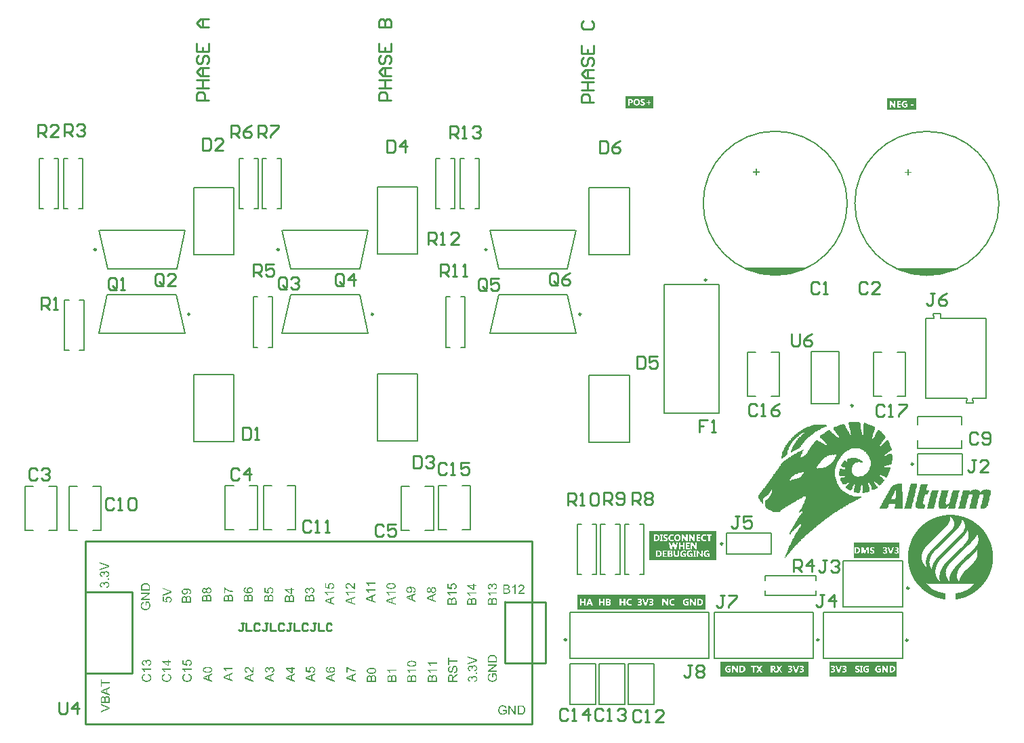
<source format=gto>
G04*
G04 #@! TF.GenerationSoftware,Altium Limited,Altium Designer,24.8.2 (39)*
G04*
G04 Layer_Color=65535*
%FSLAX44Y44*%
%MOMM*%
G71*
G04*
G04 #@! TF.SameCoordinates,2ADF9C04-DE7E-4385-BC50-A77D5B0DFB63*
G04*
G04*
G04 #@! TF.FilePolarity,Positive*
G04*
G01*
G75*
%ADD10C,0.2500*%
%ADD11C,0.2000*%
%ADD12C,0.2540*%
G36*
X982536Y882125D02*
X979568Y880741D01*
X973449Y878413D01*
X967176Y876535D01*
X960783Y875117D01*
X954305Y874168D01*
X947774Y873693D01*
X941226D01*
X934696Y874168D01*
X928217Y875117D01*
X921824Y876535D01*
X915551Y878413D01*
X909432Y880741D01*
X906464Y882125D01*
X906464Y882125D01*
X982536Y882125D01*
D02*
G37*
G36*
X1172036Y881932D02*
X1169068Y880549D01*
X1162949Y878220D01*
X1156676Y876342D01*
X1150283Y874925D01*
X1143804Y873976D01*
X1137274Y873500D01*
X1130726D01*
X1124195Y873976D01*
X1117717Y874925D01*
X1111324Y876342D01*
X1105051Y878220D01*
X1098932Y880549D01*
X1095964Y881932D01*
X1095964Y881933D01*
X1172036Y881932D01*
D02*
G37*
G36*
X1049873Y689557D02*
X1050480D01*
Y688950D01*
Y688343D01*
X1051087D01*
Y687737D01*
Y687130D01*
Y686523D01*
Y685917D01*
Y685310D01*
Y684703D01*
Y684097D01*
Y683490D01*
X1051693D01*
Y682883D01*
Y682277D01*
Y681670D01*
Y681063D01*
X1052300D01*
Y680457D01*
Y679850D01*
Y679243D01*
Y678637D01*
Y678030D01*
Y677423D01*
X1052907D01*
Y676817D01*
Y676210D01*
Y675603D01*
Y674997D01*
Y674390D01*
Y673783D01*
X1054727D01*
Y674390D01*
Y674997D01*
Y675603D01*
Y676210D01*
Y676817D01*
Y677423D01*
Y678030D01*
Y678637D01*
Y679243D01*
Y679850D01*
Y680457D01*
Y681063D01*
Y681670D01*
Y682277D01*
Y682883D01*
Y683490D01*
Y684097D01*
Y684703D01*
Y685310D01*
Y685917D01*
Y686523D01*
Y687130D01*
Y687737D01*
X1055333D01*
Y688343D01*
Y688950D01*
X1057153D01*
Y688343D01*
X1058973D01*
Y687737D01*
X1060793D01*
Y687130D01*
X1062007D01*
Y686523D01*
X1063220D01*
Y685917D01*
X1065647D01*
Y685310D01*
X1067467D01*
Y684703D01*
X1068680D01*
Y684097D01*
X1069287D01*
Y683490D01*
Y682883D01*
Y682277D01*
X1068680D01*
Y681670D01*
Y681063D01*
Y680457D01*
Y679850D01*
X1068073D01*
Y679243D01*
Y678637D01*
Y678030D01*
Y677423D01*
X1067467D01*
Y676817D01*
Y676210D01*
Y675603D01*
X1066860D01*
Y674997D01*
Y674390D01*
Y673783D01*
X1066253D01*
Y673177D01*
Y672570D01*
Y671963D01*
Y671357D01*
X1065647D01*
Y670750D01*
Y670143D01*
Y669537D01*
Y668930D01*
X1066860D01*
Y669537D01*
X1067467D01*
Y670143D01*
Y670750D01*
X1068073D01*
Y671357D01*
Y671963D01*
X1068680D01*
Y672570D01*
Y673177D01*
X1069287D01*
Y673783D01*
Y674390D01*
X1069893D01*
Y674997D01*
Y675603D01*
X1070500D01*
Y676210D01*
X1071107D01*
Y676817D01*
Y677423D01*
X1071713D01*
Y678030D01*
Y678637D01*
X1072320D01*
Y679243D01*
Y679850D01*
X1072927D01*
Y680457D01*
X1074747D01*
Y679850D01*
X1075353D01*
Y679243D01*
X1075960D01*
Y678637D01*
X1076567D01*
Y678030D01*
X1077173D01*
Y677423D01*
X1077780D01*
Y676817D01*
X1078387D01*
Y676210D01*
X1078993D01*
Y675603D01*
X1079600D01*
Y674997D01*
X1080207D01*
Y674390D01*
X1080813D01*
Y673783D01*
Y673177D01*
X1081420D01*
Y672570D01*
X1082027D01*
Y671963D01*
X1082633D01*
Y671357D01*
Y670750D01*
X1082027D01*
Y670143D01*
Y669537D01*
X1081420D01*
Y668930D01*
X1080813D01*
Y668323D01*
X1080207D01*
Y667717D01*
X1079600D01*
Y667110D01*
Y666503D01*
X1078993D01*
Y665897D01*
X1078387D01*
Y665290D01*
X1077780D01*
Y664683D01*
Y664077D01*
X1077173D01*
Y663470D01*
X1076567D01*
Y662863D01*
Y662257D01*
X1075960D01*
Y661650D01*
Y661043D01*
X1075353D01*
Y660437D01*
X1075960D01*
Y659830D01*
X1076567D01*
Y660437D01*
X1077173D01*
Y661043D01*
X1077780D01*
Y661650D01*
X1078387D01*
Y662257D01*
X1078993D01*
Y662863D01*
X1079600D01*
Y663470D01*
X1080207D01*
Y664077D01*
X1080813D01*
Y664683D01*
X1081420D01*
Y665290D01*
X1082027D01*
Y665897D01*
X1082633D01*
Y666503D01*
X1083240D01*
Y667110D01*
X1084453D01*
Y667717D01*
X1085667D01*
Y667110D01*
X1086273D01*
Y666503D01*
Y665897D01*
Y665290D01*
X1086880D01*
Y664683D01*
Y664077D01*
X1087487D01*
Y663470D01*
Y662863D01*
Y662257D01*
X1088093D01*
Y661650D01*
Y661043D01*
Y660437D01*
X1088700D01*
Y659830D01*
Y659223D01*
Y658617D01*
X1089307D01*
Y658010D01*
Y657403D01*
X1089913D01*
Y656797D01*
Y656190D01*
Y655583D01*
Y654977D01*
Y654370D01*
X1088700D01*
Y653763D01*
X1088093D01*
Y653157D01*
X1086880D01*
Y652550D01*
X1086273D01*
Y651943D01*
X1085060D01*
Y651337D01*
X1084453D01*
Y650730D01*
X1083240D01*
Y650123D01*
X1082633D01*
Y649517D01*
X1082027D01*
Y648910D01*
X1080813D01*
Y648303D01*
Y647697D01*
X1082027D01*
Y648303D01*
X1083240D01*
Y648910D01*
X1084453D01*
Y649517D01*
X1085667D01*
Y650123D01*
X1088093D01*
Y650730D01*
X1089307D01*
Y650123D01*
X1090520D01*
Y649517D01*
Y648910D01*
X1091127D01*
Y648303D01*
Y647697D01*
Y647090D01*
Y646483D01*
Y645877D01*
Y645270D01*
Y644663D01*
Y644057D01*
Y643450D01*
Y642843D01*
Y642237D01*
X1090520D01*
Y641630D01*
Y641023D01*
Y640417D01*
Y639810D01*
Y639203D01*
X1089913D01*
Y638597D01*
Y637990D01*
Y637383D01*
X1089307D01*
Y636777D01*
X1086880D01*
Y636170D01*
X1083847D01*
Y635563D01*
X1081420D01*
Y634957D01*
X1080813D01*
Y634350D01*
Y633743D01*
X1088093D01*
Y633137D01*
X1088700D01*
Y632530D01*
Y631923D01*
Y631317D01*
Y630710D01*
X1088093D01*
Y630103D01*
Y629497D01*
X1087487D01*
Y628890D01*
Y628283D01*
X1086880D01*
Y627677D01*
Y627070D01*
X1086273D01*
Y626463D01*
Y625857D01*
X1085667D01*
Y625250D01*
Y624643D01*
Y624037D01*
X1085060D01*
Y623430D01*
Y622823D01*
Y622217D01*
X1084453D01*
Y621610D01*
Y621003D01*
X1082027D01*
Y621610D01*
X1080813D01*
Y622217D01*
X1079600D01*
Y622823D01*
X1078387D01*
Y623430D01*
X1076567D01*
Y624037D01*
X1075960D01*
Y623430D01*
X1075353D01*
Y622823D01*
Y622217D01*
X1075960D01*
Y621610D01*
X1077173D01*
Y621003D01*
X1077780D01*
Y620397D01*
X1078387D01*
Y619790D01*
X1078993D01*
Y619183D01*
X1079600D01*
Y618577D01*
X1080813D01*
Y617970D01*
Y617363D01*
Y616757D01*
Y616150D01*
X1080207D01*
Y615543D01*
X1079600D01*
Y614937D01*
X1078993D01*
Y614330D01*
X1078387D01*
Y613723D01*
X1077780D01*
Y613117D01*
X1077173D01*
Y612510D01*
Y611903D01*
X1076567D01*
Y611297D01*
X1075353D01*
Y610690D01*
X1074140D01*
Y611297D01*
X1072927D01*
Y611903D01*
Y612510D01*
X1072320D01*
Y613117D01*
X1071713D01*
Y613723D01*
X1071107D01*
Y614330D01*
X1069893D01*
Y614937D01*
X1069287D01*
Y615543D01*
X1068073D01*
Y614937D01*
Y614330D01*
X1068680D01*
Y613723D01*
X1069287D01*
Y613117D01*
Y612510D01*
X1069893D01*
Y611903D01*
Y611297D01*
X1070500D01*
Y610690D01*
X1071107D01*
Y610083D01*
X1071713D01*
Y609477D01*
X1072320D01*
Y608870D01*
Y608263D01*
Y607657D01*
X1071713D01*
Y607050D01*
X1070500D01*
Y606443D01*
X1069287D01*
Y605837D01*
X1068073D01*
Y605230D01*
X1066860D01*
Y604623D01*
X1066253D01*
Y605230D01*
X1065647D01*
Y605837D01*
X1065040D01*
Y606443D01*
Y607050D01*
Y607657D01*
X1064433D01*
Y608263D01*
Y608870D01*
Y609477D01*
X1063827D01*
Y610083D01*
Y610690D01*
Y611297D01*
X1063220D01*
Y611903D01*
Y612510D01*
X1062613D01*
Y613117D01*
Y613723D01*
X1060793D01*
Y613117D01*
Y612510D01*
Y611903D01*
Y611297D01*
X1061400D01*
Y610690D01*
Y610083D01*
Y609477D01*
Y608870D01*
X1062007D01*
Y608263D01*
Y607657D01*
Y607050D01*
Y606443D01*
Y605837D01*
Y605230D01*
Y604623D01*
X1062613D01*
Y604017D01*
Y603410D01*
X1062007D01*
Y602803D01*
X1060793D01*
Y602197D01*
X1056547D01*
Y601590D01*
X1053513D01*
Y602197D01*
X1052907D01*
Y602803D01*
Y603410D01*
X1053513D01*
Y604017D01*
Y604623D01*
Y605230D01*
Y605837D01*
Y606443D01*
Y607050D01*
Y607657D01*
Y608263D01*
Y608870D01*
Y609477D01*
Y610083D01*
Y610690D01*
X1052907D01*
Y611297D01*
X1052300D01*
Y610690D01*
Y610083D01*
X1051693D01*
Y609477D01*
Y608870D01*
X1051087D01*
Y608263D01*
Y607657D01*
Y607050D01*
Y606443D01*
Y605837D01*
Y605230D01*
Y604623D01*
X1050480D01*
Y604017D01*
Y603410D01*
Y602803D01*
Y602197D01*
X1049873D01*
Y601590D01*
X1046233D01*
Y602197D01*
X1043200D01*
Y602803D01*
X1042593D01*
Y603410D01*
Y604017D01*
Y604623D01*
Y605230D01*
X1043200D01*
Y605837D01*
Y606443D01*
Y607050D01*
Y607657D01*
X1043807D01*
Y608263D01*
Y608870D01*
Y609477D01*
Y610083D01*
Y610690D01*
X1044413D01*
Y611297D01*
X1043807D01*
Y611903D01*
X1043200D01*
Y611297D01*
X1042593D01*
Y610690D01*
X1041987D01*
Y610083D01*
Y609477D01*
X1041380D01*
Y608870D01*
Y608263D01*
X1040773D01*
Y607657D01*
Y607050D01*
Y606443D01*
X1040167D01*
Y605837D01*
Y605230D01*
X1039560D01*
Y604623D01*
X1038953D01*
Y604017D01*
X1038347D01*
Y604623D01*
X1037133D01*
Y605230D01*
X1035920D01*
Y605837D01*
X1035313D01*
Y606443D01*
X1034100D01*
Y607050D01*
X1033493D01*
Y607657D01*
X1032280D01*
Y608263D01*
Y608870D01*
Y609477D01*
X1032887D01*
Y610083D01*
X1033493D01*
Y610690D01*
X1034100D01*
Y611297D01*
X1035313D01*
Y611903D01*
X1035920D01*
Y612510D01*
Y613117D01*
X1036527D01*
Y613723D01*
X1034707D01*
Y613117D01*
X1033493D01*
Y612510D01*
X1032280D01*
Y611903D01*
X1029247D01*
Y612510D01*
X1028640D01*
Y613117D01*
X1028033D01*
Y613723D01*
Y614330D01*
X1027427D01*
Y614937D01*
Y615543D01*
X1026820D01*
Y616150D01*
Y616757D01*
X1026213D01*
Y617363D01*
Y617970D01*
X1025607D01*
Y618577D01*
Y619183D01*
X1026213D01*
Y619790D01*
X1026820D01*
Y620397D01*
X1029853D01*
Y621003D01*
X1031067D01*
Y621610D01*
X1031673D01*
Y622217D01*
X1032280D01*
Y622823D01*
X1027427D01*
Y622217D01*
X1025000D01*
Y622823D01*
Y623430D01*
X1024393D01*
Y624037D01*
Y624643D01*
Y625250D01*
Y625857D01*
Y626463D01*
Y627070D01*
Y627677D01*
Y628283D01*
X1025000D01*
Y628890D01*
Y629497D01*
Y630103D01*
Y630710D01*
Y631317D01*
Y631923D01*
X1028640D01*
Y631317D01*
X1031673D01*
Y631923D01*
Y632530D01*
Y633137D01*
X1031067D01*
Y633743D01*
X1028033D01*
Y634350D01*
X1027427D01*
Y634957D01*
X1026820D01*
Y635563D01*
Y636170D01*
Y636777D01*
X1027427D01*
Y637383D01*
X1028033D01*
Y637990D01*
Y638597D01*
X1028640D01*
Y639203D01*
X1029247D01*
Y639810D01*
Y640417D01*
X1029853D01*
Y641023D01*
X1030460D01*
Y641630D01*
X1032887D01*
Y641023D01*
X1033493D01*
Y640417D01*
X1034707D01*
Y641023D01*
Y641630D01*
Y642237D01*
Y642843D01*
X1034100D01*
Y643450D01*
X1034707D01*
Y644057D01*
X1035313D01*
Y644663D01*
X1038347D01*
Y645270D01*
X1046233D01*
Y644663D01*
X1048053D01*
Y644057D01*
X1049267D01*
Y643450D01*
X1050480D01*
Y642843D01*
X1051087D01*
Y642237D01*
X1051693D01*
Y641630D01*
X1052907D01*
Y641023D01*
X1053513D01*
Y640417D01*
Y639810D01*
X1054120D01*
Y639203D01*
X1052300D01*
Y639810D01*
X1050480D01*
Y640417D01*
X1048053D01*
Y639810D01*
X1046233D01*
Y639203D01*
X1044413D01*
Y638597D01*
X1043807D01*
Y637990D01*
X1043200D01*
Y637383D01*
X1042593D01*
Y636777D01*
X1041987D01*
Y636170D01*
X1041380D01*
Y635563D01*
X1040773D01*
Y634957D01*
Y634350D01*
Y633743D01*
X1040167D01*
Y633137D01*
Y632530D01*
Y631923D01*
Y631317D01*
Y630710D01*
Y630103D01*
Y629497D01*
Y628890D01*
Y628283D01*
Y627677D01*
Y627070D01*
X1040773D01*
Y626463D01*
Y625857D01*
X1041380D01*
Y625250D01*
Y624643D01*
X1041987D01*
Y624037D01*
X1042593D01*
Y623430D01*
X1043807D01*
Y622823D01*
X1045020D01*
Y622217D01*
X1046233D01*
Y621610D01*
X1049873D01*
Y622217D01*
X1052907D01*
Y622823D01*
X1054727D01*
Y623430D01*
X1055940D01*
Y624037D01*
X1056547D01*
Y624643D01*
X1057760D01*
Y625250D01*
X1058367D01*
Y625857D01*
X1058973D01*
Y626463D01*
X1059580D01*
Y627070D01*
X1060187D01*
Y627677D01*
X1060793D01*
Y628283D01*
Y628890D01*
X1061400D01*
Y629497D01*
Y630103D01*
X1062007D01*
Y630710D01*
Y631317D01*
X1062613D01*
Y631923D01*
Y632530D01*
Y633137D01*
X1063220D01*
Y633743D01*
Y634350D01*
Y634957D01*
X1063827D01*
Y635563D01*
Y636170D01*
Y636777D01*
Y637383D01*
Y637990D01*
Y638597D01*
Y639203D01*
Y639810D01*
Y640417D01*
Y641023D01*
Y641630D01*
X1063220D01*
Y642237D01*
Y642843D01*
Y643450D01*
Y644057D01*
X1062613D01*
Y644663D01*
Y645270D01*
Y645877D01*
X1062007D01*
Y646483D01*
X1061400D01*
Y647090D01*
Y647697D01*
X1060793D01*
Y648303D01*
Y648910D01*
X1060187D01*
Y649517D01*
X1059580D01*
Y650123D01*
X1058973D01*
Y650730D01*
X1058367D01*
Y651337D01*
X1057760D01*
Y651943D01*
Y652550D01*
X1056547D01*
Y653157D01*
X1055940D01*
Y653763D01*
X1055333D01*
Y654370D01*
X1054120D01*
Y654977D01*
X1053513D01*
Y655583D01*
X1052300D01*
Y656190D01*
X1050480D01*
Y656797D01*
X1048660D01*
Y657403D01*
X1040773D01*
Y656797D01*
X1039560D01*
Y656190D01*
X1037740D01*
Y655583D01*
X1036527D01*
Y654977D01*
X1035313D01*
Y654370D01*
X1034100D01*
Y653763D01*
X1033493D01*
Y653157D01*
X1032887D01*
Y652550D01*
X1031673D01*
Y651943D01*
X1031067D01*
Y651337D01*
X1030460D01*
Y650730D01*
X1029853D01*
Y650123D01*
X1029247D01*
Y649517D01*
X1028640D01*
Y648910D01*
X1028033D01*
Y648303D01*
X1027427D01*
Y647697D01*
X1026820D01*
Y647090D01*
Y646483D01*
X1026213D01*
Y645877D01*
X1025607D01*
Y645270D01*
Y644663D01*
X1025000D01*
Y644057D01*
X1024393D01*
Y643450D01*
Y642843D01*
X1023787D01*
Y642237D01*
X1023180D01*
Y641630D01*
Y641023D01*
X1022573D01*
Y640417D01*
Y639810D01*
Y639203D01*
X1021967D01*
Y638597D01*
Y637990D01*
X1021360D01*
Y637383D01*
Y636777D01*
X1020753D01*
Y636170D01*
Y635563D01*
Y634957D01*
Y634350D01*
X1020147D01*
Y633743D01*
Y633137D01*
Y632530D01*
Y631923D01*
X1019540D01*
Y631317D01*
Y630710D01*
Y630103D01*
Y629497D01*
Y628890D01*
Y628283D01*
Y627677D01*
Y627070D01*
Y626463D01*
Y625857D01*
Y625250D01*
Y624643D01*
Y624037D01*
Y623430D01*
Y622823D01*
Y622217D01*
Y621610D01*
X1020147D01*
Y621003D01*
Y620397D01*
Y619790D01*
Y619183D01*
X1020753D01*
Y618577D01*
Y617970D01*
Y617363D01*
Y616757D01*
Y616150D01*
X1021360D01*
Y615543D01*
Y614937D01*
Y614330D01*
X1021967D01*
Y613723D01*
Y613117D01*
X1022573D01*
Y612510D01*
Y611903D01*
X1023180D01*
Y611297D01*
Y610690D01*
X1023787D01*
Y610083D01*
X1024393D01*
Y609477D01*
Y608870D01*
X1025000D01*
Y608263D01*
X1025607D01*
Y607657D01*
Y607050D01*
X1026213D01*
Y606443D01*
X1026820D01*
Y605837D01*
X1027427D01*
Y605230D01*
X1028033D01*
Y604623D01*
X1028640D01*
Y604017D01*
X1029853D01*
Y603410D01*
X1030460D01*
Y602803D01*
X1031673D01*
Y602197D01*
X1032280D01*
Y601590D01*
X1033493D01*
Y600983D01*
X1034707D01*
Y600377D01*
X1035920D01*
Y599770D01*
X1037133D01*
Y599163D01*
X1038953D01*
Y598557D01*
X1040167D01*
Y597950D01*
X1041987D01*
Y597343D01*
X1044413D01*
Y596737D01*
X1052300D01*
Y596130D01*
Y595523D01*
X1050480D01*
Y594917D01*
X1049873D01*
Y594310D01*
X1048660D01*
Y593703D01*
X1048053D01*
Y593097D01*
X1046840D01*
Y592490D01*
X1045020D01*
Y591883D01*
X1044413D01*
Y591277D01*
X1043200D01*
Y590670D01*
X1041987D01*
Y590063D01*
X1040773D01*
Y589457D01*
X1039560D01*
Y588850D01*
X1038347D01*
Y588243D01*
X1037133D01*
Y587637D01*
X1035920D01*
Y587030D01*
X1035313D01*
Y586423D01*
X1034100D01*
Y585817D01*
X1032887D01*
Y585210D01*
X1032280D01*
Y584603D01*
X1031067D01*
Y583997D01*
X1029853D01*
Y583390D01*
X1029247D01*
Y582783D01*
X1028033D01*
Y582177D01*
X1026820D01*
Y581570D01*
X1026213D01*
Y580963D01*
X1025000D01*
Y580357D01*
X1024393D01*
Y579750D01*
X1023180D01*
Y579143D01*
X1022573D01*
Y578537D01*
X1021360D01*
Y577930D01*
X1020147D01*
Y577323D01*
X1019540D01*
Y576717D01*
X1018327D01*
Y576110D01*
X1017720D01*
Y575503D01*
X1016507D01*
Y574897D01*
X1015900D01*
Y574290D01*
X1014687D01*
Y573683D01*
X1014080D01*
Y573077D01*
X1012867D01*
Y572470D01*
X1012260D01*
Y571863D01*
X1011653D01*
Y571257D01*
X1011047D01*
Y570650D01*
X1009833D01*
Y570043D01*
X1009227D01*
Y569437D01*
X1008620D01*
Y568830D01*
X1007407D01*
Y568223D01*
X1006800D01*
Y567617D01*
X1005587D01*
Y567010D01*
X1004980D01*
Y566403D01*
X1004373D01*
Y565797D01*
X1003160D01*
Y565190D01*
X1002553D01*
Y564583D01*
X1001947D01*
Y563977D01*
X1001340D01*
Y563370D01*
X1000127D01*
Y562763D01*
X999520D01*
Y562157D01*
X998913D01*
Y561550D01*
X998307D01*
Y560943D01*
X997093D01*
Y560337D01*
X996487D01*
Y559730D01*
X995880D01*
Y559123D01*
X995273D01*
Y558517D01*
X994060D01*
Y557910D01*
X993453D01*
Y557303D01*
X992847D01*
Y556697D01*
X992240D01*
Y556090D01*
X991633D01*
Y555483D01*
X991027D01*
Y554877D01*
X990420D01*
Y554270D01*
X989813D01*
Y553663D01*
X988600D01*
Y553057D01*
X987993D01*
Y552450D01*
X987387D01*
Y551843D01*
X986780D01*
Y551237D01*
X986173D01*
Y550630D01*
X985567D01*
Y550023D01*
X984960D01*
Y549417D01*
X983747D01*
Y548810D01*
X983140D01*
Y548203D01*
X982533D01*
Y547597D01*
X981927D01*
Y546990D01*
X981320D01*
Y546383D01*
X980713D01*
Y545777D01*
X980107D01*
Y545170D01*
X979500D01*
Y544563D01*
X978893D01*
Y543957D01*
X977680D01*
Y543350D01*
X977073D01*
Y542743D01*
Y542137D01*
X976467D01*
Y541530D01*
X975860D01*
Y540923D01*
X975253D01*
Y540317D01*
X974647D01*
Y539710D01*
X974040D01*
Y539103D01*
X973433D01*
Y538497D01*
X972827D01*
Y537890D01*
X972220D01*
Y537283D01*
X971613D01*
Y536677D01*
X971007D01*
Y536070D01*
X970400D01*
Y535463D01*
X969793D01*
Y534857D01*
X969187D01*
Y534250D01*
X968580D01*
Y533643D01*
X967973D01*
Y533037D01*
X967367D01*
Y532430D01*
X966760D01*
Y531823D01*
Y531217D01*
X966153D01*
Y530610D01*
X965547D01*
Y530003D01*
X964940D01*
Y529397D01*
X964333D01*
Y528790D01*
X963727D01*
Y528183D01*
X963120D01*
Y527577D01*
Y526970D01*
X962513D01*
Y526363D01*
X961907D01*
Y525757D01*
X961300D01*
Y525150D01*
X960693D01*
Y524543D01*
X960087D01*
Y523937D01*
X959480D01*
Y523330D01*
X958873D01*
Y522723D01*
Y522117D01*
X958267D01*
Y521510D01*
X957660D01*
Y520903D01*
X957053D01*
Y520297D01*
X956447D01*
Y520903D01*
Y521510D01*
Y522117D01*
X957053D01*
Y522723D01*
Y523330D01*
X957660D01*
Y523937D01*
Y524543D01*
X958267D01*
Y525150D01*
Y525757D01*
Y526363D01*
X958873D01*
Y526970D01*
Y527577D01*
X959480D01*
Y528183D01*
Y528790D01*
Y529397D01*
X960087D01*
Y530003D01*
Y530610D01*
X960693D01*
Y531217D01*
Y531823D01*
Y532430D01*
X961300D01*
Y533037D01*
Y533643D01*
X961907D01*
Y534250D01*
Y534857D01*
X962513D01*
Y535463D01*
Y536070D01*
X963120D01*
Y536677D01*
Y537283D01*
X963727D01*
Y537890D01*
Y538497D01*
X964333D01*
Y539103D01*
Y539710D01*
X964940D01*
Y540317D01*
Y540923D01*
X965547D01*
Y541530D01*
Y542137D01*
X966153D01*
Y542743D01*
Y543350D01*
X966760D01*
Y543957D01*
Y544563D01*
X967367D01*
Y545170D01*
Y545777D01*
X967973D01*
Y546383D01*
Y546990D01*
X968580D01*
Y547597D01*
Y548203D01*
X969187D01*
Y548810D01*
Y549417D01*
X969793D01*
Y550023D01*
X970400D01*
Y550630D01*
Y551237D01*
X971007D01*
Y551843D01*
Y552450D01*
X971613D01*
Y553057D01*
X972220D01*
Y553663D01*
Y554270D01*
X972827D01*
Y554877D01*
X973433D01*
Y555483D01*
Y556090D01*
X974040D01*
Y556697D01*
Y557303D01*
X974647D01*
Y557910D01*
X975253D01*
Y558517D01*
X975860D01*
Y559123D01*
Y559730D01*
X976467D01*
Y560337D01*
X977073D01*
Y560943D01*
Y561550D01*
Y562157D01*
X975253D01*
Y561550D01*
X974647D01*
Y560943D01*
X974040D01*
Y560337D01*
X973433D01*
Y559730D01*
X972827D01*
Y559123D01*
X971613D01*
Y558517D01*
Y557910D01*
X971007D01*
Y557303D01*
X970400D01*
Y556697D01*
X969793D01*
Y556090D01*
X968580D01*
Y555483D01*
X967973D01*
Y554877D01*
X967367D01*
Y554270D01*
X966760D01*
Y553663D01*
X966153D01*
Y553057D01*
X965547D01*
Y552450D01*
X964940D01*
Y551843D01*
X964333D01*
Y551237D01*
X963727D01*
Y550630D01*
Y550023D01*
X962513D01*
Y550630D01*
Y551237D01*
Y551843D01*
Y552450D01*
X963120D01*
Y553057D01*
Y553663D01*
X963727D01*
Y554270D01*
X964333D01*
Y554877D01*
Y555483D01*
X964940D01*
Y556090D01*
X965547D01*
Y556697D01*
Y557303D01*
X966153D01*
Y557910D01*
Y558517D01*
X966760D01*
Y559123D01*
Y559730D01*
X967367D01*
Y560337D01*
X967973D01*
Y560943D01*
Y561550D01*
X968580D01*
Y562157D01*
Y562763D01*
X969187D01*
Y563370D01*
Y563977D01*
X969793D01*
Y564583D01*
Y565190D01*
X970400D01*
Y565797D01*
X971007D01*
Y566403D01*
Y567010D01*
X971613D01*
Y567617D01*
Y568223D01*
X972220D01*
Y568830D01*
X972827D01*
Y569437D01*
Y570043D01*
X973433D01*
Y570650D01*
X974040D01*
Y571257D01*
Y571863D01*
X974647D01*
Y572470D01*
X975253D01*
Y573077D01*
X975860D01*
Y573683D01*
Y574290D01*
X976467D01*
Y574897D01*
X977073D01*
Y575503D01*
X977680D01*
Y576110D01*
X978287D01*
Y576717D01*
Y577323D01*
X978893D01*
Y577930D01*
Y578537D01*
X977073D01*
Y577930D01*
X975860D01*
Y577323D01*
X975253D01*
Y576717D01*
X974040D01*
Y577323D01*
Y577930D01*
X974647D01*
Y578537D01*
X975253D01*
Y579143D01*
Y579750D01*
X975860D01*
Y580357D01*
Y580963D01*
X976467D01*
Y581570D01*
X977073D01*
Y582177D01*
X977680D01*
Y582783D01*
Y583390D01*
X978287D01*
Y583997D01*
Y584603D01*
X978893D01*
Y585210D01*
Y585817D01*
X979500D01*
Y586423D01*
Y587030D01*
Y587637D01*
X980107D01*
Y588243D01*
Y588850D01*
X980713D01*
Y589457D01*
Y590063D01*
X981320D01*
Y590670D01*
Y591277D01*
Y591883D01*
X981927D01*
Y592490D01*
Y593097D01*
Y593703D01*
X982533D01*
Y594310D01*
Y594917D01*
Y595523D01*
Y596130D01*
Y596737D01*
Y597343D01*
X980713D01*
Y596737D01*
X979500D01*
Y596130D01*
X978287D01*
Y595523D01*
X977680D01*
Y594917D01*
X976467D01*
Y594310D01*
X975253D01*
Y593703D01*
X974040D01*
Y593097D01*
X972827D01*
Y592490D01*
X971613D01*
Y591883D01*
X971007D01*
Y591277D01*
X969793D01*
Y590670D01*
X968580D01*
Y590063D01*
X967973D01*
Y589457D01*
X966760D01*
Y588850D01*
X966153D01*
Y588243D01*
X964940D01*
Y587637D01*
X963727D01*
Y587030D01*
X962513D01*
Y586423D01*
X961907D01*
Y585817D01*
X960693D01*
Y585210D01*
X959480D01*
Y584603D01*
X958873D01*
Y583997D01*
X957660D01*
Y583390D01*
X957053D01*
Y582783D01*
X955840D01*
Y582177D01*
X955233D01*
Y581570D01*
X954020D01*
Y580963D01*
X953413D01*
Y580357D01*
X952807D01*
Y579750D01*
X951593D01*
Y579143D01*
X950987D01*
Y578537D01*
X950380D01*
Y577930D01*
X949773D01*
Y577323D01*
X943707D01*
Y577930D01*
X941280D01*
Y578537D01*
X940067D01*
Y579143D01*
X938853D01*
Y579750D01*
X937640D01*
Y580357D01*
X936427D01*
Y580963D01*
X935213D01*
Y581570D01*
X934000D01*
Y582177D01*
X933393D01*
Y582783D01*
X932787D01*
Y583390D01*
Y583997D01*
X932180D01*
Y584603D01*
Y585210D01*
Y585817D01*
Y586423D01*
Y587030D01*
Y587637D01*
Y588243D01*
Y588850D01*
X931573D01*
Y589457D01*
Y590063D01*
Y590670D01*
X932180D01*
Y591277D01*
Y591883D01*
X932787D01*
Y592490D01*
X933393D01*
Y593097D01*
X934607D01*
Y593703D01*
X935213D01*
Y594310D01*
X935820D01*
Y594917D01*
X936427D01*
Y595523D01*
X937033D01*
Y596130D01*
Y596737D01*
X937640D01*
Y597343D01*
X938247D01*
Y597950D01*
X938853D01*
Y598557D01*
Y599163D01*
Y599770D01*
X939460D01*
Y600377D01*
Y600983D01*
Y601590D01*
X940067D01*
Y602197D01*
Y602803D01*
Y603410D01*
Y604017D01*
X940673D01*
Y604623D01*
Y605230D01*
Y605837D01*
X940067D01*
Y605230D01*
X939460D01*
Y604623D01*
Y604017D01*
X938853D01*
Y603410D01*
X938247D01*
Y602803D01*
Y602197D01*
X937640D01*
Y601590D01*
Y600983D01*
X937033D01*
Y600377D01*
X936427D01*
Y599770D01*
Y599163D01*
X935820D01*
Y598557D01*
X934607D01*
Y597950D01*
X934000D01*
Y597343D01*
X933393D01*
Y596737D01*
X932180D01*
Y596130D01*
X930967D01*
Y595523D01*
X930360D01*
Y594917D01*
X929753D01*
Y594310D01*
Y593703D01*
Y593097D01*
Y592490D01*
Y591883D01*
Y591277D01*
Y590670D01*
Y590063D01*
Y589457D01*
Y588850D01*
Y588243D01*
X929147D01*
Y587637D01*
X928540D01*
Y588243D01*
X927933D01*
Y588850D01*
X927327D01*
Y589457D01*
Y590063D01*
X926720D01*
Y590670D01*
X926113D01*
Y591277D01*
Y591883D01*
X925507D01*
Y592490D01*
Y593097D01*
X924900D01*
Y593703D01*
X924293D01*
Y594310D01*
Y594917D01*
X923687D01*
Y595523D01*
X923080D01*
Y596130D01*
Y596737D01*
Y597343D01*
Y597950D01*
Y598557D01*
X923687D01*
Y599163D01*
X924293D01*
Y599770D01*
X924900D01*
Y600377D01*
X925507D01*
Y600983D01*
X926113D01*
Y601590D01*
Y602197D01*
X926720D01*
Y602803D01*
X927327D01*
Y603410D01*
X927933D01*
Y604017D01*
Y604623D01*
X928540D01*
Y605230D01*
X929147D01*
Y605837D01*
X929753D01*
Y606443D01*
Y607050D01*
X930360D01*
Y607657D01*
X930967D01*
Y608263D01*
X931573D01*
Y608870D01*
Y609477D01*
X932180D01*
Y610083D01*
X932787D01*
Y610690D01*
X933393D01*
Y611297D01*
Y611903D01*
X934000D01*
Y612510D01*
X934607D01*
Y613117D01*
X935213D01*
Y613723D01*
Y614330D01*
X935820D01*
Y614937D01*
X936427D01*
Y615543D01*
X937033D01*
Y616150D01*
Y616757D01*
X937640D01*
Y617363D01*
X938247D01*
Y617970D01*
X938853D01*
Y618577D01*
Y619183D01*
X939460D01*
Y619790D01*
X940067D01*
Y620397D01*
Y621003D01*
X940673D01*
Y621610D01*
X941280D01*
Y622217D01*
Y622823D01*
X941887D01*
Y623430D01*
X942493D01*
Y624037D01*
Y624643D01*
X943100D01*
Y625250D01*
X943707D01*
Y625857D01*
X944313D01*
Y626463D01*
Y627070D01*
X944920D01*
Y627677D01*
X945527D01*
Y628283D01*
Y628890D01*
X946133D01*
Y629497D01*
X946740D01*
Y630103D01*
X947347D01*
Y630710D01*
Y631317D01*
X947953D01*
Y631923D01*
X948560D01*
Y632530D01*
Y633137D01*
X949167D01*
Y633743D01*
X949773D01*
Y634350D01*
Y634957D01*
X950380D01*
Y635563D01*
X950987D01*
Y636170D01*
Y636777D01*
X951593D01*
Y637383D01*
X952200D01*
Y637990D01*
Y638597D01*
X952807D01*
Y639203D01*
X953413D01*
Y639810D01*
X954020D01*
Y640417D01*
X954627D01*
Y641023D01*
X955840D01*
Y641630D01*
X956447D01*
Y642237D01*
X957660D01*
Y642843D01*
X958267D01*
Y643450D01*
X959480D01*
Y644057D01*
X960087D01*
Y644663D01*
X960693D01*
Y645270D01*
X961907D01*
Y645877D01*
X962513D01*
Y646483D01*
X963727D01*
Y647090D01*
X964333D01*
Y647697D01*
X965547D01*
Y648303D01*
X966153D01*
Y648910D01*
X967367D01*
Y649517D01*
X968580D01*
Y650123D01*
X969793D01*
Y650730D01*
X971007D01*
Y651337D01*
X971613D01*
Y651943D01*
X972827D01*
Y652550D01*
X974040D01*
Y653157D01*
X975253D01*
Y653763D01*
X976467D01*
Y654370D01*
X977680D01*
Y654977D01*
X978287D01*
Y655583D01*
X980107D01*
Y654977D01*
Y654370D01*
X979500D01*
Y653763D01*
X978893D01*
Y653157D01*
Y652550D01*
X978287D01*
Y651943D01*
Y651337D01*
Y650730D01*
X977680D01*
Y650123D01*
Y649517D01*
X977073D01*
Y648910D01*
Y648303D01*
X976467D01*
Y647697D01*
Y647090D01*
X975860D01*
Y646483D01*
Y645877D01*
X976467D01*
Y645270D01*
X977073D01*
Y645877D01*
X978287D01*
Y646483D01*
X978893D01*
Y647090D01*
X980107D01*
Y647697D01*
X980713D01*
Y648303D01*
X981320D01*
Y648910D01*
X982533D01*
Y649517D01*
X983140D01*
Y650123D01*
X983747D01*
Y650730D01*
X984353D01*
Y651337D01*
Y651943D01*
X984960D01*
Y652550D01*
Y653157D01*
X985567D01*
Y653763D01*
Y654370D01*
X986173D01*
Y654977D01*
X986780D01*
Y655583D01*
Y656190D01*
X987387D01*
Y656797D01*
Y657403D01*
X987993D01*
Y658010D01*
X988600D01*
Y658617D01*
Y659223D01*
X989207D01*
Y659830D01*
X989813D01*
Y660437D01*
X990420D01*
Y661043D01*
Y661650D01*
X991027D01*
Y662257D01*
X991633D01*
Y662863D01*
X992240D01*
Y663470D01*
X992847D01*
Y664077D01*
Y664683D01*
X993453D01*
Y665290D01*
X994060D01*
Y665897D01*
X994667D01*
Y666503D01*
X995273D01*
Y667110D01*
X997700D01*
Y666503D01*
X998913D01*
Y665897D01*
X1000127D01*
Y665290D01*
X1001340D01*
Y664683D01*
X1002553D01*
Y664077D01*
X1003767D01*
Y663470D01*
X1004373D01*
Y662863D01*
X1005587D01*
Y662257D01*
X1006800D01*
Y661650D01*
X1008013D01*
Y661043D01*
X1009227D01*
Y661650D01*
Y662257D01*
X1008620D01*
Y662863D01*
X1008013D01*
Y663470D01*
X1007407D01*
Y664077D01*
Y664683D01*
X1006800D01*
Y665290D01*
X1006193D01*
Y665897D01*
X1005587D01*
Y666503D01*
X1004980D01*
Y667110D01*
X1004373D01*
Y667717D01*
X1003767D01*
Y668323D01*
X1003160D01*
Y668930D01*
X1002553D01*
Y669537D01*
X1001340D01*
Y670143D01*
X1000733D01*
Y670750D01*
X1000127D01*
Y671357D01*
Y671963D01*
Y672570D01*
X1000733D01*
Y673177D01*
X1001340D01*
Y673783D01*
X1002553D01*
Y674390D01*
X1003160D01*
Y674997D01*
X1004373D01*
Y675603D01*
X1004980D01*
Y676210D01*
X1006193D01*
Y676817D01*
X1006800D01*
Y677423D01*
X1008013D01*
Y678030D01*
X1008620D01*
Y678637D01*
X1009227D01*
Y679243D01*
X1010440D01*
Y679850D01*
X1012867D01*
Y679243D01*
X1013473D01*
Y678637D01*
X1014080D01*
Y678030D01*
X1014687D01*
Y677423D01*
X1015293D01*
Y676817D01*
X1015900D01*
Y676210D01*
X1016507D01*
Y675603D01*
X1017720D01*
Y674997D01*
X1018327D01*
Y674390D01*
X1018933D01*
Y673783D01*
X1019540D01*
Y673177D01*
X1020147D01*
Y672570D01*
X1020753D01*
Y671963D01*
X1021360D01*
Y671357D01*
X1022573D01*
Y670750D01*
X1023787D01*
Y671357D01*
Y671963D01*
Y672570D01*
X1023180D01*
Y673177D01*
Y673783D01*
X1022573D01*
Y674390D01*
X1021967D01*
Y674997D01*
X1021360D01*
Y675603D01*
Y676210D01*
X1020753D01*
Y676817D01*
X1020147D01*
Y677423D01*
Y678030D01*
X1019540D01*
Y678637D01*
X1018933D01*
Y679243D01*
X1018327D01*
Y679850D01*
Y680457D01*
X1017720D01*
Y681063D01*
X1017113D01*
Y681670D01*
Y682277D01*
Y682883D01*
Y683490D01*
X1018327D01*
Y684097D01*
X1019540D01*
Y684703D01*
X1021360D01*
Y685310D01*
X1023180D01*
Y685917D01*
X1025000D01*
Y686523D01*
X1026820D01*
Y687130D01*
X1028033D01*
Y687737D01*
X1030460D01*
Y687130D01*
X1031067D01*
Y686523D01*
X1031673D01*
Y685917D01*
Y685310D01*
X1032280D01*
Y684703D01*
Y684097D01*
X1032887D01*
Y683490D01*
Y682883D01*
X1033493D01*
Y682277D01*
Y681670D01*
X1034100D01*
Y681063D01*
X1034707D01*
Y680457D01*
Y679850D01*
X1035313D01*
Y679243D01*
Y678637D01*
X1035920D01*
Y678030D01*
X1036527D01*
Y677423D01*
Y676817D01*
X1037133D01*
Y676210D01*
Y675603D01*
X1037740D01*
Y674997D01*
Y674390D01*
X1038347D01*
Y673783D01*
X1039560D01*
Y674390D01*
Y674997D01*
X1038953D01*
Y675603D01*
Y676210D01*
Y676817D01*
X1038347D01*
Y677423D01*
Y678030D01*
Y678637D01*
Y679243D01*
Y679850D01*
Y680457D01*
X1037740D01*
Y681063D01*
Y681670D01*
Y682277D01*
Y682883D01*
X1037133D01*
Y683490D01*
Y684097D01*
Y684703D01*
Y685310D01*
X1036527D01*
Y685917D01*
Y686523D01*
X1035920D01*
Y687130D01*
Y687737D01*
Y688343D01*
Y688950D01*
Y689557D01*
X1036527D01*
Y690163D01*
X1049873D01*
Y689557D01*
D02*
G37*
G36*
X1004373Y686523D02*
X1008013D01*
Y685917D01*
X1009227D01*
Y685310D01*
Y684703D01*
X1008620D01*
Y684097D01*
X1006800D01*
Y683490D01*
X1004980D01*
Y682883D01*
X1003767D01*
Y682277D01*
X1002553D01*
Y681670D01*
X1001340D01*
Y681063D01*
X1000127D01*
Y680457D01*
X999520D01*
Y679850D01*
X998307D01*
Y679243D01*
X997093D01*
Y678637D01*
X995880D01*
Y678030D01*
X994667D01*
Y677423D01*
X994060D01*
Y676817D01*
X992847D01*
Y676210D01*
X992240D01*
Y675603D01*
X991633D01*
Y674997D01*
X991027D01*
Y674390D01*
X989813D01*
Y673783D01*
X989207D01*
Y673177D01*
X988600D01*
Y672570D01*
X987993D01*
Y671963D01*
X987387D01*
Y671357D01*
X986173D01*
Y670750D01*
X985567D01*
Y670143D01*
X984960D01*
Y669537D01*
X984353D01*
Y668930D01*
X983747D01*
Y668323D01*
X983140D01*
Y667717D01*
X982533D01*
Y667110D01*
X981927D01*
Y666503D01*
X981320D01*
Y665897D01*
X980713D01*
Y665290D01*
Y664683D01*
X980107D01*
Y664077D01*
X979500D01*
Y663470D01*
X978893D01*
Y662863D01*
Y662257D01*
X978287D01*
Y661650D01*
X977680D01*
Y661043D01*
X977073D01*
Y660437D01*
X976467D01*
Y659830D01*
Y659223D01*
X975860D01*
Y658617D01*
X975253D01*
Y658010D01*
Y657403D01*
X974040D01*
Y656797D01*
X973433D01*
Y656190D01*
X971613D01*
Y655583D01*
X970400D01*
Y654977D01*
X969187D01*
Y654370D01*
X967973D01*
Y653763D01*
X966760D01*
Y653157D01*
X966153D01*
Y652550D01*
X965547D01*
Y651943D01*
X963727D01*
Y652550D01*
Y653157D01*
X964333D01*
Y653763D01*
Y654370D01*
Y654977D01*
X964940D01*
Y655583D01*
Y656190D01*
X965547D01*
Y656797D01*
Y657403D01*
Y658010D01*
X966153D01*
Y658617D01*
Y659223D01*
X966760D01*
Y659830D01*
Y660437D01*
X967367D01*
Y661043D01*
Y661650D01*
X967973D01*
Y662257D01*
Y662863D01*
X968580D01*
Y663470D01*
X969187D01*
Y664077D01*
X969793D01*
Y664683D01*
Y665290D01*
X970400D01*
Y665897D01*
X971007D01*
Y666503D01*
Y667110D01*
X971613D01*
Y667717D01*
X972220D01*
Y668323D01*
X972827D01*
Y668930D01*
Y669537D01*
X973433D01*
Y670143D01*
X974040D01*
Y670750D01*
X974647D01*
Y671357D01*
X975860D01*
Y671963D01*
X976467D01*
Y672570D01*
X977073D01*
Y673177D01*
X977680D01*
Y673783D01*
X978287D01*
Y674390D01*
X978893D01*
Y674997D01*
X979500D01*
Y675603D01*
X980107D01*
Y676210D01*
X980713D01*
Y676817D01*
X978287D01*
Y676210D01*
X977680D01*
Y675603D01*
X977073D01*
Y674997D01*
X975860D01*
Y674390D01*
X975253D01*
Y673783D01*
X974647D01*
Y673177D01*
X974040D01*
Y672570D01*
X973433D01*
Y671963D01*
X972220D01*
Y671357D01*
X971613D01*
Y670750D01*
X971007D01*
Y670143D01*
X970400D01*
Y669537D01*
X969793D01*
Y668930D01*
X969187D01*
Y668323D01*
X968580D01*
Y667717D01*
X967973D01*
Y667110D01*
X967367D01*
Y666503D01*
X966760D01*
Y665897D01*
Y665290D01*
X966153D01*
Y664683D01*
X965547D01*
Y664077D01*
X964940D01*
Y663470D01*
Y662863D01*
X964333D01*
Y662257D01*
X963727D01*
Y661650D01*
Y661043D01*
X963120D01*
Y660437D01*
Y659830D01*
X962513D01*
Y659223D01*
Y658617D01*
X961907D01*
Y658010D01*
Y657403D01*
X961300D01*
Y656797D01*
Y656190D01*
Y655583D01*
X960693D01*
Y654977D01*
Y654370D01*
X960087D01*
Y653763D01*
Y653157D01*
Y652550D01*
Y651943D01*
Y651337D01*
X959480D01*
Y650730D01*
Y650123D01*
Y649517D01*
X958873D01*
Y648910D01*
X958267D01*
Y648303D01*
X957660D01*
Y647697D01*
X957053D01*
Y647090D01*
X956447D01*
Y646483D01*
X955233D01*
Y645877D01*
X954627D01*
Y645270D01*
X954020D01*
Y644663D01*
X952200D01*
Y645270D01*
Y645877D01*
Y646483D01*
Y647090D01*
Y647697D01*
Y648303D01*
X952807D01*
Y648910D01*
Y649517D01*
Y650123D01*
Y650730D01*
X953413D01*
Y651337D01*
Y651943D01*
Y652550D01*
X954020D01*
Y653157D01*
Y653763D01*
X954627D01*
Y654370D01*
Y654977D01*
Y655583D01*
X955233D01*
Y656190D01*
Y656797D01*
X955840D01*
Y657403D01*
Y658010D01*
X956447D01*
Y658617D01*
Y659223D01*
X957053D01*
Y659830D01*
X957660D01*
Y660437D01*
Y661043D01*
X958267D01*
Y661650D01*
X958873D01*
Y662257D01*
Y662863D01*
X959480D01*
Y663470D01*
X960087D01*
Y664077D01*
X960693D01*
Y664683D01*
Y665290D01*
X961300D01*
Y665897D01*
X961907D01*
Y666503D01*
X962513D01*
Y667110D01*
X963120D01*
Y667717D01*
X963727D01*
Y668323D01*
Y668930D01*
X964333D01*
Y669537D01*
X964940D01*
Y670143D01*
X965547D01*
Y670750D01*
X966153D01*
Y671357D01*
X966760D01*
Y671963D01*
X967367D01*
Y672570D01*
X967973D01*
Y673177D01*
X968580D01*
Y673783D01*
X969187D01*
Y674390D01*
X969793D01*
Y674997D01*
X971007D01*
Y675603D01*
X971613D01*
Y676210D01*
X972220D01*
Y676817D01*
X972827D01*
Y677423D01*
X974040D01*
Y678030D01*
X974647D01*
Y678637D01*
X975860D01*
Y679243D01*
X976467D01*
Y679850D01*
X977073D01*
Y680457D01*
X978287D01*
Y681063D01*
X979500D01*
Y681670D01*
X980713D01*
Y682277D01*
X981927D01*
Y682883D01*
X983140D01*
Y683490D01*
X984353D01*
Y684097D01*
X986173D01*
Y684703D01*
X987387D01*
Y685310D01*
X989813D01*
Y685917D01*
X992240D01*
Y686523D01*
X996487D01*
Y687130D01*
X1004373D01*
Y686523D01*
D02*
G37*
G36*
X1208634Y605623D02*
X1211989D01*
Y605064D01*
X1212548D01*
Y604505D01*
X1213667D01*
Y603946D01*
Y603387D01*
Y602827D01*
X1214225D01*
Y602268D01*
Y601709D01*
Y601150D01*
X1213667D01*
Y600591D01*
Y600032D01*
Y599473D01*
Y598914D01*
Y598355D01*
X1213107D01*
Y597796D01*
Y597236D01*
Y596677D01*
X1212548D01*
Y596118D01*
Y595559D01*
Y595000D01*
Y594441D01*
X1211989D01*
Y593882D01*
Y593323D01*
Y592764D01*
Y592205D01*
Y591645D01*
X1211430D01*
Y591086D01*
Y590527D01*
Y589968D01*
Y589409D01*
X1210871D01*
Y588850D01*
Y588291D01*
Y587732D01*
Y587173D01*
X1210312D01*
Y586613D01*
Y586054D01*
Y585495D01*
X1209753D01*
Y584936D01*
X1209194D01*
Y584377D01*
X1208634D01*
Y583818D01*
X1208075D01*
Y583259D01*
X1207516D01*
Y582700D01*
X1205839D01*
Y582141D01*
X1200807D01*
Y582700D01*
Y583259D01*
Y583818D01*
X1201366D01*
Y584377D01*
Y584936D01*
Y585495D01*
Y586054D01*
X1201925D01*
Y586613D01*
Y587173D01*
Y587732D01*
X1202484D01*
Y588291D01*
Y588850D01*
Y589409D01*
Y589968D01*
X1203043D01*
Y590527D01*
Y591086D01*
Y591645D01*
Y592205D01*
X1203603D01*
Y592764D01*
Y593323D01*
Y593882D01*
Y594441D01*
Y595000D01*
X1204162D01*
Y595559D01*
Y596118D01*
Y596677D01*
Y597236D01*
X1204721D01*
Y597796D01*
Y598355D01*
Y598914D01*
Y599473D01*
X1204162D01*
Y600032D01*
X1200807D01*
Y599473D01*
X1200248D01*
Y598914D01*
X1199689D01*
Y598355D01*
Y597796D01*
Y597236D01*
X1199130D01*
Y596677D01*
Y596118D01*
Y595559D01*
X1198571D01*
Y595000D01*
Y594441D01*
Y593882D01*
Y593323D01*
X1198011D01*
Y592764D01*
Y592205D01*
Y591645D01*
Y591086D01*
X1197452D01*
Y590527D01*
Y589968D01*
Y589409D01*
Y588850D01*
Y588291D01*
X1196893D01*
Y587732D01*
Y587173D01*
Y586613D01*
Y586054D01*
X1196334D01*
Y585495D01*
Y584936D01*
Y584377D01*
X1195775D01*
Y583818D01*
Y583259D01*
Y582700D01*
Y582141D01*
X1186829D01*
Y582700D01*
X1187388D01*
Y583259D01*
Y583818D01*
Y584377D01*
Y584936D01*
X1187947D01*
Y585495D01*
Y586054D01*
Y586613D01*
X1188507D01*
Y587173D01*
Y587732D01*
Y588291D01*
Y588850D01*
X1189066D01*
Y589409D01*
Y589968D01*
Y590527D01*
Y591086D01*
X1189625D01*
Y591645D01*
Y592205D01*
Y592764D01*
Y593323D01*
X1190184D01*
Y593882D01*
Y594441D01*
Y595000D01*
Y595559D01*
Y596118D01*
X1190743D01*
Y596677D01*
Y597236D01*
Y597796D01*
X1191302D01*
Y598355D01*
Y598914D01*
Y599473D01*
X1190743D01*
Y600032D01*
X1187388D01*
Y599473D01*
X1186829D01*
Y598914D01*
X1186270D01*
Y598355D01*
Y597796D01*
X1185711D01*
Y597236D01*
Y596677D01*
Y596118D01*
Y595559D01*
X1185152D01*
Y595000D01*
Y594441D01*
Y593882D01*
X1184593D01*
Y593323D01*
Y592764D01*
Y592205D01*
Y591645D01*
X1184034D01*
Y591086D01*
Y590527D01*
Y589968D01*
Y589409D01*
X1183475D01*
Y588850D01*
Y588291D01*
Y587732D01*
Y587173D01*
X1182915D01*
Y586613D01*
Y586054D01*
Y585495D01*
Y584936D01*
X1182356D01*
Y584377D01*
Y583818D01*
Y583259D01*
Y582700D01*
X1181797D01*
Y582141D01*
X1173411D01*
Y582700D01*
Y583259D01*
Y583818D01*
X1173970D01*
Y584377D01*
Y584936D01*
Y585495D01*
X1174529D01*
Y586054D01*
Y586613D01*
Y587173D01*
Y587732D01*
X1175088D01*
Y588291D01*
Y588850D01*
Y589409D01*
Y589968D01*
X1175647D01*
Y590527D01*
Y591086D01*
Y591645D01*
Y592205D01*
X1176206D01*
Y592764D01*
Y593323D01*
Y593882D01*
Y594441D01*
X1176765D01*
Y595000D01*
Y595559D01*
Y596118D01*
Y596677D01*
X1177325D01*
Y597236D01*
Y597796D01*
Y598355D01*
Y598914D01*
X1177884D01*
Y599473D01*
Y600032D01*
Y600591D01*
Y601150D01*
X1178443D01*
Y601709D01*
Y602268D01*
Y602827D01*
Y603387D01*
X1179002D01*
Y603946D01*
Y604505D01*
Y605064D01*
X1187388D01*
Y604505D01*
Y603946D01*
Y603387D01*
Y602827D01*
X1187947D01*
Y603387D01*
X1188507D01*
Y603946D01*
X1189066D01*
Y604505D01*
X1190184D01*
Y605064D01*
X1191302D01*
Y605623D01*
X1194657D01*
Y606182D01*
X1195216D01*
Y605623D01*
X1198011D01*
Y605064D01*
X1199130D01*
Y604505D01*
X1199689D01*
Y603946D01*
X1200248D01*
Y603387D01*
Y602827D01*
Y602268D01*
X1200807D01*
Y602827D01*
X1201366D01*
Y603387D01*
X1201925D01*
Y603946D01*
X1202484D01*
Y604505D01*
X1203603D01*
Y605064D01*
X1204721D01*
Y605623D01*
X1208075D01*
Y606182D01*
X1208634D01*
Y605623D01*
D02*
G37*
G36*
X1174529Y604505D02*
Y603946D01*
Y603387D01*
Y602827D01*
X1173970D01*
Y602268D01*
Y601709D01*
Y601150D01*
X1173411D01*
Y600591D01*
Y600032D01*
Y599473D01*
Y598914D01*
X1172852D01*
Y598355D01*
Y597796D01*
Y597236D01*
Y596677D01*
Y596118D01*
X1172292D01*
Y595559D01*
Y595000D01*
Y594441D01*
Y593882D01*
X1171733D01*
Y593323D01*
Y592764D01*
Y592205D01*
Y591645D01*
X1171174D01*
Y591086D01*
Y590527D01*
Y589968D01*
X1170615D01*
Y589409D01*
Y588850D01*
Y588291D01*
Y587732D01*
X1170056D01*
Y587173D01*
Y586613D01*
Y586054D01*
Y585495D01*
X1169497D01*
Y584936D01*
Y584377D01*
Y583818D01*
Y583259D01*
Y582700D01*
X1168938D01*
Y582141D01*
X1160551D01*
Y582700D01*
Y583259D01*
X1161110D01*
Y583818D01*
Y584377D01*
Y584936D01*
X1160551D01*
Y584377D01*
X1159992D01*
Y583818D01*
X1159433D01*
Y583259D01*
X1158874D01*
Y582700D01*
X1157756D01*
Y582141D01*
X1154960D01*
Y581581D01*
X1152165D01*
Y582141D01*
X1149928D01*
Y582700D01*
X1149369D01*
Y583259D01*
X1148810D01*
Y583818D01*
X1148251D01*
Y584377D01*
Y584936D01*
Y585495D01*
Y586054D01*
Y586613D01*
Y587173D01*
Y587732D01*
Y588291D01*
Y588850D01*
X1148810D01*
Y589409D01*
Y589968D01*
Y590527D01*
Y591086D01*
X1149369D01*
Y591645D01*
Y592205D01*
Y592764D01*
Y593323D01*
X1149928D01*
Y593882D01*
Y594441D01*
Y595000D01*
Y595559D01*
X1150487D01*
Y596118D01*
Y596677D01*
Y597236D01*
Y597796D01*
X1151046D01*
Y598355D01*
Y598914D01*
Y599473D01*
Y600032D01*
X1151606D01*
Y600591D01*
Y601150D01*
Y601709D01*
X1152165D01*
Y602268D01*
Y602827D01*
Y603387D01*
Y603946D01*
Y604505D01*
X1152724D01*
Y605064D01*
X1161110D01*
Y604505D01*
Y603946D01*
X1160551D01*
Y603387D01*
Y602827D01*
Y602268D01*
Y601709D01*
X1159992D01*
Y601150D01*
Y600591D01*
Y600032D01*
Y599473D01*
X1159433D01*
Y598914D01*
Y598355D01*
Y597796D01*
Y597236D01*
X1158874D01*
Y596677D01*
Y596118D01*
Y595559D01*
Y595000D01*
X1158315D01*
Y594441D01*
Y593882D01*
Y593323D01*
Y592764D01*
X1157756D01*
Y592205D01*
Y591645D01*
Y591086D01*
Y590527D01*
X1157197D01*
Y589968D01*
Y589409D01*
Y588850D01*
Y588291D01*
X1157756D01*
Y587732D01*
X1158315D01*
Y587173D01*
X1159992D01*
Y587732D01*
X1161110D01*
Y588291D01*
X1161669D01*
Y588850D01*
X1162229D01*
Y589409D01*
Y589968D01*
Y590527D01*
X1162788D01*
Y591086D01*
Y591645D01*
Y592205D01*
X1163347D01*
Y592764D01*
Y593323D01*
Y593882D01*
Y594441D01*
X1163906D01*
Y595000D01*
Y595559D01*
Y596118D01*
Y596677D01*
X1164465D01*
Y597236D01*
Y597796D01*
Y598355D01*
Y598914D01*
Y599473D01*
X1165024D01*
Y600032D01*
Y600591D01*
Y601150D01*
Y601709D01*
X1165583D01*
Y602268D01*
Y602827D01*
Y603387D01*
X1166142D01*
Y603946D01*
Y604505D01*
Y605064D01*
X1174529D01*
Y604505D01*
D02*
G37*
G36*
X1148251D02*
Y603946D01*
Y603387D01*
Y602827D01*
X1147692D01*
Y602268D01*
Y601709D01*
Y601150D01*
Y600591D01*
X1147133D01*
Y600032D01*
Y599473D01*
Y598914D01*
Y598355D01*
X1146574D01*
Y597796D01*
Y597236D01*
Y596677D01*
Y596118D01*
X1146014D01*
Y595559D01*
Y595000D01*
Y594441D01*
X1145455D01*
Y593882D01*
Y593323D01*
Y592764D01*
Y592205D01*
Y591645D01*
X1144896D01*
Y591086D01*
Y590527D01*
Y589968D01*
Y589409D01*
X1144337D01*
Y588850D01*
Y588291D01*
Y587732D01*
Y587173D01*
X1143778D01*
Y586613D01*
Y586054D01*
Y585495D01*
Y584936D01*
X1143219D01*
Y584377D01*
Y583818D01*
Y583259D01*
X1142660D01*
Y582700D01*
Y582141D01*
X1134273D01*
Y582700D01*
Y583259D01*
Y583818D01*
X1134832D01*
Y584377D01*
Y584936D01*
Y585495D01*
X1135391D01*
Y586054D01*
Y586613D01*
Y587173D01*
Y587732D01*
X1135950D01*
Y588291D01*
Y588850D01*
Y589409D01*
Y589968D01*
X1136510D01*
Y590527D01*
Y591086D01*
Y591645D01*
Y592205D01*
X1137069D01*
Y592764D01*
Y593323D01*
Y593882D01*
Y594441D01*
X1137628D01*
Y595000D01*
Y595559D01*
Y596118D01*
Y596677D01*
X1138187D01*
Y597236D01*
Y597796D01*
Y598355D01*
Y598914D01*
X1138746D01*
Y599473D01*
Y600032D01*
Y600591D01*
Y601150D01*
X1139305D01*
Y601709D01*
Y602268D01*
Y602827D01*
Y603387D01*
X1139864D01*
Y603946D01*
Y604505D01*
Y605064D01*
X1148251D01*
Y604505D01*
D02*
G37*
G36*
X1134832Y611773D02*
Y611214D01*
Y610655D01*
X1134273D01*
Y610096D01*
Y609537D01*
Y608978D01*
Y608419D01*
X1133714D01*
Y607859D01*
Y607300D01*
Y606741D01*
Y606182D01*
X1133155D01*
Y605623D01*
Y605064D01*
X1136510D01*
Y604505D01*
Y603946D01*
Y603387D01*
X1135950D01*
Y602827D01*
Y602268D01*
Y601709D01*
Y601150D01*
X1135391D01*
Y600591D01*
Y600032D01*
X1131478D01*
Y599473D01*
Y598914D01*
Y598355D01*
Y597796D01*
X1130919D01*
Y597236D01*
Y596677D01*
Y596118D01*
Y595559D01*
X1130359D01*
Y595000D01*
Y594441D01*
Y593882D01*
Y593323D01*
X1129800D01*
Y592764D01*
Y592205D01*
Y591645D01*
Y591086D01*
X1129241D01*
Y590527D01*
Y589968D01*
Y589409D01*
Y588850D01*
X1128682D01*
Y588291D01*
X1129241D01*
Y587732D01*
X1129800D01*
Y587173D01*
X1132037D01*
Y586613D01*
Y586054D01*
Y585495D01*
X1131478D01*
Y584936D01*
Y584377D01*
Y583818D01*
Y583259D01*
X1130919D01*
Y582700D01*
Y582141D01*
X1122532D01*
Y582700D01*
X1120855D01*
Y583259D01*
X1120295D01*
Y583818D01*
Y584377D01*
X1119736D01*
Y584936D01*
Y585495D01*
Y586054D01*
Y586613D01*
Y587173D01*
X1120295D01*
Y587732D01*
Y588291D01*
Y588850D01*
Y589409D01*
X1120855D01*
Y589968D01*
Y590527D01*
Y591086D01*
X1121414D01*
Y591645D01*
Y592205D01*
Y592764D01*
Y593323D01*
X1121973D01*
Y593882D01*
Y594441D01*
Y595000D01*
Y595559D01*
Y596118D01*
X1122532D01*
Y596677D01*
Y597236D01*
Y597796D01*
Y598355D01*
X1123091D01*
Y598914D01*
Y599473D01*
Y600032D01*
Y600591D01*
X1123650D01*
Y601150D01*
Y601709D01*
Y602268D01*
X1124209D01*
Y602827D01*
Y603387D01*
Y603946D01*
Y604505D01*
X1124768D01*
Y605064D01*
Y605623D01*
Y606182D01*
Y606741D01*
X1125328D01*
Y607300D01*
Y607859D01*
Y608419D01*
Y608978D01*
X1125887D01*
Y609537D01*
Y610096D01*
Y610655D01*
Y611214D01*
X1126446D01*
Y611773D01*
Y612332D01*
X1134832D01*
Y611773D01*
D02*
G37*
G36*
X1121973Y612332D02*
Y611773D01*
Y611214D01*
Y610655D01*
X1121414D01*
Y610096D01*
Y609537D01*
Y608978D01*
Y608419D01*
X1120855D01*
Y607859D01*
Y607300D01*
Y606741D01*
Y606182D01*
X1120295D01*
Y605623D01*
Y605064D01*
Y604505D01*
Y603946D01*
X1119736D01*
Y603387D01*
Y602827D01*
Y602268D01*
Y601709D01*
X1119177D01*
Y601150D01*
Y600591D01*
Y600032D01*
Y599473D01*
X1118618D01*
Y598914D01*
Y598355D01*
Y597796D01*
Y597236D01*
X1118059D01*
Y596677D01*
Y596118D01*
Y595559D01*
X1117500D01*
Y595000D01*
Y594441D01*
Y593882D01*
Y593323D01*
Y592764D01*
X1116941D01*
Y592205D01*
Y591645D01*
Y591086D01*
Y590527D01*
X1116382D01*
Y589968D01*
Y589409D01*
Y588850D01*
Y588291D01*
X1115823D01*
Y587732D01*
Y587173D01*
Y586613D01*
Y586054D01*
X1115264D01*
Y585495D01*
Y584936D01*
Y584377D01*
X1114705D01*
Y583818D01*
Y583259D01*
Y582700D01*
Y582141D01*
X1105759D01*
Y582700D01*
X1106318D01*
Y583259D01*
Y583818D01*
Y584377D01*
Y584936D01*
X1106877D01*
Y585495D01*
Y586054D01*
Y586613D01*
X1107436D01*
Y587173D01*
Y587732D01*
Y588291D01*
Y588850D01*
X1107995D01*
Y589409D01*
Y589968D01*
Y590527D01*
Y591086D01*
X1108554D01*
Y591645D01*
Y592205D01*
Y592764D01*
Y593323D01*
X1109113D01*
Y593882D01*
Y594441D01*
Y595000D01*
Y595559D01*
X1109672D01*
Y596118D01*
Y596677D01*
Y597236D01*
Y597796D01*
X1110232D01*
Y598355D01*
Y598914D01*
Y599473D01*
Y600032D01*
X1110791D01*
Y600591D01*
Y601150D01*
Y601709D01*
Y602268D01*
X1111350D01*
Y602827D01*
Y603387D01*
Y603946D01*
Y604505D01*
X1111909D01*
Y605064D01*
Y605623D01*
Y606182D01*
Y606741D01*
X1112468D01*
Y607300D01*
Y607859D01*
Y608419D01*
Y608978D01*
X1113027D01*
Y609537D01*
Y610096D01*
Y610655D01*
Y611214D01*
X1113586D01*
Y611773D01*
Y612332D01*
Y612891D01*
X1121973D01*
Y612332D01*
D02*
G37*
G36*
X1102963D02*
Y611773D01*
Y611214D01*
Y610655D01*
Y610096D01*
Y609537D01*
Y608978D01*
Y608419D01*
Y607859D01*
Y607300D01*
Y606741D01*
Y606182D01*
Y605623D01*
Y605064D01*
Y604505D01*
Y603946D01*
Y603387D01*
Y602827D01*
X1103522D01*
Y602268D01*
Y601709D01*
Y601150D01*
Y600591D01*
Y600032D01*
Y599473D01*
Y598914D01*
Y598355D01*
Y597796D01*
Y597236D01*
Y596677D01*
Y596118D01*
Y595559D01*
Y595000D01*
Y594441D01*
Y593882D01*
Y593323D01*
Y592764D01*
Y592205D01*
Y591645D01*
Y591086D01*
Y590527D01*
Y589968D01*
Y589409D01*
Y588850D01*
Y588291D01*
Y587732D01*
X1104081D01*
Y587173D01*
Y586613D01*
Y586054D01*
Y585495D01*
Y584936D01*
Y584377D01*
Y583818D01*
Y583259D01*
Y582700D01*
Y582141D01*
X1094017D01*
Y582700D01*
Y583259D01*
Y583818D01*
Y584377D01*
X1094577D01*
Y584936D01*
Y585495D01*
Y586054D01*
Y586613D01*
Y587173D01*
Y587732D01*
X1086749D01*
Y587173D01*
Y586613D01*
X1086190D01*
Y586054D01*
Y585495D01*
X1085631D01*
Y584936D01*
Y584377D01*
Y583818D01*
X1085072D01*
Y583259D01*
Y582700D01*
X1084513D01*
Y582141D01*
X1075008D01*
Y582700D01*
Y583259D01*
X1075567D01*
Y583818D01*
Y584377D01*
X1076126D01*
Y584936D01*
Y585495D01*
X1076685D01*
Y586054D01*
X1077244D01*
Y586613D01*
Y587173D01*
Y587732D01*
X1077803D01*
Y588291D01*
X1078363D01*
Y588850D01*
Y589409D01*
X1078922D01*
Y589968D01*
Y590527D01*
X1079481D01*
Y591086D01*
Y591645D01*
X1080040D01*
Y592205D01*
Y592764D01*
X1080599D01*
Y593323D01*
Y593882D01*
X1081158D01*
Y594441D01*
X1081717D01*
Y595000D01*
Y595559D01*
X1082276D01*
Y596118D01*
Y596677D01*
X1082835D01*
Y597236D01*
Y597796D01*
X1083394D01*
Y598355D01*
Y598914D01*
X1083954D01*
Y599473D01*
X1084513D01*
Y600032D01*
Y600591D01*
X1085072D01*
Y601150D01*
Y601709D01*
X1085631D01*
Y602268D01*
Y602827D01*
X1086190D01*
Y603387D01*
Y603946D01*
X1086749D01*
Y604505D01*
Y605064D01*
X1087308D01*
Y605623D01*
Y606182D01*
X1087867D01*
Y606741D01*
X1088426D01*
Y607300D01*
Y607859D01*
X1088986D01*
Y608419D01*
X1089545D01*
Y608978D01*
X1090104D01*
Y609537D01*
X1090663D01*
Y610096D01*
X1091222D01*
Y610655D01*
X1092340D01*
Y611214D01*
X1092899D01*
Y611773D01*
X1094577D01*
Y612332D01*
X1097372D01*
Y612891D01*
X1102963D01*
Y612332D01*
D02*
G37*
G36*
X1166448Y573954D02*
X1168948D01*
Y573746D01*
X1170614D01*
Y573538D01*
X1171864D01*
Y573330D01*
X1173113D01*
Y573121D01*
X1174363D01*
Y572913D01*
X1175196D01*
Y572705D01*
X1176238D01*
Y572496D01*
X1177071D01*
Y572288D01*
X1177696D01*
Y572080D01*
X1178529D01*
Y571871D01*
X1179154D01*
Y571663D01*
X1179779D01*
Y571455D01*
X1180612D01*
Y571247D01*
X1181028D01*
Y571038D01*
X1181653D01*
Y570830D01*
X1182070D01*
Y570622D01*
X1182694D01*
Y570414D01*
X1183319D01*
Y570205D01*
X1183736D01*
Y569997D01*
X1184361D01*
Y569789D01*
X1184777D01*
Y569580D01*
X1185194D01*
Y569372D01*
X1185610D01*
Y569164D01*
X1186235D01*
Y568956D01*
X1186652D01*
Y568747D01*
X1187068D01*
Y568539D01*
X1187277D01*
Y568331D01*
X1187902D01*
Y568122D01*
X1188318D01*
Y567914D01*
X1188735D01*
Y567706D01*
X1188943D01*
Y567498D01*
X1189360D01*
Y567289D01*
X1189776D01*
Y567081D01*
X1189984D01*
Y566873D01*
X1190401D01*
Y566664D01*
X1190817D01*
Y566456D01*
X1191234D01*
Y566248D01*
X1191442D01*
Y566040D01*
X1191859D01*
Y565831D01*
X1192067D01*
Y565623D01*
X1192484D01*
Y565415D01*
X1192900D01*
Y565206D01*
X1193109D01*
Y564998D01*
X1193317D01*
Y564790D01*
X1193734D01*
Y564582D01*
X1193942D01*
Y564373D01*
X1194358D01*
Y564165D01*
X1194567D01*
Y563957D01*
X1194775D01*
Y563749D01*
X1195191D01*
Y563540D01*
X1195400D01*
Y563332D01*
X1195816D01*
Y563124D01*
X1196025D01*
Y562915D01*
X1196233D01*
Y562707D01*
X1196649D01*
Y562499D01*
X1196858D01*
Y562290D01*
X1197066D01*
Y562082D01*
X1197274D01*
Y561874D01*
X1197483D01*
Y561666D01*
X1197691D01*
Y561457D01*
X1198107D01*
Y561249D01*
X1198316D01*
Y561041D01*
X1198524D01*
Y560832D01*
X1198732D01*
Y560624D01*
X1198941D01*
Y560416D01*
X1199149D01*
Y560208D01*
X1199357D01*
Y559999D01*
X1199565D01*
Y559791D01*
X1199982D01*
Y559583D01*
X1200190D01*
Y559375D01*
X1200398D01*
Y559166D01*
X1200607D01*
Y558958D01*
X1200815D01*
Y558750D01*
X1201023D01*
Y558541D01*
X1201232D01*
Y558333D01*
X1201440D01*
Y558125D01*
X1201648D01*
Y557916D01*
X1201857D01*
Y557708D01*
X1202065D01*
Y557500D01*
X1202273D01*
Y557292D01*
Y557083D01*
X1202481D01*
Y556875D01*
X1202690D01*
Y556667D01*
X1202898D01*
Y556459D01*
X1203106D01*
Y556250D01*
X1203315D01*
Y556042D01*
X1203523D01*
Y555834D01*
X1203731D01*
Y555625D01*
X1203939D01*
Y555417D01*
Y555209D01*
X1204148D01*
Y555001D01*
X1204356D01*
Y554792D01*
X1204564D01*
Y554584D01*
X1204772D01*
Y554376D01*
X1204981D01*
Y554167D01*
Y553959D01*
X1205189D01*
Y553751D01*
X1205397D01*
Y553543D01*
X1205606D01*
Y553334D01*
X1205814D01*
Y553126D01*
Y552918D01*
X1206022D01*
Y552710D01*
X1206230D01*
Y552501D01*
Y552293D01*
X1206439D01*
Y552085D01*
X1206647D01*
Y551876D01*
X1206855D01*
Y551668D01*
Y551460D01*
X1207064D01*
Y551251D01*
X1207272D01*
Y551043D01*
Y550835D01*
X1207480D01*
Y550627D01*
X1207688D01*
Y550418D01*
X1207897D01*
Y550210D01*
Y550002D01*
X1208105D01*
Y549794D01*
Y549585D01*
X1208313D01*
Y549377D01*
X1208522D01*
Y549169D01*
Y548960D01*
X1208730D01*
Y548752D01*
Y548544D01*
X1208938D01*
Y548335D01*
X1209146D01*
Y548127D01*
Y547919D01*
X1209355D01*
Y547711D01*
Y547502D01*
X1209563D01*
Y547294D01*
X1209771D01*
Y547086D01*
Y546878D01*
X1209979D01*
Y546669D01*
Y546461D01*
X1210188D01*
Y546253D01*
X1210396D01*
Y546044D01*
Y545836D01*
X1210604D01*
Y545628D01*
Y545420D01*
Y545211D01*
X1210813D01*
Y545003D01*
Y544795D01*
X1211021D01*
Y544586D01*
Y544378D01*
X1211229D01*
Y544170D01*
X1211438D01*
Y543962D01*
Y543753D01*
X1211646D01*
Y543545D01*
Y543337D01*
Y543128D01*
X1211854D01*
Y542920D01*
Y542712D01*
X1212062D01*
Y542504D01*
Y542295D01*
X1212271D01*
Y542087D01*
Y541879D01*
X1212479D01*
Y541670D01*
Y541462D01*
Y541254D01*
X1212687D01*
Y541046D01*
Y540837D01*
X1212896D01*
Y540629D01*
Y540421D01*
Y540213D01*
X1213104D01*
Y540004D01*
Y539796D01*
Y539588D01*
X1213312D01*
Y539379D01*
Y539171D01*
X1213520D01*
Y538963D01*
Y538755D01*
Y538546D01*
X1213729D01*
Y538338D01*
Y538130D01*
Y537921D01*
X1213937D01*
Y537713D01*
Y537505D01*
Y537296D01*
X1214145D01*
Y537088D01*
Y536880D01*
Y536672D01*
X1214353D01*
Y536463D01*
Y536255D01*
Y536047D01*
Y535839D01*
X1214562D01*
Y535630D01*
Y535422D01*
Y535214D01*
X1214770D01*
Y535005D01*
Y534797D01*
Y534589D01*
Y534380D01*
X1214978D01*
Y534172D01*
Y533964D01*
Y533756D01*
X1215187D01*
Y533547D01*
Y533339D01*
Y533131D01*
Y532923D01*
Y532714D01*
X1215395D01*
Y532506D01*
Y532298D01*
Y532089D01*
Y531881D01*
Y531673D01*
X1215603D01*
Y531465D01*
Y531256D01*
Y531048D01*
Y530840D01*
Y530631D01*
X1215811D01*
Y530423D01*
Y530215D01*
Y530007D01*
Y529798D01*
Y529590D01*
Y529382D01*
X1216020D01*
Y529174D01*
Y528965D01*
Y528757D01*
Y528549D01*
Y528340D01*
Y528132D01*
Y527924D01*
X1216228D01*
Y527715D01*
Y527507D01*
Y527299D01*
Y527091D01*
Y526882D01*
Y526674D01*
Y526466D01*
Y526258D01*
X1216436D01*
Y526049D01*
Y525841D01*
Y525633D01*
Y525424D01*
Y525216D01*
Y525008D01*
Y524799D01*
Y524591D01*
Y524383D01*
Y524175D01*
Y523966D01*
Y523758D01*
Y523550D01*
Y523341D01*
X1216645D01*
Y523133D01*
X1216436D01*
Y522925D01*
X1216645D01*
Y522717D01*
X1216436D01*
Y522508D01*
X1216645D01*
Y522300D01*
X1216436D01*
Y522092D01*
X1216645D01*
Y521884D01*
X1216436D01*
Y521675D01*
X1216645D01*
Y521467D01*
X1216436D01*
Y521259D01*
X1216645D01*
Y521050D01*
Y520842D01*
Y520634D01*
X1216436D01*
Y520426D01*
X1216645D01*
Y520217D01*
Y520009D01*
Y519801D01*
X1216436D01*
Y519592D01*
X1216645D01*
Y519384D01*
Y519176D01*
Y518968D01*
X1216436D01*
Y518759D01*
X1216645D01*
Y518551D01*
X1216436D01*
Y518343D01*
Y518134D01*
Y517926D01*
Y517718D01*
Y517510D01*
Y517301D01*
Y517093D01*
Y516885D01*
Y516676D01*
Y516468D01*
Y516260D01*
Y516052D01*
Y515843D01*
X1216228D01*
Y515635D01*
Y515427D01*
Y515219D01*
Y515010D01*
Y514802D01*
Y514594D01*
Y514385D01*
Y514177D01*
X1216020D01*
Y513969D01*
X1216228D01*
Y513760D01*
X1216020D01*
Y513552D01*
Y513344D01*
Y513136D01*
Y512927D01*
Y512719D01*
Y512511D01*
X1215811D01*
Y512303D01*
Y512094D01*
Y511886D01*
Y511678D01*
Y511469D01*
X1215603D01*
Y511261D01*
Y511053D01*
Y510844D01*
Y510636D01*
Y510428D01*
X1215395D01*
Y510220D01*
Y510011D01*
Y509803D01*
Y509595D01*
Y509387D01*
X1215187D01*
Y509178D01*
Y508970D01*
Y508762D01*
Y508553D01*
Y508345D01*
X1214978D01*
Y508137D01*
Y507929D01*
Y507720D01*
Y507512D01*
X1214770D01*
Y507304D01*
Y507095D01*
Y506887D01*
X1214562D01*
Y506679D01*
Y506471D01*
Y506262D01*
X1214353D01*
Y506054D01*
Y505846D01*
Y505638D01*
Y505429D01*
X1214145D01*
Y505221D01*
Y505013D01*
Y504804D01*
X1213937D01*
Y504596D01*
Y504388D01*
Y504179D01*
X1213729D01*
Y503971D01*
Y503763D01*
Y503555D01*
X1213520D01*
Y503346D01*
Y503138D01*
Y502930D01*
X1213312D01*
Y502721D01*
Y502513D01*
X1213104D01*
Y502305D01*
Y502097D01*
Y501888D01*
X1212896D01*
Y501680D01*
Y501472D01*
Y501264D01*
X1212687D01*
Y501055D01*
Y500847D01*
X1212479D01*
Y500639D01*
Y500430D01*
X1212271D01*
Y500222D01*
Y500014D01*
X1212062D01*
Y499806D01*
Y499597D01*
Y499389D01*
X1211854D01*
Y499181D01*
Y498972D01*
X1211646D01*
Y498764D01*
Y498556D01*
X1211438D01*
Y498348D01*
Y498139D01*
Y497931D01*
X1211229D01*
Y497723D01*
X1211021D01*
Y497514D01*
Y497306D01*
Y497098D01*
X1210813D01*
Y496890D01*
X1210604D01*
Y496681D01*
Y496473D01*
X1210396D01*
Y496265D01*
Y496056D01*
Y495848D01*
X1210188D01*
Y495640D01*
X1209979D01*
Y495432D01*
Y495223D01*
X1209771D01*
Y495015D01*
Y494807D01*
X1209563D01*
Y494599D01*
Y494390D01*
X1209355D01*
Y494182D01*
X1209146D01*
Y493974D01*
Y493765D01*
X1208938D01*
Y493557D01*
Y493349D01*
X1208730D01*
Y493140D01*
X1208522D01*
Y492932D01*
X1208313D01*
Y492724D01*
Y492516D01*
X1208105D01*
Y492307D01*
Y492099D01*
X1207897D01*
Y491891D01*
X1207688D01*
Y491683D01*
Y491474D01*
X1207480D01*
Y491266D01*
X1207272D01*
Y491058D01*
Y490849D01*
X1207064D01*
Y490641D01*
X1206855D01*
Y490433D01*
Y490224D01*
X1206647D01*
Y490016D01*
X1206439D01*
Y489808D01*
X1206230D01*
Y489600D01*
Y489391D01*
X1206022D01*
Y489183D01*
X1205814D01*
Y488975D01*
X1205606D01*
Y488767D01*
Y488558D01*
X1205397D01*
Y488350D01*
X1205189D01*
Y488142D01*
X1204981D01*
Y487933D01*
X1204772D01*
Y487725D01*
Y487517D01*
X1204564D01*
Y487309D01*
X1204356D01*
Y487100D01*
X1204148D01*
Y486892D01*
X1203939D01*
Y486684D01*
X1203731D01*
Y486475D01*
Y486267D01*
X1203523D01*
Y486059D01*
X1203315D01*
Y485851D01*
X1203106D01*
Y485642D01*
X1202898D01*
Y485434D01*
X1202690D01*
Y485226D01*
X1202481D01*
Y485017D01*
X1202273D01*
Y484809D01*
X1202065D01*
Y484601D01*
X1201857D01*
Y484393D01*
X1201648D01*
Y484184D01*
Y483976D01*
X1201440D01*
Y483768D01*
X1201232D01*
Y483559D01*
X1200815D01*
Y483351D01*
X1200607D01*
Y483143D01*
X1200398D01*
Y482935D01*
Y482726D01*
X1200190D01*
Y482518D01*
X1199774D01*
Y482310D01*
X1199565D01*
Y482102D01*
X1199357D01*
Y481893D01*
X1199149D01*
Y481685D01*
X1198941D01*
Y481477D01*
X1198732D01*
Y481268D01*
X1198524D01*
Y481060D01*
X1198316D01*
Y480852D01*
X1197899D01*
Y480644D01*
X1197691D01*
Y480435D01*
X1197483D01*
Y480227D01*
X1197274D01*
Y480019D01*
X1197066D01*
Y479810D01*
X1196649D01*
Y479602D01*
X1196441D01*
Y479394D01*
X1196233D01*
Y479185D01*
X1196025D01*
Y478977D01*
X1195608D01*
Y478769D01*
X1195400D01*
Y478561D01*
X1195191D01*
Y478352D01*
X1194775D01*
Y478144D01*
X1194567D01*
Y477936D01*
X1194358D01*
Y477728D01*
X1193942D01*
Y477519D01*
X1193734D01*
Y477311D01*
X1193317D01*
Y477103D01*
X1193109D01*
Y476894D01*
X1192692D01*
Y476686D01*
X1192484D01*
Y476478D01*
X1192067D01*
Y476270D01*
X1191859D01*
Y476061D01*
X1191442D01*
Y475853D01*
X1191026D01*
Y475645D01*
X1190817D01*
Y475436D01*
X1190401D01*
Y475228D01*
X1189984D01*
Y475020D01*
X1189776D01*
Y474812D01*
X1189360D01*
Y474603D01*
X1188943D01*
Y474395D01*
X1188526D01*
Y474187D01*
X1188110D01*
Y473978D01*
X1187693D01*
Y473770D01*
X1187485D01*
Y473562D01*
X1187068D01*
Y473354D01*
X1186444D01*
Y473145D01*
X1186027D01*
Y472937D01*
X1185610D01*
Y472729D01*
X1185194D01*
Y472520D01*
X1184777D01*
Y472312D01*
X1184152D01*
Y472104D01*
X1183736D01*
Y471896D01*
X1183111D01*
Y471687D01*
X1182486D01*
Y471479D01*
X1182278D01*
Y471271D01*
X1181653D01*
Y471063D01*
X1181028D01*
Y470854D01*
X1180403D01*
Y470646D01*
X1179779D01*
Y470438D01*
X1178945D01*
Y470229D01*
X1178529D01*
Y470021D01*
X1177696D01*
Y469813D01*
X1176862D01*
Y469604D01*
X1176029D01*
Y469396D01*
X1174988D01*
Y469188D01*
X1173947D01*
Y468980D01*
X1173113D01*
Y468771D01*
X1171864D01*
Y468563D01*
X1170406D01*
Y468355D01*
X1169989D01*
Y468563D01*
Y468771D01*
Y468980D01*
Y469188D01*
Y469396D01*
Y469604D01*
Y469813D01*
Y470021D01*
Y470229D01*
Y470438D01*
Y470646D01*
Y470854D01*
Y471063D01*
Y471271D01*
Y471479D01*
Y471687D01*
Y471896D01*
Y472104D01*
Y472312D01*
Y472520D01*
Y472729D01*
Y472937D01*
Y473145D01*
Y473354D01*
Y473562D01*
Y473770D01*
Y473978D01*
Y474187D01*
Y474395D01*
Y474603D01*
Y474812D01*
Y475020D01*
Y475228D01*
Y475436D01*
Y475645D01*
Y475853D01*
Y476061D01*
X1171239D01*
Y476270D01*
X1172280D01*
Y476478D01*
X1173322D01*
Y476686D01*
X1174363D01*
Y476894D01*
X1175196D01*
Y477103D01*
X1176238D01*
Y477311D01*
X1176862D01*
Y477519D01*
X1177487D01*
Y477728D01*
X1178320D01*
Y477936D01*
X1178945D01*
Y478144D01*
X1179570D01*
Y478352D01*
X1180195D01*
Y478561D01*
X1180612D01*
Y478769D01*
X1181028D01*
Y478977D01*
X1181653D01*
Y479185D01*
X1182070D01*
Y479394D01*
X1182694D01*
Y479602D01*
X1183111D01*
Y479810D01*
X1183528D01*
Y480019D01*
X1183736D01*
Y480227D01*
X1184152D01*
Y480435D01*
X1184569D01*
Y480644D01*
X1184986D01*
Y480852D01*
X1185402D01*
Y481060D01*
X1185610D01*
Y481268D01*
X1186027D01*
Y481477D01*
X1186235D01*
Y481685D01*
X1186652D01*
Y481893D01*
X1187068D01*
Y482102D01*
X1187277D01*
Y482310D01*
X1187485D01*
Y482518D01*
X1187693D01*
Y482726D01*
X1188110D01*
Y482935D01*
X1188318D01*
Y483143D01*
X1188526D01*
Y483351D01*
X1188943D01*
Y483559D01*
X1189151D01*
Y483768D01*
X1189360D01*
Y483976D01*
X1189568D01*
Y484184D01*
X1189776D01*
Y484393D01*
X1189984D01*
Y484601D01*
X1190193D01*
Y484809D01*
X1190401D01*
Y485017D01*
X1190609D01*
Y485226D01*
X1190817D01*
Y485434D01*
X1191026D01*
Y485642D01*
X1191234D01*
Y485851D01*
X1191442D01*
Y486059D01*
X1191651D01*
Y486267D01*
X1191859D01*
Y486475D01*
X1192067D01*
Y486684D01*
X1192275D01*
Y486892D01*
X1192484D01*
Y487100D01*
Y487309D01*
X1192692D01*
Y487517D01*
X1192900D01*
Y487725D01*
X1193109D01*
Y487933D01*
X1193317D01*
Y488142D01*
X1133956D01*
Y488350D01*
X1133748D01*
Y488142D01*
Y487933D01*
X1133956D01*
Y487725D01*
Y487517D01*
X1134165D01*
Y487309D01*
X1134373D01*
Y487100D01*
X1134581D01*
Y486892D01*
X1134789D01*
Y486684D01*
Y486475D01*
X1134998D01*
Y486267D01*
X1135206D01*
Y486059D01*
X1135414D01*
Y485851D01*
X1135622D01*
Y485642D01*
X1135831D01*
Y485434D01*
X1136039D01*
Y485226D01*
X1136247D01*
Y485017D01*
X1136456D01*
Y484809D01*
X1136664D01*
Y484601D01*
X1136872D01*
Y484393D01*
X1137080D01*
Y484184D01*
X1137289D01*
Y483976D01*
X1137497D01*
Y483768D01*
X1137914D01*
Y483559D01*
X1138122D01*
Y483351D01*
X1138330D01*
Y483143D01*
X1138538D01*
Y482935D01*
X1138747D01*
Y482726D01*
X1139163D01*
Y482518D01*
X1139372D01*
Y482310D01*
X1139580D01*
Y482102D01*
X1139996D01*
Y481893D01*
X1140205D01*
Y481685D01*
X1140621D01*
Y481477D01*
X1140829D01*
Y481268D01*
X1141246D01*
Y481060D01*
X1141663D01*
Y480852D01*
X1141871D01*
Y480644D01*
X1142288D01*
Y480435D01*
X1142704D01*
Y480227D01*
X1143121D01*
Y480019D01*
X1143537D01*
Y479810D01*
X1143954D01*
Y479602D01*
X1144370D01*
Y479394D01*
X1144787D01*
Y479185D01*
X1145412D01*
Y478977D01*
X1145828D01*
Y478769D01*
X1146245D01*
Y478561D01*
X1146870D01*
Y478352D01*
X1147495D01*
Y478144D01*
X1147911D01*
Y477936D01*
X1148744D01*
Y477728D01*
X1149369D01*
Y477519D01*
X1149994D01*
Y477311D01*
X1150827D01*
Y477103D01*
X1151660D01*
Y476894D01*
X1152493D01*
Y476686D01*
X1153535D01*
Y476478D01*
X1154576D01*
Y476270D01*
X1155618D01*
Y476061D01*
X1156867D01*
Y475853D01*
Y475645D01*
Y475436D01*
Y475228D01*
Y475020D01*
Y474812D01*
Y474603D01*
Y474395D01*
Y474187D01*
Y473978D01*
Y473770D01*
Y473562D01*
Y473354D01*
Y473145D01*
Y472937D01*
Y472729D01*
Y472520D01*
Y472312D01*
Y472104D01*
Y471896D01*
Y471687D01*
Y471479D01*
Y471271D01*
Y471063D01*
Y470854D01*
Y470646D01*
Y470438D01*
Y470229D01*
Y470021D01*
Y469813D01*
Y469604D01*
Y469396D01*
Y469188D01*
Y468980D01*
Y468771D01*
Y468563D01*
Y468355D01*
X1156451D01*
Y468563D01*
X1155201D01*
Y468771D01*
X1153743D01*
Y468980D01*
X1152702D01*
Y469188D01*
X1151869D01*
Y469396D01*
X1151035D01*
Y469604D01*
X1150202D01*
Y469813D01*
X1149369D01*
Y470021D01*
X1148536D01*
Y470229D01*
X1147911D01*
Y470438D01*
X1147286D01*
Y470646D01*
X1146662D01*
Y470854D01*
X1145828D01*
Y471063D01*
X1145203D01*
Y471271D01*
X1144787D01*
Y471479D01*
X1144370D01*
Y471687D01*
X1143745D01*
Y471896D01*
X1143121D01*
Y472104D01*
X1142704D01*
Y472312D01*
X1142079D01*
Y472520D01*
X1141663D01*
Y472729D01*
X1141246D01*
Y472937D01*
X1140829D01*
Y473145D01*
X1140413D01*
Y473354D01*
X1139996D01*
Y473562D01*
X1139580D01*
Y473770D01*
X1139163D01*
Y473978D01*
X1138747D01*
Y474187D01*
X1138330D01*
Y474395D01*
X1137914D01*
Y474603D01*
X1137497D01*
Y474812D01*
X1137289D01*
Y475020D01*
X1136872D01*
Y475228D01*
X1136456D01*
Y475436D01*
X1136247D01*
Y475645D01*
X1135831D01*
Y475853D01*
X1135414D01*
Y476061D01*
X1134998D01*
Y476270D01*
X1134789D01*
Y476478D01*
X1134581D01*
Y476686D01*
X1134165D01*
Y476894D01*
X1133748D01*
Y477103D01*
X1133540D01*
Y477311D01*
X1133331D01*
Y477519D01*
X1132915D01*
Y477728D01*
X1132707D01*
Y477936D01*
X1132290D01*
Y478144D01*
X1132082D01*
Y478352D01*
X1131665D01*
Y478561D01*
X1131457D01*
Y478769D01*
X1131248D01*
Y478977D01*
X1131040D01*
Y479185D01*
X1130624D01*
Y479394D01*
X1130415D01*
Y479602D01*
X1130207D01*
Y479810D01*
X1129999D01*
Y480019D01*
X1129582D01*
Y480227D01*
X1129374D01*
Y480435D01*
X1129166D01*
Y480644D01*
X1128957D01*
Y480852D01*
X1128749D01*
Y481060D01*
X1128541D01*
Y481268D01*
X1128124D01*
Y481477D01*
X1127916D01*
Y481685D01*
X1127708D01*
Y481893D01*
X1127499D01*
Y482102D01*
X1127291D01*
Y482310D01*
X1127083D01*
Y482518D01*
X1126875D01*
Y482726D01*
X1126666D01*
Y482935D01*
X1126458D01*
Y483143D01*
X1126250D01*
Y483351D01*
X1126041D01*
Y483559D01*
X1125833D01*
Y483768D01*
X1125625D01*
Y483976D01*
X1125417D01*
Y484184D01*
X1125208D01*
Y484393D01*
X1125000D01*
Y484601D01*
X1124792D01*
Y484809D01*
X1124584D01*
Y485017D01*
X1124375D01*
Y485226D01*
X1124167D01*
Y485434D01*
X1123959D01*
Y485642D01*
X1123750D01*
Y485851D01*
X1123542D01*
Y486059D01*
Y486267D01*
X1123334D01*
Y486475D01*
X1123126D01*
Y486684D01*
X1122917D01*
Y486892D01*
X1122709D01*
Y487100D01*
X1122501D01*
Y487309D01*
X1122292D01*
Y487517D01*
Y487725D01*
X1122084D01*
Y487933D01*
X1121876D01*
Y488142D01*
X1121667D01*
Y488350D01*
X1121459D01*
Y488558D01*
Y488767D01*
X1121251D01*
Y488975D01*
X1121043D01*
Y489183D01*
X1120834D01*
Y489391D01*
Y489600D01*
X1120626D01*
Y489808D01*
X1120418D01*
Y490016D01*
X1120210D01*
Y490224D01*
Y490433D01*
X1120001D01*
Y490641D01*
X1119793D01*
Y490849D01*
Y491058D01*
X1119585D01*
Y491266D01*
X1119376D01*
Y491474D01*
Y491683D01*
X1119168D01*
Y491891D01*
X1118960D01*
Y492099D01*
Y492307D01*
X1118752D01*
Y492516D01*
X1118543D01*
Y492724D01*
Y492932D01*
X1118335D01*
Y493140D01*
X1118127D01*
Y493349D01*
Y493557D01*
X1117918D01*
Y493765D01*
Y493974D01*
X1117710D01*
Y494182D01*
X1117502D01*
Y494390D01*
Y494599D01*
X1117293D01*
Y494807D01*
Y495015D01*
X1117085D01*
Y495223D01*
Y495432D01*
X1116877D01*
Y495640D01*
X1116669D01*
Y495848D01*
Y496056D01*
X1116460D01*
Y496265D01*
Y496473D01*
X1116252D01*
Y496681D01*
Y496890D01*
X1116044D01*
Y497098D01*
Y497306D01*
X1115836D01*
Y497514D01*
Y497723D01*
X1115627D01*
Y497931D01*
Y498139D01*
X1115419D01*
Y498348D01*
Y498556D01*
X1115211D01*
Y498764D01*
Y498972D01*
X1115002D01*
Y499181D01*
Y499389D01*
X1114794D01*
Y499597D01*
Y499806D01*
Y500014D01*
X1114586D01*
Y500222D01*
Y500430D01*
X1114378D01*
Y500639D01*
Y500847D01*
X1114169D01*
Y501055D01*
Y501264D01*
Y501472D01*
X1113961D01*
Y501680D01*
Y501888D01*
Y502097D01*
X1113753D01*
Y502305D01*
Y502513D01*
Y502721D01*
X1113544D01*
Y502930D01*
Y503138D01*
X1113336D01*
Y503346D01*
Y503555D01*
Y503763D01*
X1113128D01*
Y503971D01*
Y504179D01*
Y504388D01*
X1112920D01*
Y504596D01*
Y504804D01*
Y505013D01*
X1112711D01*
Y505221D01*
Y505429D01*
Y505638D01*
X1112503D01*
Y505846D01*
Y506054D01*
Y506262D01*
Y506471D01*
X1112295D01*
Y506679D01*
Y506887D01*
Y507095D01*
Y507304D01*
X1112086D01*
Y507512D01*
Y507720D01*
Y507929D01*
X1111878D01*
Y508137D01*
Y508345D01*
Y508553D01*
Y508762D01*
X1111670D01*
Y508970D01*
Y509178D01*
Y509387D01*
Y509595D01*
X1111462D01*
Y509803D01*
Y510011D01*
Y510220D01*
Y510428D01*
Y510636D01*
X1111253D01*
Y510844D01*
Y511053D01*
Y511261D01*
Y511469D01*
Y511678D01*
X1111045D01*
Y511886D01*
Y512094D01*
Y512303D01*
Y512511D01*
Y512719D01*
Y512927D01*
Y513136D01*
X1110837D01*
Y513344D01*
Y513552D01*
Y513760D01*
Y513969D01*
Y514177D01*
Y514385D01*
Y514594D01*
X1110629D01*
Y514802D01*
Y515010D01*
Y515219D01*
Y515427D01*
Y515635D01*
Y515843D01*
Y516052D01*
Y516260D01*
Y516468D01*
X1110420D01*
Y516676D01*
Y516885D01*
Y517093D01*
Y517301D01*
Y517510D01*
Y517718D01*
Y517926D01*
Y518134D01*
Y518343D01*
Y518551D01*
Y518759D01*
Y518968D01*
Y519176D01*
Y519384D01*
Y519592D01*
Y519801D01*
Y520009D01*
Y520217D01*
Y520426D01*
Y520634D01*
Y520842D01*
Y521050D01*
Y521259D01*
Y521467D01*
Y521675D01*
Y521884D01*
Y522092D01*
Y522300D01*
Y522508D01*
Y522717D01*
Y522925D01*
Y523133D01*
Y523341D01*
Y523550D01*
Y523758D01*
Y523966D01*
Y524175D01*
Y524383D01*
Y524591D01*
Y524799D01*
Y525008D01*
Y525216D01*
Y525424D01*
X1110629D01*
Y525633D01*
Y525841D01*
Y526049D01*
Y526258D01*
Y526466D01*
Y526674D01*
Y526882D01*
Y527091D01*
Y527299D01*
Y527507D01*
Y527715D01*
X1110837D01*
Y527924D01*
Y528132D01*
Y528340D01*
Y528549D01*
Y528757D01*
Y528965D01*
Y529174D01*
X1111045D01*
Y529382D01*
Y529590D01*
Y529798D01*
Y530007D01*
Y530215D01*
X1111253D01*
Y530423D01*
Y530631D01*
Y530840D01*
Y531048D01*
Y531256D01*
Y531465D01*
X1111462D01*
Y531673D01*
Y531881D01*
Y532089D01*
Y532298D01*
Y532506D01*
X1111670D01*
Y532714D01*
Y532923D01*
Y533131D01*
Y533339D01*
X1111878D01*
Y533547D01*
Y533756D01*
Y533964D01*
Y534172D01*
X1112086D01*
Y534380D01*
Y534589D01*
Y534797D01*
Y535005D01*
X1112295D01*
Y535214D01*
Y535422D01*
Y535630D01*
Y535839D01*
X1112503D01*
Y536047D01*
Y536255D01*
Y536463D01*
X1112711D01*
Y536672D01*
Y536880D01*
Y537088D01*
X1112920D01*
Y537296D01*
Y537505D01*
Y537713D01*
X1113128D01*
Y537921D01*
Y538130D01*
Y538338D01*
X1113336D01*
Y538546D01*
Y538755D01*
Y538963D01*
X1113544D01*
Y539171D01*
Y539379D01*
Y539588D01*
X1113753D01*
Y539796D01*
Y540004D01*
X1113961D01*
Y540213D01*
Y540421D01*
Y540629D01*
X1114169D01*
Y540837D01*
Y541046D01*
Y541254D01*
X1114378D01*
Y541462D01*
Y541670D01*
X1114586D01*
Y541879D01*
Y542087D01*
X1114794D01*
Y542295D01*
Y542504D01*
X1115002D01*
Y542712D01*
Y542920D01*
Y543128D01*
X1115211D01*
Y543337D01*
Y543545D01*
X1115419D01*
Y543753D01*
Y543962D01*
X1115627D01*
Y544170D01*
Y544378D01*
X1115836D01*
Y544586D01*
Y544795D01*
X1116044D01*
Y545003D01*
Y545211D01*
X1116252D01*
Y545420D01*
Y545628D01*
X1116460D01*
Y545836D01*
Y546044D01*
X1116669D01*
Y546253D01*
Y546461D01*
X1116877D01*
Y546669D01*
Y546878D01*
X1117085D01*
Y547086D01*
X1117293D01*
Y547294D01*
Y547502D01*
X1117502D01*
Y547711D01*
Y547919D01*
X1117710D01*
Y548127D01*
Y548335D01*
X1117918D01*
Y548544D01*
X1118127D01*
Y548752D01*
Y548960D01*
X1118335D01*
Y549169D01*
X1118543D01*
Y549377D01*
Y549585D01*
X1118752D01*
Y549794D01*
X1118960D01*
Y550002D01*
Y550210D01*
X1119168D01*
Y550418D01*
Y550627D01*
X1119376D01*
Y550835D01*
X1119585D01*
Y551043D01*
X1119793D01*
Y551251D01*
Y551460D01*
X1120001D01*
Y551668D01*
X1120210D01*
Y551876D01*
Y552085D01*
X1120418D01*
Y552293D01*
X1120626D01*
Y552501D01*
X1120834D01*
Y552710D01*
Y552918D01*
X1121043D01*
Y553126D01*
X1121251D01*
Y553334D01*
X1121459D01*
Y553543D01*
Y553751D01*
X1121667D01*
Y553959D01*
X1121876D01*
Y554167D01*
X1122084D01*
Y554376D01*
X1122292D01*
Y554584D01*
Y554792D01*
X1122501D01*
Y555001D01*
X1122709D01*
Y555209D01*
X1122917D01*
Y555417D01*
X1123126D01*
Y555625D01*
X1123334D01*
Y555834D01*
Y556042D01*
X1123542D01*
Y556250D01*
X1123750D01*
Y556459D01*
X1123959D01*
Y556667D01*
X1124167D01*
Y556875D01*
X1124375D01*
Y557083D01*
X1124584D01*
Y557292D01*
X1124792D01*
Y557500D01*
X1125000D01*
Y557708D01*
X1125208D01*
Y557916D01*
X1125417D01*
Y558125D01*
X1125625D01*
Y558333D01*
X1125833D01*
Y558541D01*
X1126041D01*
Y558750D01*
X1126250D01*
Y558958D01*
X1126458D01*
Y559166D01*
X1126666D01*
Y559375D01*
X1126875D01*
Y559583D01*
X1127083D01*
Y559791D01*
X1127291D01*
Y559999D01*
X1127499D01*
Y560208D01*
X1127708D01*
Y560416D01*
X1127916D01*
Y560624D01*
X1128124D01*
Y560832D01*
X1128333D01*
Y561041D01*
X1128541D01*
Y561249D01*
X1128957D01*
Y561457D01*
X1129166D01*
Y561666D01*
X1129374D01*
Y561874D01*
X1129582D01*
Y562082D01*
X1129790D01*
Y562290D01*
X1130207D01*
Y562499D01*
X1130415D01*
Y562707D01*
X1130624D01*
Y562915D01*
X1131040D01*
Y563124D01*
X1131248D01*
Y563332D01*
X1131457D01*
Y563540D01*
X1131665D01*
Y563749D01*
X1132082D01*
Y563957D01*
X1132290D01*
Y564165D01*
X1132498D01*
Y564373D01*
X1132915D01*
Y564582D01*
X1133331D01*
Y564790D01*
X1133540D01*
Y564998D01*
X1133748D01*
Y565206D01*
X1134165D01*
Y565415D01*
X1134373D01*
Y565623D01*
X1134789D01*
Y565831D01*
X1135206D01*
Y566040D01*
X1135414D01*
Y566248D01*
X1135831D01*
Y566456D01*
X1136039D01*
Y566664D01*
X1136456D01*
Y566873D01*
X1136872D01*
Y567081D01*
X1137080D01*
Y567289D01*
X1137497D01*
Y567498D01*
X1137914D01*
Y567706D01*
X1138330D01*
Y567914D01*
X1138747D01*
Y568122D01*
X1139163D01*
Y568331D01*
X1139580D01*
Y568539D01*
X1139788D01*
Y568747D01*
X1140205D01*
Y568956D01*
X1140621D01*
Y569164D01*
X1141246D01*
Y569372D01*
X1141663D01*
Y569580D01*
X1142288D01*
Y569789D01*
X1142704D01*
Y569997D01*
X1143121D01*
Y570205D01*
X1143537D01*
Y570414D01*
X1144162D01*
Y570622D01*
X1144787D01*
Y570830D01*
X1145203D01*
Y571038D01*
X1145828D01*
Y571247D01*
X1146453D01*
Y571455D01*
X1147078D01*
Y571663D01*
X1147703D01*
Y571871D01*
X1148536D01*
Y572080D01*
X1149161D01*
Y572288D01*
X1149786D01*
Y572496D01*
X1150619D01*
Y572705D01*
X1151660D01*
Y572913D01*
X1152702D01*
Y573121D01*
X1153743D01*
Y573330D01*
X1154784D01*
Y573538D01*
X1156243D01*
Y573746D01*
X1157909D01*
Y573954D01*
X1160408D01*
Y574163D01*
X1165407D01*
Y573954D01*
X1165824D01*
Y574163D01*
X1166032D01*
Y573954D01*
X1166240D01*
Y574163D01*
X1166448D01*
Y573954D01*
D02*
G37*
G36*
X857625Y455593D02*
X697375D01*
Y474407D01*
X857625D01*
Y455593D01*
D02*
G37*
G36*
X1099630Y520379D02*
X1042870D01*
Y539121D01*
X1099630D01*
Y520379D01*
D02*
G37*
G36*
X792396Y1082171D02*
X757604D01*
Y1097829D01*
X792396D01*
Y1082171D01*
D02*
G37*
G36*
X1121088Y1080350D02*
X1083912D01*
Y1094650D01*
X1121088D01*
Y1080350D01*
D02*
G37*
G36*
X870903Y541204D02*
Y531426D01*
Y517339D01*
X787097D01*
Y531426D01*
Y541204D01*
Y553661D01*
X870903D01*
Y541204D01*
D02*
G37*
G36*
X986000Y372000D02*
X876250D01*
Y390743D01*
X986000D01*
Y372000D01*
D02*
G37*
G36*
X1096250Y371999D02*
X1012250D01*
Y390741D01*
X1096250D01*
Y371999D01*
D02*
G37*
G36*
X521880Y388198D02*
X512976D01*
X512993Y388182D01*
X513058Y388100D01*
X513157Y388001D01*
X513272Y387836D01*
X513420Y387655D01*
X513585Y387425D01*
X513766Y387161D01*
X513947Y386865D01*
Y386849D01*
X513964Y386832D01*
X514029Y386734D01*
X514112Y386569D01*
X514211Y386371D01*
X514326Y386141D01*
X514441Y385894D01*
X514556Y385647D01*
X514655Y385400D01*
X513305D01*
Y385417D01*
X513272Y385450D01*
X513256Y385516D01*
X513206Y385598D01*
X513157Y385697D01*
X513091Y385812D01*
X512927Y386092D01*
X512746Y386421D01*
X512515Y386750D01*
X512252Y387096D01*
X511972Y387441D01*
X511956Y387458D01*
X511939Y387474D01*
X511890Y387523D01*
X511840Y387589D01*
X511676Y387738D01*
X511478Y387935D01*
X511248Y388133D01*
X510984Y388346D01*
X510721Y388527D01*
X510441Y388692D01*
Y389597D01*
X521880D01*
Y388198D01*
D02*
G37*
G36*
Y379343D02*
X512976D01*
X512993Y379327D01*
X513058Y379245D01*
X513157Y379146D01*
X513272Y378981D01*
X513420Y378800D01*
X513585Y378570D01*
X513766Y378306D01*
X513947Y378010D01*
Y377994D01*
X513964Y377977D01*
X514029Y377878D01*
X514112Y377714D01*
X514211Y377516D01*
X514326Y377286D01*
X514441Y377039D01*
X514556Y376792D01*
X514655Y376545D01*
X513305D01*
Y376562D01*
X513272Y376595D01*
X513256Y376660D01*
X513206Y376743D01*
X513157Y376842D01*
X513091Y376957D01*
X512927Y377237D01*
X512746Y377566D01*
X512515Y377895D01*
X512252Y378241D01*
X511972Y378586D01*
X511956Y378603D01*
X511939Y378619D01*
X511890Y378669D01*
X511840Y378734D01*
X511676Y378882D01*
X511478Y379080D01*
X511248Y379277D01*
X510984Y379491D01*
X510721Y379673D01*
X510441Y379837D01*
Y380742D01*
X521880D01*
Y379343D01*
D02*
G37*
G36*
X518868Y373961D02*
X519066Y373928D01*
X519296Y373895D01*
X519543Y373829D01*
X519807Y373747D01*
X520070Y373632D01*
X520103Y373615D01*
X520185Y373566D01*
X520300Y373500D01*
X520465Y373401D01*
X520630Y373270D01*
X520811Y373138D01*
X520992Y372974D01*
X521140Y372793D01*
X521156Y372776D01*
X521206Y372710D01*
X521272Y372595D01*
X521337Y372447D01*
X521436Y372266D01*
X521535Y372052D01*
X521617Y371822D01*
X521699Y371542D01*
Y371509D01*
X521732Y371410D01*
X521749Y371245D01*
X521782Y371031D01*
X521815Y370768D01*
X521847Y370455D01*
X521864Y370110D01*
X521880Y369715D01*
Y365369D01*
X510491D01*
Y369846D01*
X510507Y369962D01*
Y370093D01*
X510540Y370390D01*
X510573Y370719D01*
X510639Y371064D01*
X510721Y371410D01*
X510836Y371723D01*
Y371739D01*
X510853Y371756D01*
X510902Y371854D01*
X510984Y372002D01*
X511100Y372167D01*
X511248Y372365D01*
X511429Y372579D01*
X511659Y372776D01*
X511906Y372957D01*
X511939Y372974D01*
X512038Y373023D01*
X512169Y373105D01*
X512367Y373188D01*
X512598Y373270D01*
X512844Y373352D01*
X513124Y373401D01*
X513404Y373418D01*
X513437D01*
X513519D01*
X513667Y373401D01*
X513848Y373369D01*
X514062Y373319D01*
X514293Y373237D01*
X514523Y373138D01*
X514770Y373007D01*
X514803Y372990D01*
X514869Y372941D01*
X515000Y372842D01*
X515132Y372710D01*
X515297Y372546D01*
X515478Y372348D01*
X515642Y372101D01*
X515807Y371822D01*
Y371838D01*
X515824Y371871D01*
X515840Y371920D01*
X515873Y371986D01*
X515939Y372184D01*
X516054Y372414D01*
X516202Y372661D01*
X516383Y372941D01*
X516597Y373188D01*
X516860Y373418D01*
X516893Y373434D01*
X516992Y373500D01*
X517140Y373599D01*
X517338Y373698D01*
X517601Y373797D01*
X517881Y373895D01*
X518210Y373961D01*
X518572Y373978D01*
X518589D01*
X518605D01*
X518704D01*
X518868Y373961D01*
D02*
G37*
G36*
X627751Y486953D02*
X627882Y486937D01*
X628047Y486920D01*
X628228Y486888D01*
X628409Y486855D01*
X628837Y486739D01*
X629265Y486575D01*
X629479Y486476D01*
X629693Y486361D01*
X629890Y486213D01*
X630071Y486048D01*
X630088Y486032D01*
X630121Y486015D01*
X630154Y485949D01*
X630219Y485883D01*
X630302Y485801D01*
X630384Y485686D01*
X630466Y485571D01*
X630565Y485423D01*
X630730Y485110D01*
X630894Y484715D01*
X630960Y484517D01*
X630993Y484287D01*
X631026Y484057D01*
X631042Y483810D01*
Y483777D01*
Y483694D01*
X631026Y483563D01*
X631009Y483382D01*
X630976Y483184D01*
X630911Y482954D01*
X630845Y482707D01*
X630746Y482460D01*
X630730Y482427D01*
X630697Y482345D01*
X630631Y482213D01*
X630532Y482032D01*
X630400Y481834D01*
X630236Y481588D01*
X630038Y481341D01*
X629808Y481061D01*
X629775Y481028D01*
X629693Y480929D01*
X629610Y480847D01*
X629528Y480765D01*
X629429Y480666D01*
X629298Y480534D01*
X629166Y480403D01*
X629001Y480255D01*
X628837Y480090D01*
X628639Y479909D01*
X628425Y479728D01*
X628195Y479514D01*
X627932Y479300D01*
X627668Y479069D01*
X627652Y479053D01*
X627619Y479020D01*
X627553Y478971D01*
X627471Y478905D01*
X627372Y478806D01*
X627257Y478707D01*
X626993Y478493D01*
X626713Y478246D01*
X626450Y478000D01*
X626220Y477786D01*
X626121Y477703D01*
X626039Y477621D01*
X626022Y477604D01*
X625973Y477555D01*
X625907Y477489D01*
X625825Y477391D01*
X625742Y477275D01*
X625644Y477160D01*
X625446Y476880D01*
X631059D01*
Y475531D01*
X623504D01*
Y475547D01*
Y475613D01*
Y475712D01*
X623520Y475843D01*
X623537Y475992D01*
X623570Y476156D01*
X623603Y476321D01*
X623669Y476502D01*
Y476518D01*
X623685Y476535D01*
X623718Y476633D01*
X623784Y476782D01*
X623882Y476979D01*
X624014Y477210D01*
X624179Y477473D01*
X624360Y477736D01*
X624590Y478016D01*
Y478032D01*
X624623Y478049D01*
X624706Y478148D01*
X624854Y478296D01*
X625068Y478510D01*
X625314Y478757D01*
X625627Y479053D01*
X626006Y479382D01*
X626417Y479728D01*
X626434Y479744D01*
X626500Y479794D01*
X626598Y479876D01*
X626713Y479975D01*
X626862Y480106D01*
X627043Y480255D01*
X627224Y480419D01*
X627438Y480600D01*
X627849Y480995D01*
X628261Y481390D01*
X628458Y481588D01*
X628639Y481785D01*
X628804Y481966D01*
X628936Y482147D01*
Y482164D01*
X628968Y482180D01*
X629001Y482230D01*
X629034Y482295D01*
X629150Y482477D01*
X629281Y482690D01*
X629396Y482954D01*
X629512Y483234D01*
X629577Y483546D01*
X629610Y483843D01*
Y483859D01*
Y483876D01*
X629594Y483974D01*
X629577Y484139D01*
X629528Y484320D01*
X629462Y484550D01*
X629347Y484781D01*
X629199Y485011D01*
X629001Y485242D01*
X628968Y485275D01*
X628886Y485340D01*
X628771Y485423D01*
X628590Y485538D01*
X628359Y485637D01*
X628096Y485735D01*
X627783Y485801D01*
X627438Y485818D01*
X627339D01*
X627273Y485801D01*
X627076Y485785D01*
X626845Y485735D01*
X626598Y485670D01*
X626319Y485554D01*
X626055Y485406D01*
X625808Y485209D01*
X625775Y485176D01*
X625709Y485093D01*
X625611Y484962D01*
X625512Y484764D01*
X625397Y484534D01*
X625298Y484238D01*
X625232Y483908D01*
X625199Y483530D01*
X623767Y483678D01*
Y483694D01*
X623784Y483744D01*
Y483826D01*
X623800Y483941D01*
X623833Y484073D01*
X623866Y484221D01*
X623915Y484402D01*
X623965Y484583D01*
X624096Y484978D01*
X624294Y485373D01*
X624409Y485571D01*
X624557Y485768D01*
X624706Y485949D01*
X624870Y486114D01*
X624887Y486130D01*
X624920Y486147D01*
X624969Y486196D01*
X625051Y486246D01*
X625150Y486311D01*
X625265Y486377D01*
X625397Y486460D01*
X625561Y486542D01*
X625742Y486624D01*
X625940Y486707D01*
X626154Y486772D01*
X626384Y486838D01*
X626631Y486888D01*
X626895Y486937D01*
X627174Y486953D01*
X627471Y486970D01*
X627635D01*
X627751Y486953D01*
D02*
G37*
G36*
X620113Y475531D02*
X618714D01*
Y484435D01*
X618698Y484419D01*
X618616Y484353D01*
X618517Y484254D01*
X618352Y484139D01*
X618171Y483991D01*
X617941Y483826D01*
X617677Y483645D01*
X617381Y483464D01*
X617365D01*
X617348Y483447D01*
X617249Y483382D01*
X617085Y483299D01*
X616887Y483201D01*
X616657Y483085D01*
X616410Y482970D01*
X616163Y482855D01*
X615916Y482756D01*
Y484106D01*
X615933D01*
X615966Y484139D01*
X616031Y484155D01*
X616114Y484205D01*
X616213Y484254D01*
X616328Y484320D01*
X616608Y484484D01*
X616937Y484665D01*
X617266Y484896D01*
X617612Y485159D01*
X617957Y485439D01*
X617974Y485456D01*
X617990Y485472D01*
X618040Y485521D01*
X618105Y485571D01*
X618254Y485735D01*
X618451Y485933D01*
X618648Y486163D01*
X618862Y486427D01*
X619044Y486690D01*
X619208Y486970D01*
X620113D01*
Y475531D01*
D02*
G37*
G36*
X609333Y486904D02*
X609464D01*
X609761Y486871D01*
X610090Y486838D01*
X610435Y486772D01*
X610781Y486690D01*
X611094Y486575D01*
X611110D01*
X611127Y486558D01*
X611225Y486509D01*
X611374Y486427D01*
X611538Y486311D01*
X611736Y486163D01*
X611950Y485982D01*
X612147Y485752D01*
X612328Y485505D01*
X612345Y485472D01*
X612394Y485373D01*
X612476Y485242D01*
X612559Y485044D01*
X612641Y484814D01*
X612723Y484567D01*
X612773Y484287D01*
X612789Y484007D01*
Y483974D01*
Y483892D01*
X612773Y483744D01*
X612740Y483563D01*
X612690Y483349D01*
X612608Y483118D01*
X612509Y482888D01*
X612378Y482641D01*
X612361Y482608D01*
X612312Y482542D01*
X612213Y482411D01*
X612081Y482279D01*
X611917Y482114D01*
X611719Y481933D01*
X611472Y481769D01*
X611193Y481604D01*
X611209D01*
X611242Y481588D01*
X611291Y481571D01*
X611357Y481538D01*
X611555Y481472D01*
X611785Y481357D01*
X612032Y481209D01*
X612312Y481028D01*
X612559Y480814D01*
X612789Y480551D01*
X612805Y480518D01*
X612871Y480419D01*
X612970Y480271D01*
X613069Y480073D01*
X613168Y479810D01*
X613266Y479530D01*
X613332Y479201D01*
X613349Y478839D01*
Y478823D01*
Y478806D01*
Y478707D01*
X613332Y478543D01*
X613299Y478345D01*
X613266Y478115D01*
X613200Y477868D01*
X613118Y477604D01*
X613003Y477341D01*
X612987Y477308D01*
X612937Y477226D01*
X612871Y477111D01*
X612773Y476946D01*
X612641Y476782D01*
X612509Y476600D01*
X612345Y476419D01*
X612164Y476271D01*
X612147Y476255D01*
X612081Y476205D01*
X611966Y476140D01*
X611818Y476074D01*
X611637Y475975D01*
X611423Y475876D01*
X611193Y475794D01*
X610913Y475712D01*
X610880D01*
X610781Y475679D01*
X610616Y475662D01*
X610402Y475629D01*
X610139Y475597D01*
X609826Y475564D01*
X609481Y475547D01*
X609086Y475531D01*
X604740D01*
Y486920D01*
X609217D01*
X609333Y486904D01*
D02*
G37*
G36*
X604498Y336049D02*
X604630D01*
X604943Y336016D01*
X605288Y335967D01*
X605650Y335884D01*
X606045Y335786D01*
X606424Y335654D01*
X606440D01*
X606473Y335638D01*
X606523Y335621D01*
X606588Y335588D01*
X606769Y335489D01*
X607000Y335374D01*
X607247Y335210D01*
X607510Y335012D01*
X607757Y334798D01*
X607988Y334535D01*
X608020Y334502D01*
X608086Y334403D01*
X608185Y334255D01*
X608317Y334041D01*
X608448Y333778D01*
X608596Y333448D01*
X608745Y333086D01*
X608860Y332675D01*
X607494Y332313D01*
Y332329D01*
X607477Y332346D01*
X607461Y332395D01*
X607444Y332461D01*
X607395Y332609D01*
X607329Y332807D01*
X607230Y333037D01*
X607115Y333251D01*
X607000Y333481D01*
X606852Y333679D01*
X606835Y333695D01*
X606786Y333761D01*
X606687Y333843D01*
X606572Y333959D01*
X606424Y334090D01*
X606226Y334222D01*
X606012Y334354D01*
X605765Y334469D01*
X605732Y334485D01*
X605650Y334518D01*
X605502Y334568D01*
X605305Y334633D01*
X605074Y334683D01*
X604811Y334732D01*
X604515Y334765D01*
X604202Y334782D01*
X604021D01*
X603938Y334765D01*
X603840D01*
X603593Y334749D01*
X603313Y334699D01*
X603000Y334650D01*
X602704Y334568D01*
X602408Y334453D01*
X602375Y334436D01*
X602276Y334403D01*
X602144Y334321D01*
X601980Y334239D01*
X601782Y334107D01*
X601568Y333975D01*
X601371Y333811D01*
X601190Y333629D01*
X601173Y333613D01*
X601107Y333547D01*
X601025Y333432D01*
X600927Y333300D01*
X600811Y333136D01*
X600696Y332938D01*
X600581Y332724D01*
X600466Y332494D01*
Y332477D01*
X600449Y332444D01*
X600433Y332395D01*
X600400Y332313D01*
X600367Y332214D01*
X600334Y332099D01*
X600285Y331967D01*
X600252Y331819D01*
X600169Y331473D01*
X600103Y331078D01*
X600054Y330667D01*
X600038Y330206D01*
Y330190D01*
Y330140D01*
Y330058D01*
X600054Y329959D01*
Y329827D01*
X600071Y329663D01*
X600087Y329498D01*
X600103Y329317D01*
X600169Y328906D01*
X600252Y328478D01*
X600383Y328050D01*
X600548Y327638D01*
Y327622D01*
X600581Y327589D01*
X600597Y327540D01*
X600647Y327474D01*
X600762Y327293D01*
X600943Y327062D01*
X601157Y326815D01*
X601420Y326568D01*
X601733Y326338D01*
X602079Y326124D01*
X602095D01*
X602128Y326108D01*
X602177Y326075D01*
X602260Y326042D01*
X602342Y326009D01*
X602457Y325976D01*
X602720Y325877D01*
X603050Y325795D01*
X603412Y325713D01*
X603807Y325647D01*
X604218Y325630D01*
X604383D01*
X604482Y325647D01*
X604580D01*
X604827Y325680D01*
X605124Y325713D01*
X605436Y325779D01*
X605782Y325877D01*
X606128Y325992D01*
X606144D01*
X606177Y326009D01*
X606210Y326025D01*
X606276Y326058D01*
X606457Y326141D01*
X606654Y326239D01*
X606885Y326354D01*
X607132Y326486D01*
X607362Y326634D01*
X607560Y326799D01*
Y328939D01*
X604202D01*
Y330288D01*
X609041D01*
Y326058D01*
X609024Y326042D01*
X608992Y326025D01*
X608926Y325976D01*
X608843Y325910D01*
X608745Y325844D01*
X608629Y325762D01*
X608481Y325663D01*
X608333Y325564D01*
X607988Y325350D01*
X607592Y325120D01*
X607181Y324906D01*
X606737Y324725D01*
X606720D01*
X606687Y324709D01*
X606621Y324692D01*
X606539Y324659D01*
X606424Y324626D01*
X606292Y324577D01*
X606144Y324544D01*
X605996Y324511D01*
X605634Y324429D01*
X605222Y324347D01*
X604778Y324297D01*
X604317Y324281D01*
X604152D01*
X604037Y324297D01*
X603889D01*
X603708Y324314D01*
X603511Y324347D01*
X603297Y324363D01*
X602819Y324462D01*
X602309Y324577D01*
X601782Y324758D01*
X601519Y324857D01*
X601256Y324988D01*
X601239Y325005D01*
X601190Y325021D01*
X601124Y325071D01*
X601025Y325120D01*
X600910Y325202D01*
X600795Y325285D01*
X600482Y325515D01*
X600153Y325811D01*
X599807Y326174D01*
X599478Y326585D01*
X599182Y327062D01*
Y327079D01*
X599149Y327128D01*
X599116Y327194D01*
X599067Y327309D01*
X599017Y327424D01*
X598968Y327589D01*
X598902Y327754D01*
X598836Y327951D01*
X598770Y328165D01*
X598704Y328412D01*
X598655Y328659D01*
X598606Y328922D01*
X598523Y329498D01*
X598490Y330107D01*
Y330124D01*
Y330190D01*
Y330272D01*
X598507Y330387D01*
Y330535D01*
X598523Y330716D01*
X598556Y330897D01*
X598573Y331111D01*
X598622Y331342D01*
X598655Y331589D01*
X598787Y332115D01*
X598951Y332658D01*
X599182Y333202D01*
X599198Y333218D01*
X599215Y333267D01*
X599248Y333333D01*
X599314Y333432D01*
X599379Y333564D01*
X599462Y333695D01*
X599692Y334008D01*
X599972Y334370D01*
X600317Y334716D01*
X600713Y335061D01*
X600943Y335210D01*
X601173Y335358D01*
X601190Y335374D01*
X601239Y335391D01*
X601305Y335424D01*
X601404Y335473D01*
X601535Y335522D01*
X601684Y335588D01*
X601848Y335654D01*
X602046Y335720D01*
X602260Y335786D01*
X602490Y335835D01*
X602737Y335901D01*
X603000Y335950D01*
X603576Y336033D01*
X603873Y336065D01*
X604399D01*
X604498Y336049D01*
D02*
G37*
G36*
X620217Y324478D02*
X618653D01*
X612695Y333415D01*
Y324478D01*
X611246D01*
Y335868D01*
X612794D01*
X618768Y326914D01*
Y335868D01*
X620217D01*
Y324478D01*
D02*
G37*
G36*
X627426Y335852D02*
X627755Y335835D01*
X628084Y335802D01*
X628413Y335753D01*
X628693Y335703D01*
X628710D01*
X628742Y335687D01*
X628792D01*
X628858Y335654D01*
X629039Y335605D01*
X629269Y335522D01*
X629533Y335407D01*
X629812Y335259D01*
X630092Y335094D01*
X630355Y334880D01*
X630372Y334864D01*
X630388Y334847D01*
X630438Y334798D01*
X630504Y334749D01*
X630668Y334584D01*
X630866Y334354D01*
X631080Y334074D01*
X631310Y333745D01*
X631524Y333366D01*
X631705Y332938D01*
Y332922D01*
X631722Y332889D01*
X631754Y332823D01*
X631771Y332724D01*
X631820Y332609D01*
X631853Y332477D01*
X631886Y332329D01*
X631936Y332148D01*
X631985Y331967D01*
X632018Y331753D01*
X632100Y331292D01*
X632150Y330782D01*
X632166Y330223D01*
Y330206D01*
Y330173D01*
Y330091D01*
Y330009D01*
X632150Y329893D01*
Y329762D01*
X632133Y329449D01*
X632084Y329087D01*
X632034Y328708D01*
X631952Y328313D01*
X631853Y327918D01*
Y327902D01*
X631837Y327869D01*
X631820Y327819D01*
X631804Y327754D01*
X631738Y327573D01*
X631639Y327342D01*
X631541Y327079D01*
X631409Y326815D01*
X631244Y326536D01*
X631080Y326272D01*
X631063Y326239D01*
X630997Y326157D01*
X630899Y326042D01*
X630767Y325894D01*
X630619Y325729D01*
X630438Y325564D01*
X630257Y325383D01*
X630043Y325235D01*
X630010Y325219D01*
X629944Y325169D01*
X629829Y325104D01*
X629664Y325021D01*
X629467Y324923D01*
X629236Y324840D01*
X628973Y324742D01*
X628677Y324659D01*
X628644D01*
X628594Y324643D01*
X628545Y324626D01*
X628380Y324610D01*
X628150Y324577D01*
X627887Y324544D01*
X627574Y324511D01*
X627228Y324495D01*
X626850Y324478D01*
X622751D01*
Y335868D01*
X627130D01*
X627426Y335852D01*
D02*
G37*
G36*
X593756Y488307D02*
X593888Y488290D01*
X594036Y488257D01*
X594201Y488224D01*
X594382Y488191D01*
X594777Y488060D01*
X594991Y487961D01*
X595188Y487862D01*
X595402Y487730D01*
X595616Y487582D01*
X595830Y487418D01*
X596027Y487220D01*
X596044Y487204D01*
X596077Y487171D01*
X596126Y487105D01*
X596192Y487023D01*
X596274Y486924D01*
X596357Y486792D01*
X596455Y486644D01*
X596538Y486463D01*
X596637Y486282D01*
X596735Y486068D01*
X596818Y485854D01*
X596900Y485607D01*
X596966Y485344D01*
X597015Y485064D01*
X597048Y484784D01*
X597065Y484472D01*
Y484323D01*
X597048Y484225D01*
X597032Y484093D01*
X597015Y483945D01*
X596982Y483780D01*
X596949Y483599D01*
X596851Y483204D01*
X596686Y482793D01*
X596587Y482579D01*
X596472Y482381D01*
X596324Y482184D01*
X596176Y481986D01*
X596159Y481970D01*
X596126Y481937D01*
X596077Y481887D01*
X596011Y481838D01*
X595929Y481756D01*
X595814Y481673D01*
X595698Y481575D01*
X595550Y481476D01*
X595386Y481377D01*
X595221Y481278D01*
X594826Y481097D01*
X594365Y480949D01*
X594118Y480900D01*
X593855Y480867D01*
X593674Y482266D01*
X593690D01*
X593723Y482282D01*
X593789Y482299D01*
X593871Y482315D01*
X593970Y482332D01*
X594085Y482365D01*
X594332Y482447D01*
X594628Y482562D01*
X594908Y482710D01*
X595172Y482875D01*
X595402Y483072D01*
X595419Y483105D01*
X595484Y483171D01*
X595567Y483303D01*
X595649Y483467D01*
X595748Y483665D01*
X595830Y483912D01*
X595896Y484192D01*
X595912Y484488D01*
Y484587D01*
X595896Y484652D01*
X595879Y484834D01*
X595830Y485064D01*
X595748Y485327D01*
X595633Y485607D01*
X595468Y485887D01*
X595238Y486150D01*
X595205Y486183D01*
X595106Y486265D01*
X594958Y486364D01*
X594760Y486496D01*
X594513Y486628D01*
X594234Y486726D01*
X593904Y486809D01*
X593542Y486842D01*
X593526D01*
X593493D01*
X593443D01*
X593378Y486825D01*
X593197Y486809D01*
X592983Y486759D01*
X592719Y486693D01*
X592456Y486578D01*
X592192Y486414D01*
X591946Y486200D01*
X591913Y486167D01*
X591847Y486085D01*
X591748Y485953D01*
X591633Y485772D01*
X591518Y485541D01*
X591419Y485261D01*
X591353Y484949D01*
X591320Y484603D01*
Y484455D01*
X591337Y484340D01*
X591353Y484192D01*
X591386Y484027D01*
X591419Y483830D01*
X591468Y483616D01*
X590234Y483780D01*
Y483862D01*
X590250Y483928D01*
Y484142D01*
X590217Y484323D01*
X590185Y484537D01*
X590135Y484784D01*
X590053Y485064D01*
X589938Y485327D01*
X589790Y485607D01*
Y485624D01*
X589773Y485640D01*
X589707Y485722D01*
X589592Y485838D01*
X589444Y485969D01*
X589230Y486101D01*
X588983Y486216D01*
X588703Y486298D01*
X588539Y486331D01*
X588358D01*
X588341D01*
X588325D01*
X588226D01*
X588094Y486298D01*
X587913Y486265D01*
X587716Y486200D01*
X587502Y486117D01*
X587288Y485986D01*
X587090Y485805D01*
X587074Y485788D01*
X587008Y485706D01*
X586926Y485591D01*
X586827Y485443D01*
X586744Y485245D01*
X586662Y485015D01*
X586596Y484751D01*
X586580Y484455D01*
Y484323D01*
X586613Y484175D01*
X586646Y483978D01*
X586712Y483764D01*
X586794Y483550D01*
X586926Y483319D01*
X587090Y483105D01*
X587107Y483089D01*
X587189Y483023D01*
X587304Y482924D01*
X587469Y482809D01*
X587683Y482694D01*
X587946Y482579D01*
X588259Y482480D01*
X588621Y482414D01*
X588374Y481015D01*
X588358D01*
X588308Y481031D01*
X588242Y481048D01*
X588144Y481064D01*
X588028Y481097D01*
X587897Y481147D01*
X587584Y481245D01*
X587222Y481410D01*
X586860Y481608D01*
X586514Y481855D01*
X586201Y482167D01*
X586185Y482184D01*
X586169Y482217D01*
X586136Y482266D01*
X586086Y482332D01*
X586020Y482414D01*
X585955Y482529D01*
X585889Y482645D01*
X585806Y482793D01*
X585675Y483122D01*
X585543Y483500D01*
X585461Y483945D01*
X585428Y484175D01*
Y484587D01*
X585444Y484768D01*
X585477Y484982D01*
X585527Y485245D01*
X585609Y485541D01*
X585708Y485838D01*
X585839Y486134D01*
Y486150D01*
X585856Y486167D01*
X585905Y486265D01*
X586004Y486414D01*
X586119Y486578D01*
X586284Y486776D01*
X586465Y486973D01*
X586679Y487171D01*
X586926Y487335D01*
X586959Y487352D01*
X587041Y487401D01*
X587189Y487467D01*
X587370Y487549D01*
X587584Y487632D01*
X587831Y487697D01*
X588111Y487747D01*
X588391Y487763D01*
X588423D01*
X588522D01*
X588654Y487747D01*
X588835Y487714D01*
X589049Y487665D01*
X589279Y487582D01*
X589510Y487483D01*
X589740Y487352D01*
X589773Y487335D01*
X589839Y487286D01*
X589954Y487187D01*
X590086Y487056D01*
X590234Y486891D01*
X590398Y486693D01*
X590547Y486463D01*
X590695Y486183D01*
Y486200D01*
X590711Y486233D01*
X590728Y486282D01*
X590744Y486348D01*
X590810Y486529D01*
X590909Y486759D01*
X591040Y487023D01*
X591205Y487286D01*
X591419Y487533D01*
X591666Y487763D01*
X591699Y487780D01*
X591797Y487846D01*
X591962Y487944D01*
X592176Y488043D01*
X592439Y488142D01*
X592752Y488241D01*
X593114Y488307D01*
X593509Y488323D01*
X593526D01*
X593575D01*
X593657D01*
X593756Y488307D01*
D02*
G37*
G36*
X596867Y475863D02*
X587962D01*
X587979Y475847D01*
X588045Y475765D01*
X588144Y475666D01*
X588259Y475501D01*
X588407Y475320D01*
X588572Y475090D01*
X588753Y474826D01*
X588934Y474530D01*
Y474514D01*
X588950Y474497D01*
X589016Y474398D01*
X589098Y474234D01*
X589197Y474036D01*
X589312Y473806D01*
X589427Y473559D01*
X589543Y473312D01*
X589641Y473065D01*
X588292D01*
Y473082D01*
X588259Y473115D01*
X588242Y473181D01*
X588193Y473263D01*
X588144Y473362D01*
X588078Y473477D01*
X587913Y473756D01*
X587732Y474086D01*
X587502Y474415D01*
X587238Y474761D01*
X586959Y475106D01*
X586942Y475123D01*
X586926Y475139D01*
X586876Y475188D01*
X586827Y475254D01*
X586662Y475402D01*
X586465Y475600D01*
X586234Y475798D01*
X585971Y476011D01*
X585708Y476193D01*
X585428Y476357D01*
Y477262D01*
X596867D01*
Y475863D01*
D02*
G37*
G36*
X593855Y470481D02*
X594052Y470448D01*
X594283Y470415D01*
X594530Y470350D01*
X594793Y470267D01*
X595056Y470152D01*
X595089Y470135D01*
X595172Y470086D01*
X595287Y470020D01*
X595452Y469921D01*
X595616Y469790D01*
X595797Y469658D01*
X595978Y469494D01*
X596126Y469313D01*
X596143Y469296D01*
X596192Y469230D01*
X596258Y469115D01*
X596324Y468967D01*
X596423Y468786D01*
X596521Y468572D01*
X596604Y468341D01*
X596686Y468062D01*
Y468029D01*
X596719Y467930D01*
X596735Y467765D01*
X596768Y467551D01*
X596801Y467288D01*
X596834Y466975D01*
X596851Y466630D01*
X596867Y466235D01*
Y461889D01*
X585477D01*
Y466366D01*
X585494Y466482D01*
Y466613D01*
X585527Y466909D01*
X585560Y467239D01*
X585625Y467584D01*
X585708Y467930D01*
X585823Y468243D01*
Y468259D01*
X585839Y468276D01*
X585889Y468374D01*
X585971Y468522D01*
X586086Y468687D01*
X586234Y468885D01*
X586415Y469099D01*
X586646Y469296D01*
X586893Y469477D01*
X586926Y469494D01*
X587024Y469543D01*
X587156Y469625D01*
X587354Y469708D01*
X587584Y469790D01*
X587831Y469872D01*
X588111Y469921D01*
X588391Y469938D01*
X588423D01*
X588506D01*
X588654Y469921D01*
X588835Y469889D01*
X589049Y469839D01*
X589279Y469757D01*
X589510Y469658D01*
X589757Y469526D01*
X589790Y469510D01*
X589855Y469461D01*
X589987Y469362D01*
X590119Y469230D01*
X590283Y469066D01*
X590464Y468868D01*
X590629Y468621D01*
X590793Y468341D01*
Y468358D01*
X590810Y468391D01*
X590826Y468440D01*
X590859Y468506D01*
X590925Y468704D01*
X591040Y468934D01*
X591189Y469181D01*
X591370Y469461D01*
X591584Y469708D01*
X591847Y469938D01*
X591880Y469954D01*
X591979Y470020D01*
X592127Y470119D01*
X592324Y470218D01*
X592588Y470317D01*
X592867Y470415D01*
X593197Y470481D01*
X593559Y470498D01*
X593575D01*
X593592D01*
X593690D01*
X593855Y470481D01*
D02*
G37*
G36*
X591452Y399029D02*
X591584D01*
X591896Y399012D01*
X592258Y398963D01*
X592637Y398913D01*
X593032Y398831D01*
X593427Y398732D01*
X593443D01*
X593476Y398716D01*
X593526Y398699D01*
X593592Y398683D01*
X593773Y398617D01*
X594003Y398518D01*
X594266Y398419D01*
X594530Y398288D01*
X594810Y398123D01*
X595073Y397959D01*
X595106Y397942D01*
X595188Y397876D01*
X595303Y397778D01*
X595452Y397646D01*
X595616Y397498D01*
X595781Y397317D01*
X595962Y397136D01*
X596110Y396922D01*
X596126Y396889D01*
X596176Y396823D01*
X596241Y396708D01*
X596324Y396543D01*
X596423Y396346D01*
X596505Y396115D01*
X596604Y395852D01*
X596686Y395556D01*
Y395523D01*
X596702Y395473D01*
X596719Y395424D01*
X596735Y395259D01*
X596768Y395029D01*
X596801Y394766D01*
X596834Y394453D01*
X596851Y394107D01*
X596867Y393729D01*
Y389630D01*
X585477D01*
Y394008D01*
X585494Y394305D01*
X585510Y394634D01*
X585543Y394963D01*
X585592Y395292D01*
X585642Y395572D01*
Y395588D01*
X585658Y395621D01*
Y395671D01*
X585691Y395737D01*
X585741Y395918D01*
X585823Y396148D01*
X585938Y396412D01*
X586086Y396691D01*
X586251Y396971D01*
X586465Y397234D01*
X586481Y397251D01*
X586498Y397267D01*
X586547Y397317D01*
X586596Y397383D01*
X586761Y397547D01*
X586991Y397745D01*
X587271Y397959D01*
X587600Y398189D01*
X587979Y398403D01*
X588407Y398584D01*
X588423D01*
X588456Y398601D01*
X588522Y398633D01*
X588621Y398650D01*
X588736Y398699D01*
X588868Y398732D01*
X589016Y398765D01*
X589197Y398815D01*
X589378Y398864D01*
X589592Y398897D01*
X590053Y398979D01*
X590563Y399029D01*
X591123Y399045D01*
X591139D01*
X591172D01*
X591254D01*
X591337D01*
X591452Y399029D01*
D02*
G37*
G36*
X596867Y385532D02*
X587930Y379574D01*
X596867D01*
Y378125D01*
X585477D01*
Y379673D01*
X594431Y385647D01*
X585477D01*
Y387096D01*
X596867D01*
Y385532D01*
D02*
G37*
G36*
X595303Y375903D02*
X595320Y375870D01*
X595369Y375805D01*
X595435Y375722D01*
X595501Y375624D01*
X595583Y375508D01*
X595682Y375360D01*
X595781Y375212D01*
X595995Y374866D01*
X596225Y374471D01*
X596439Y374060D01*
X596620Y373615D01*
Y373599D01*
X596637Y373566D01*
X596653Y373500D01*
X596686Y373418D01*
X596719Y373303D01*
X596768Y373171D01*
X596801Y373023D01*
X596834Y372875D01*
X596916Y372513D01*
X596999Y372101D01*
X597048Y371657D01*
X597065Y371196D01*
Y371031D01*
X597048Y370916D01*
Y370768D01*
X597032Y370587D01*
X596999Y370390D01*
X596982Y370176D01*
X596883Y369698D01*
X596768Y369188D01*
X596587Y368661D01*
X596488Y368398D01*
X596357Y368135D01*
X596340Y368118D01*
X596324Y368069D01*
X596274Y368003D01*
X596225Y367904D01*
X596143Y367789D01*
X596060Y367674D01*
X595830Y367361D01*
X595534Y367032D01*
X595172Y366686D01*
X594760Y366357D01*
X594283Y366061D01*
X594266D01*
X594217Y366028D01*
X594151Y365995D01*
X594036Y365946D01*
X593921Y365896D01*
X593756Y365847D01*
X593592Y365781D01*
X593394Y365715D01*
X593180Y365649D01*
X592933Y365583D01*
X592686Y365534D01*
X592423Y365485D01*
X591847Y365402D01*
X591238Y365369D01*
X591221D01*
X591156D01*
X591073D01*
X590958Y365386D01*
X590810D01*
X590629Y365402D01*
X590448Y365435D01*
X590234Y365452D01*
X590004Y365501D01*
X589757Y365534D01*
X589230Y365666D01*
X588687Y365830D01*
X588144Y366061D01*
X588127Y366077D01*
X588078Y366094D01*
X588012Y366127D01*
X587913Y366192D01*
X587781Y366258D01*
X587650Y366340D01*
X587337Y366571D01*
X586975Y366851D01*
X586629Y367196D01*
X586284Y367591D01*
X586136Y367822D01*
X585987Y368052D01*
X585971Y368069D01*
X585955Y368118D01*
X585922Y368184D01*
X585872Y368283D01*
X585823Y368414D01*
X585757Y368563D01*
X585691Y368727D01*
X585625Y368925D01*
X585560Y369139D01*
X585510Y369369D01*
X585444Y369616D01*
X585395Y369879D01*
X585313Y370455D01*
X585280Y370752D01*
Y371278D01*
X585296Y371377D01*
Y371509D01*
X585329Y371822D01*
X585378Y372167D01*
X585461Y372529D01*
X585560Y372924D01*
X585691Y373303D01*
Y373319D01*
X585708Y373352D01*
X585724Y373401D01*
X585757Y373467D01*
X585856Y373648D01*
X585971Y373879D01*
X586136Y374126D01*
X586333Y374389D01*
X586547Y374636D01*
X586810Y374866D01*
X586843Y374899D01*
X586942Y374965D01*
X587090Y375064D01*
X587304Y375196D01*
X587567Y375327D01*
X587897Y375475D01*
X588259Y375624D01*
X588670Y375739D01*
X589032Y374373D01*
X589016D01*
X588999Y374356D01*
X588950Y374340D01*
X588884Y374323D01*
X588736Y374274D01*
X588539Y374208D01*
X588308Y374109D01*
X588094Y373994D01*
X587864Y373879D01*
X587666Y373731D01*
X587650Y373714D01*
X587584Y373665D01*
X587502Y373566D01*
X587387Y373451D01*
X587255Y373303D01*
X587123Y373105D01*
X586991Y372891D01*
X586876Y372644D01*
X586860Y372612D01*
X586827Y372529D01*
X586777Y372381D01*
X586712Y372184D01*
X586662Y371953D01*
X586613Y371690D01*
X586580Y371394D01*
X586563Y371081D01*
Y370900D01*
X586580Y370817D01*
Y370719D01*
X586596Y370472D01*
X586646Y370192D01*
X586695Y369879D01*
X586777Y369583D01*
X586893Y369287D01*
X586909Y369254D01*
X586942Y369155D01*
X587024Y369023D01*
X587107Y368859D01*
X587238Y368661D01*
X587370Y368447D01*
X587535Y368250D01*
X587716Y368069D01*
X587732Y368052D01*
X587798Y367986D01*
X587913Y367904D01*
X588045Y367805D01*
X588209Y367690D01*
X588407Y367575D01*
X588621Y367460D01*
X588851Y367345D01*
X588868D01*
X588901Y367328D01*
X588950Y367312D01*
X589032Y367279D01*
X589131Y367246D01*
X589246Y367213D01*
X589378Y367164D01*
X589526Y367131D01*
X589872Y367048D01*
X590267Y366982D01*
X590678Y366933D01*
X591139Y366917D01*
X591156D01*
X591205D01*
X591287D01*
X591386Y366933D01*
X591518D01*
X591682Y366950D01*
X591847Y366966D01*
X592028Y366982D01*
X592439Y367048D01*
X592867Y367131D01*
X593295Y367262D01*
X593707Y367427D01*
X593723D01*
X593756Y367460D01*
X593806Y367476D01*
X593871Y367526D01*
X594052Y367641D01*
X594283Y367822D01*
X594530Y368036D01*
X594777Y368299D01*
X595007Y368612D01*
X595221Y368958D01*
Y368974D01*
X595238Y369007D01*
X595270Y369056D01*
X595303Y369139D01*
X595336Y369221D01*
X595369Y369336D01*
X595468Y369599D01*
X595550Y369929D01*
X595633Y370291D01*
X595698Y370686D01*
X595715Y371097D01*
Y371262D01*
X595698Y371361D01*
Y371459D01*
X595665Y371706D01*
X595633Y372002D01*
X595567Y372315D01*
X595468Y372661D01*
X595353Y373007D01*
Y373023D01*
X595336Y373056D01*
X595320Y373089D01*
X595287Y373155D01*
X595205Y373336D01*
X595106Y373533D01*
X594991Y373764D01*
X594859Y374011D01*
X594711Y374241D01*
X594546Y374439D01*
X592407D01*
Y371081D01*
X591057D01*
Y375920D01*
X595287D01*
X595303Y375903D01*
D02*
G37*
G36*
X266611Y381240D02*
X257706D01*
X257722Y381223D01*
X257788Y381141D01*
X257887Y381042D01*
X258002Y380877D01*
X258150Y380696D01*
X258315Y380466D01*
X258496Y380203D01*
X258677Y379906D01*
Y379890D01*
X258694Y379874D01*
X258759Y379775D01*
X258842Y379610D01*
X258941Y379413D01*
X259056Y379182D01*
X259171Y378935D01*
X259286Y378688D01*
X259385Y378442D01*
X258035D01*
Y378458D01*
X258002Y378491D01*
X257986Y378557D01*
X257936Y378639D01*
X257887Y378738D01*
X257821Y378853D01*
X257657Y379133D01*
X257476Y379462D01*
X257245Y379791D01*
X256982Y380137D01*
X256702Y380482D01*
X256686Y380499D01*
X256669Y380515D01*
X256620Y380565D01*
X256570Y380631D01*
X256406Y380779D01*
X256208Y380976D01*
X255978Y381174D01*
X255714Y381388D01*
X255451Y381569D01*
X255171Y381733D01*
Y382639D01*
X266611D01*
Y381240D01*
D02*
G37*
G36*
Y375018D02*
X263154Y373685D01*
Y368912D01*
X266611Y367677D01*
Y366081D01*
X255221Y370426D01*
Y372072D01*
X266611Y376730D01*
Y375018D01*
D02*
G37*
G36*
X235911Y384084D02*
X236108D01*
X236322Y384067D01*
X236553Y384051D01*
X237079Y384001D01*
X237622Y383919D01*
X238149Y383820D01*
X238396Y383754D01*
X238643Y383672D01*
X238659D01*
X238692Y383656D01*
X238758Y383623D01*
X238840Y383590D01*
X238956Y383557D01*
X239071Y383491D01*
X239351Y383359D01*
X239647Y383195D01*
X239976Y382981D01*
X240272Y382734D01*
X240552Y382438D01*
Y382421D01*
X240585Y382405D01*
X240618Y382355D01*
X240651Y382290D01*
X240700Y382207D01*
X240766Y382125D01*
X240881Y381878D01*
X240996Y381582D01*
X241112Y381236D01*
X241178Y380825D01*
X241210Y380380D01*
Y380216D01*
X241194Y380100D01*
X241178Y379969D01*
X241145Y379804D01*
X241112Y379623D01*
X241062Y379426D01*
X240996Y379228D01*
X240931Y379014D01*
X240832Y378800D01*
X240717Y378586D01*
X240585Y378372D01*
X240420Y378158D01*
X240239Y377961D01*
X240042Y377780D01*
X240025Y377763D01*
X239976Y377730D01*
X239894Y377681D01*
X239762Y377599D01*
X239614Y377516D01*
X239416Y377434D01*
X239186Y377319D01*
X238923Y377220D01*
X238626Y377121D01*
X238281Y377023D01*
X237902Y376924D01*
X237474Y376842D01*
X237013Y376759D01*
X236520Y376710D01*
X235976Y376677D01*
X235400Y376660D01*
X235384D01*
X235318D01*
X235203D01*
X235071D01*
X234890Y376677D01*
X234693D01*
X234479Y376693D01*
X234232Y376710D01*
X233722Y376759D01*
X233178Y376842D01*
X232635Y376940D01*
X232388Y377006D01*
X232141Y377072D01*
X232125D01*
X232092Y377088D01*
X232026Y377121D01*
X231944Y377154D01*
X231829Y377187D01*
X231714Y377253D01*
X231434Y377385D01*
X231137Y377549D01*
X230825Y377763D01*
X230512Y378010D01*
X230249Y378306D01*
Y378323D01*
X230216Y378339D01*
X230183Y378389D01*
X230150Y378455D01*
X230084Y378537D01*
X230035Y378636D01*
X229903Y378882D01*
X229788Y379179D01*
X229673Y379524D01*
X229607Y379936D01*
X229574Y380380D01*
Y380528D01*
X229590Y380709D01*
X229623Y380923D01*
X229673Y381170D01*
X229738Y381434D01*
X229821Y381713D01*
X229952Y381977D01*
Y381993D01*
X229969Y382010D01*
X230018Y382092D01*
X230100Y382224D01*
X230216Y382388D01*
X230380Y382569D01*
X230561Y382767D01*
X230775Y382948D01*
X231022Y383129D01*
X231055Y383145D01*
X231137Y383211D01*
X231286Y383277D01*
X231500Y383392D01*
X231746Y383491D01*
X232026Y383623D01*
X232355Y383738D01*
X232717Y383837D01*
X232734D01*
X232767Y383853D01*
X232816Y383870D01*
X232899Y383886D01*
X232997Y383903D01*
X233113Y383919D01*
X233261Y383952D01*
X233425Y383968D01*
X233606Y384001D01*
X233804Y384018D01*
X234034Y384034D01*
X234265Y384067D01*
X234528Y384084D01*
X234791D01*
X235088Y384100D01*
X235400D01*
X235417D01*
X235483D01*
X235598D01*
X235730D01*
X235911Y384084D01*
D02*
G37*
G36*
X241013Y374307D02*
X237556Y372974D01*
Y368200D01*
X241013Y366966D01*
Y365369D01*
X229623Y369715D01*
Y371361D01*
X241013Y376019D01*
Y374307D01*
D02*
G37*
G36*
X186973Y391457D02*
X189705D01*
Y390058D01*
X186973D01*
Y385104D01*
X185689D01*
X178315Y390322D01*
Y391457D01*
X185689D01*
Y393004D01*
X186973D01*
Y391457D01*
D02*
G37*
G36*
X189705Y380594D02*
X180800D01*
X180817Y380578D01*
X180883Y380495D01*
X180982Y380397D01*
X181097Y380232D01*
X181245Y380051D01*
X181409Y379821D01*
X181591Y379557D01*
X181772Y379261D01*
Y379245D01*
X181788Y379228D01*
X181854Y379129D01*
X181936Y378965D01*
X182035Y378767D01*
X182150Y378537D01*
X182265Y378290D01*
X182381Y378043D01*
X182479Y377796D01*
X181130D01*
Y377813D01*
X181097Y377845D01*
X181080Y377911D01*
X181031Y377994D01*
X180982Y378092D01*
X180916Y378208D01*
X180751Y378487D01*
X180570Y378817D01*
X180340Y379146D01*
X180076Y379491D01*
X179797Y379837D01*
X179780Y379854D01*
X179764Y379870D01*
X179714Y379919D01*
X179665Y379985D01*
X179500Y380133D01*
X179303Y380331D01*
X179072Y380528D01*
X178809Y380742D01*
X178546Y380923D01*
X178266Y381088D01*
Y381993D01*
X189705D01*
Y380594D01*
D02*
G37*
G36*
X186183Y375426D02*
X186281Y375393D01*
X186413Y375344D01*
X186561Y375294D01*
X186742Y375229D01*
X186940Y375146D01*
X187154Y375047D01*
X187615Y374817D01*
X188076Y374521D01*
X188306Y374340D01*
X188536Y374159D01*
X188734Y373961D01*
X188931Y373731D01*
X188948Y373714D01*
X188981Y373681D01*
X189014Y373599D01*
X189079Y373517D01*
X189162Y373385D01*
X189244Y373253D01*
X189326Y373072D01*
X189409Y372891D01*
X189507Y372677D01*
X189590Y372447D01*
X189672Y372200D01*
X189754Y371937D01*
X189820Y371657D01*
X189853Y371361D01*
X189886Y371048D01*
X189902Y370719D01*
Y370538D01*
X189886Y370406D01*
Y370258D01*
X189869Y370077D01*
X189837Y369879D01*
X189804Y369649D01*
X189721Y369171D01*
X189590Y368678D01*
X189409Y368184D01*
X189293Y367953D01*
X189162Y367723D01*
X189145Y367707D01*
X189129Y367674D01*
X189079Y367608D01*
X189014Y367542D01*
X188948Y367443D01*
X188849Y367328D01*
X188734Y367196D01*
X188602Y367065D01*
X188454Y366933D01*
X188306Y366785D01*
X187927Y366489D01*
X187483Y366209D01*
X186989Y365962D01*
X186973D01*
X186923Y365929D01*
X186841Y365913D01*
X186742Y365863D01*
X186611Y365830D01*
X186446Y365781D01*
X186265Y365715D01*
X186068Y365666D01*
X185854Y365616D01*
X185607Y365550D01*
X185096Y365468D01*
X184520Y365402D01*
X183928Y365369D01*
X183911D01*
X183846D01*
X183747D01*
X183631Y365386D01*
X183467D01*
X183302Y365402D01*
X183088Y365419D01*
X182874Y365452D01*
X182397Y365534D01*
X181870Y365649D01*
X181344Y365814D01*
X180833Y366044D01*
X180817Y366061D01*
X180768Y366077D01*
X180702Y366110D01*
X180620Y366176D01*
X180504Y366242D01*
X180373Y366324D01*
X180076Y366538D01*
X179747Y366818D01*
X179418Y367147D01*
X179089Y367526D01*
X178809Y367970D01*
X178792Y367986D01*
X178776Y368036D01*
X178743Y368102D01*
X178694Y368184D01*
X178644Y368316D01*
X178595Y368447D01*
X178529Y368612D01*
X178463Y368793D01*
X178398Y368991D01*
X178332Y369204D01*
X178233Y369665D01*
X178151Y370192D01*
X178118Y370735D01*
Y370900D01*
X178134Y371015D01*
X178151Y371163D01*
X178167Y371344D01*
X178183Y371525D01*
X178233Y371739D01*
X178332Y372184D01*
X178480Y372677D01*
X178578Y372924D01*
X178694Y373155D01*
X178842Y373385D01*
X178990Y373615D01*
X179007Y373632D01*
X179023Y373665D01*
X179072Y373731D01*
X179155Y373813D01*
X179237Y373895D01*
X179352Y374011D01*
X179484Y374126D01*
X179615Y374257D01*
X179780Y374389D01*
X179978Y374521D01*
X180175Y374669D01*
X180389Y374801D01*
X180636Y374916D01*
X180883Y375047D01*
X181146Y375146D01*
X181442Y375245D01*
X181788Y373764D01*
X181772D01*
X181739Y373747D01*
X181673Y373714D01*
X181591Y373681D01*
X181492Y373648D01*
X181360Y373599D01*
X181097Y373467D01*
X180800Y373303D01*
X180504Y373105D01*
X180224Y372858D01*
X179978Y372595D01*
X179945Y372562D01*
X179879Y372463D01*
X179797Y372299D01*
X179681Y372085D01*
X179583Y371805D01*
X179484Y371492D01*
X179418Y371114D01*
X179401Y370702D01*
Y370571D01*
X179418Y370488D01*
Y370373D01*
X179434Y370241D01*
X179484Y369929D01*
X179550Y369583D01*
X179665Y369221D01*
X179829Y368842D01*
X180043Y368497D01*
Y368480D01*
X180076Y368464D01*
X180159Y368349D01*
X180290Y368200D01*
X180488Y368019D01*
X180735Y367805D01*
X181014Y367608D01*
X181360Y367427D01*
X181739Y367262D01*
X181755D01*
X181788Y367246D01*
X181838Y367229D01*
X181920Y367213D01*
X182019Y367180D01*
X182134Y367147D01*
X182414Y367098D01*
X182743Y367032D01*
X183105Y366966D01*
X183500Y366933D01*
X183928Y366917D01*
X183944D01*
X183994D01*
X184076D01*
X184175D01*
X184290Y366933D01*
X184438D01*
X184603Y366950D01*
X184784Y366966D01*
X185179Y367015D01*
X185607Y367098D01*
X186035Y367196D01*
X186462Y367328D01*
X186479D01*
X186512Y367345D01*
X186561Y367378D01*
X186644Y367410D01*
X186841Y367509D01*
X187071Y367657D01*
X187335Y367838D01*
X187615Y368069D01*
X187861Y368332D01*
X188092Y368645D01*
Y368661D01*
X188108Y368694D01*
X188141Y368744D01*
X188174Y368809D01*
X188207Y368892D01*
X188256Y368991D01*
X188355Y369221D01*
X188454Y369517D01*
X188536Y369846D01*
X188602Y370209D01*
X188619Y370587D01*
Y370702D01*
X188602Y370801D01*
Y370916D01*
X188586Y371031D01*
X188520Y371328D01*
X188438Y371673D01*
X188306Y372019D01*
X188125Y372381D01*
X188026Y372562D01*
X187894Y372727D01*
X187878Y372743D01*
X187861Y372760D01*
X187812Y372809D01*
X187763Y372875D01*
X187680Y372941D01*
X187582Y373023D01*
X187483Y373122D01*
X187351Y373204D01*
X187203Y373303D01*
X187039Y373418D01*
X186874Y373517D01*
X186677Y373615D01*
X186462Y373698D01*
X186232Y373780D01*
X185985Y373862D01*
X185722Y373928D01*
X186100Y375443D01*
X186117D01*
X186183Y375426D01*
D02*
G37*
G36*
X161702Y393037D02*
X161834Y393021D01*
X161982Y392988D01*
X162147Y392955D01*
X162328Y392922D01*
X162723Y392790D01*
X162937Y392692D01*
X163134Y392593D01*
X163348Y392461D01*
X163562Y392313D01*
X163776Y392149D01*
X163974Y391951D01*
X163990Y391935D01*
X164023Y391902D01*
X164072Y391836D01*
X164138Y391754D01*
X164220Y391655D01*
X164303Y391523D01*
X164401Y391375D01*
X164484Y391194D01*
X164583Y391013D01*
X164681Y390799D01*
X164764Y390585D01*
X164846Y390338D01*
X164912Y390075D01*
X164961Y389795D01*
X164994Y389515D01*
X165011Y389202D01*
Y389054D01*
X164994Y388955D01*
X164977Y388824D01*
X164961Y388676D01*
X164928Y388511D01*
X164895Y388330D01*
X164797Y387935D01*
X164632Y387523D01*
X164533Y387310D01*
X164418Y387112D01*
X164270Y386914D01*
X164122Y386717D01*
X164105Y386701D01*
X164072Y386668D01*
X164023Y386618D01*
X163957Y386569D01*
X163875Y386487D01*
X163760Y386404D01*
X163644Y386306D01*
X163496Y386207D01*
X163332Y386108D01*
X163167Y386009D01*
X162772Y385828D01*
X162311Y385680D01*
X162064Y385631D01*
X161801Y385598D01*
X161620Y386997D01*
X161636D01*
X161669Y387013D01*
X161735Y387030D01*
X161817Y387046D01*
X161916Y387063D01*
X162031Y387096D01*
X162278Y387178D01*
X162575Y387293D01*
X162854Y387441D01*
X163118Y387606D01*
X163348Y387803D01*
X163365Y387836D01*
X163430Y387902D01*
X163513Y388034D01*
X163595Y388198D01*
X163694Y388396D01*
X163776Y388643D01*
X163842Y388923D01*
X163858Y389219D01*
Y389318D01*
X163842Y389383D01*
X163825Y389565D01*
X163776Y389795D01*
X163694Y390058D01*
X163578Y390338D01*
X163414Y390618D01*
X163183Y390881D01*
X163151Y390914D01*
X163052Y390996D01*
X162904Y391095D01*
X162706Y391227D01*
X162459Y391358D01*
X162180Y391457D01*
X161850Y391540D01*
X161488Y391572D01*
X161472D01*
X161439D01*
X161389D01*
X161324Y391556D01*
X161143Y391540D01*
X160929Y391490D01*
X160665Y391424D01*
X160402Y391309D01*
X160138Y391145D01*
X159892Y390931D01*
X159859Y390898D01*
X159793Y390815D01*
X159694Y390684D01*
X159579Y390503D01*
X159464Y390272D01*
X159365Y389992D01*
X159299Y389680D01*
X159266Y389334D01*
Y389186D01*
X159283Y389071D01*
X159299Y388923D01*
X159332Y388758D01*
X159365Y388560D01*
X159414Y388346D01*
X158180Y388511D01*
Y388593D01*
X158196Y388659D01*
Y388873D01*
X158163Y389054D01*
X158131Y389268D01*
X158081Y389515D01*
X157999Y389795D01*
X157884Y390058D01*
X157736Y390338D01*
Y390354D01*
X157719Y390371D01*
X157653Y390453D01*
X157538Y390569D01*
X157390Y390700D01*
X157176Y390832D01*
X156929Y390947D01*
X156649Y391029D01*
X156485Y391062D01*
X156304D01*
X156287D01*
X156271D01*
X156172D01*
X156040Y391029D01*
X155859Y390996D01*
X155662Y390931D01*
X155448Y390848D01*
X155234Y390717D01*
X155036Y390536D01*
X155020Y390519D01*
X154954Y390437D01*
X154872Y390322D01*
X154773Y390173D01*
X154691Y389976D01*
X154608Y389745D01*
X154542Y389482D01*
X154526Y389186D01*
Y389054D01*
X154559Y388906D01*
X154592Y388709D01*
X154658Y388495D01*
X154740Y388281D01*
X154872Y388050D01*
X155036Y387836D01*
X155053Y387820D01*
X155135Y387754D01*
X155250Y387655D01*
X155415Y387540D01*
X155629Y387425D01*
X155892Y387310D01*
X156205Y387211D01*
X156567Y387145D01*
X156320Y385746D01*
X156304D01*
X156254Y385762D01*
X156188Y385779D01*
X156090Y385795D01*
X155974Y385828D01*
X155843Y385878D01*
X155530Y385976D01*
X155168Y386141D01*
X154806Y386339D01*
X154460Y386585D01*
X154147Y386898D01*
X154131Y386914D01*
X154115Y386948D01*
X154082Y386997D01*
X154032Y387063D01*
X153966Y387145D01*
X153900Y387260D01*
X153835Y387375D01*
X153752Y387523D01*
X153621Y387853D01*
X153489Y388231D01*
X153407Y388676D01*
X153374Y388906D01*
Y389318D01*
X153390Y389499D01*
X153423Y389713D01*
X153473Y389976D01*
X153555Y390272D01*
X153654Y390569D01*
X153785Y390865D01*
Y390881D01*
X153802Y390898D01*
X153851Y390996D01*
X153950Y391145D01*
X154065Y391309D01*
X154230Y391507D01*
X154411Y391704D01*
X154625Y391902D01*
X154872Y392066D01*
X154904Y392083D01*
X154987Y392132D01*
X155135Y392198D01*
X155316Y392280D01*
X155530Y392363D01*
X155777Y392428D01*
X156057Y392478D01*
X156336Y392494D01*
X156369D01*
X156468D01*
X156600Y392478D01*
X156781Y392445D01*
X156995Y392396D01*
X157225Y392313D01*
X157456Y392214D01*
X157686Y392083D01*
X157719Y392066D01*
X157785Y392017D01*
X157900Y391918D01*
X158032Y391786D01*
X158180Y391622D01*
X158344Y391424D01*
X158493Y391194D01*
X158641Y390914D01*
Y390931D01*
X158657Y390964D01*
X158674Y391013D01*
X158690Y391079D01*
X158756Y391260D01*
X158855Y391490D01*
X158986Y391754D01*
X159151Y392017D01*
X159365Y392264D01*
X159612Y392494D01*
X159645Y392511D01*
X159743Y392576D01*
X159908Y392675D01*
X160122Y392774D01*
X160385Y392873D01*
X160698Y392971D01*
X161060Y393037D01*
X161455Y393054D01*
X161472D01*
X161521D01*
X161603D01*
X161702Y393037D01*
D02*
G37*
G36*
X164813Y380594D02*
X155908D01*
X155925Y380578D01*
X155991Y380495D01*
X156090Y380397D01*
X156205Y380232D01*
X156353Y380051D01*
X156517Y379821D01*
X156699Y379557D01*
X156880Y379261D01*
Y379245D01*
X156896Y379228D01*
X156962Y379129D01*
X157044Y378965D01*
X157143Y378767D01*
X157258Y378537D01*
X157373Y378290D01*
X157489Y378043D01*
X157587Y377796D01*
X156238D01*
Y377813D01*
X156205Y377845D01*
X156188Y377911D01*
X156139Y377994D01*
X156090Y378092D01*
X156024Y378208D01*
X155859Y378487D01*
X155678Y378817D01*
X155448Y379146D01*
X155184Y379491D01*
X154904Y379837D01*
X154888Y379854D01*
X154872Y379870D01*
X154822Y379919D01*
X154773Y379985D01*
X154608Y380133D01*
X154411Y380331D01*
X154180Y380528D01*
X153917Y380742D01*
X153654Y380923D01*
X153374Y381088D01*
Y381993D01*
X164813D01*
Y380594D01*
D02*
G37*
G36*
X161291Y375426D02*
X161389Y375393D01*
X161521Y375344D01*
X161669Y375294D01*
X161850Y375229D01*
X162048Y375146D01*
X162262Y375047D01*
X162723Y374817D01*
X163183Y374521D01*
X163414Y374340D01*
X163644Y374159D01*
X163842Y373961D01*
X164039Y373731D01*
X164056Y373714D01*
X164089Y373681D01*
X164122Y373599D01*
X164188Y373517D01*
X164270Y373385D01*
X164352Y373253D01*
X164434Y373072D01*
X164517Y372891D01*
X164615Y372677D01*
X164698Y372447D01*
X164780Y372200D01*
X164862Y371937D01*
X164928Y371657D01*
X164961Y371361D01*
X164994Y371048D01*
X165011Y370719D01*
Y370538D01*
X164994Y370406D01*
Y370258D01*
X164977Y370077D01*
X164945Y369879D01*
X164912Y369649D01*
X164829Y369171D01*
X164698Y368678D01*
X164517Y368184D01*
X164401Y367953D01*
X164270Y367723D01*
X164253Y367707D01*
X164237Y367674D01*
X164188Y367608D01*
X164122Y367542D01*
X164056Y367443D01*
X163957Y367328D01*
X163842Y367196D01*
X163710Y367065D01*
X163562Y366933D01*
X163414Y366785D01*
X163035Y366489D01*
X162591Y366209D01*
X162097Y365962D01*
X162081D01*
X162031Y365929D01*
X161949Y365913D01*
X161850Y365863D01*
X161719Y365830D01*
X161554Y365781D01*
X161373Y365715D01*
X161175Y365666D01*
X160961Y365616D01*
X160715Y365550D01*
X160204Y365468D01*
X159628Y365402D01*
X159036Y365369D01*
X159019D01*
X158954D01*
X158855D01*
X158740Y365386D01*
X158575D01*
X158410Y365402D01*
X158196Y365419D01*
X157982Y365452D01*
X157505Y365534D01*
X156978Y365649D01*
X156452Y365814D01*
X155941Y366044D01*
X155925Y366061D01*
X155876Y366077D01*
X155810Y366110D01*
X155728Y366176D01*
X155612Y366242D01*
X155481Y366324D01*
X155184Y366538D01*
X154855Y366818D01*
X154526Y367147D01*
X154197Y367526D01*
X153917Y367970D01*
X153900Y367986D01*
X153884Y368036D01*
X153851Y368102D01*
X153802Y368184D01*
X153752Y368316D01*
X153703Y368447D01*
X153637Y368612D01*
X153571Y368793D01*
X153505Y368991D01*
X153440Y369204D01*
X153341Y369665D01*
X153259Y370192D01*
X153226Y370735D01*
Y370900D01*
X153242Y371015D01*
X153259Y371163D01*
X153275Y371344D01*
X153292Y371525D01*
X153341Y371739D01*
X153440Y372184D01*
X153588Y372677D01*
X153687Y372924D01*
X153802Y373155D01*
X153950Y373385D01*
X154098Y373615D01*
X154115Y373632D01*
X154131Y373665D01*
X154180Y373731D01*
X154263Y373813D01*
X154345Y373895D01*
X154460Y374011D01*
X154592Y374126D01*
X154724Y374257D01*
X154888Y374389D01*
X155086Y374521D01*
X155283Y374669D01*
X155497Y374801D01*
X155744Y374916D01*
X155991Y375047D01*
X156254Y375146D01*
X156550Y375245D01*
X156896Y373764D01*
X156880D01*
X156847Y373747D01*
X156781Y373714D01*
X156699Y373681D01*
X156600Y373648D01*
X156468Y373599D01*
X156205Y373467D01*
X155908Y373303D01*
X155612Y373105D01*
X155332Y372858D01*
X155086Y372595D01*
X155053Y372562D01*
X154987Y372463D01*
X154904Y372299D01*
X154789Y372085D01*
X154691Y371805D01*
X154592Y371492D01*
X154526Y371114D01*
X154509Y370702D01*
Y370571D01*
X154526Y370488D01*
Y370373D01*
X154542Y370241D01*
X154592Y369929D01*
X154658Y369583D01*
X154773Y369221D01*
X154937Y368842D01*
X155151Y368497D01*
Y368480D01*
X155184Y368464D01*
X155267Y368349D01*
X155398Y368200D01*
X155596Y368019D01*
X155843Y367805D01*
X156123Y367608D01*
X156468Y367427D01*
X156847Y367262D01*
X156863D01*
X156896Y367246D01*
X156945Y367229D01*
X157028Y367213D01*
X157127Y367180D01*
X157242Y367147D01*
X157521Y367098D01*
X157851Y367032D01*
X158213Y366966D01*
X158608Y366933D01*
X159036Y366917D01*
X159052D01*
X159102D01*
X159184D01*
X159283D01*
X159398Y366933D01*
X159546D01*
X159711Y366950D01*
X159892Y366966D01*
X160287Y367015D01*
X160715Y367098D01*
X161143Y367196D01*
X161570Y367328D01*
X161587D01*
X161620Y367345D01*
X161669Y367378D01*
X161751Y367410D01*
X161949Y367509D01*
X162180Y367657D01*
X162443Y367838D01*
X162723Y368069D01*
X162969Y368332D01*
X163200Y368645D01*
Y368661D01*
X163216Y368694D01*
X163249Y368744D01*
X163282Y368809D01*
X163315Y368892D01*
X163365Y368991D01*
X163463Y369221D01*
X163562Y369517D01*
X163644Y369846D01*
X163710Y370209D01*
X163727Y370587D01*
Y370702D01*
X163710Y370801D01*
Y370916D01*
X163694Y371031D01*
X163628Y371328D01*
X163546Y371673D01*
X163414Y372019D01*
X163233Y372381D01*
X163134Y372562D01*
X163002Y372727D01*
X162986Y372743D01*
X162969Y372760D01*
X162920Y372809D01*
X162871Y372875D01*
X162789Y372941D01*
X162690Y373023D01*
X162591Y373122D01*
X162459Y373204D01*
X162311Y373303D01*
X162147Y373418D01*
X161982Y373517D01*
X161784Y373615D01*
X161570Y373698D01*
X161340Y373780D01*
X161093Y373862D01*
X160830Y373928D01*
X161208Y375443D01*
X161225D01*
X161291Y375426D01*
D02*
G37*
G36*
X211771Y393120D02*
X211903Y393103D01*
X212051Y393087D01*
X212232Y393054D01*
X212413Y393021D01*
X212841Y392922D01*
X213285Y392758D01*
X213515Y392659D01*
X213729Y392527D01*
X213960Y392396D01*
X214174Y392231D01*
X214190Y392214D01*
X214240Y392182D01*
X214306Y392116D01*
X214388Y392033D01*
X214487Y391918D01*
X214618Y391786D01*
X214734Y391622D01*
X214865Y391441D01*
X214997Y391243D01*
X215112Y391013D01*
X215227Y390766D01*
X215343Y390503D01*
X215425Y390223D01*
X215491Y389910D01*
X215540Y389581D01*
X215557Y389235D01*
Y389087D01*
X215540Y388972D01*
X215523Y388840D01*
X215507Y388692D01*
X215491Y388511D01*
X215441Y388330D01*
X215343Y387919D01*
X215194Y387507D01*
X215096Y387293D01*
X214980Y387079D01*
X214849Y386882D01*
X214701Y386684D01*
X214684Y386668D01*
X214668Y386635D01*
X214602Y386602D01*
X214536Y386536D01*
X214454Y386454D01*
X214355Y386371D01*
X214223Y386273D01*
X214075Y386190D01*
X213927Y386092D01*
X213746Y385993D01*
X213351Y385812D01*
X212890Y385664D01*
X212643Y385614D01*
X212380Y385581D01*
X212265Y387046D01*
X212281D01*
X212314D01*
X212363Y387063D01*
X212446Y387079D01*
X212627Y387128D01*
X212874Y387194D01*
X213120Y387293D01*
X213400Y387425D01*
X213647Y387589D01*
X213878Y387787D01*
X213894Y387820D01*
X213960Y387886D01*
X214042Y388017D01*
X214141Y388198D01*
X214240Y388396D01*
X214322Y388643D01*
X214388Y388923D01*
X214404Y389235D01*
Y389334D01*
X214388Y389400D01*
X214371Y389597D01*
X214306Y389828D01*
X214223Y390108D01*
X214092Y390387D01*
X213894Y390684D01*
X213779Y390815D01*
X213647Y390947D01*
X213631Y390964D01*
X213614Y390980D01*
X213565Y391013D01*
X213515Y391062D01*
X213335Y391177D01*
X213104Y391309D01*
X212824Y391424D01*
X212479Y391540D01*
X212067Y391622D01*
X211853Y391655D01*
X211623D01*
X211606D01*
X211573D01*
X211507D01*
X211425Y391638D01*
X211327D01*
X211211Y391622D01*
X210948Y391572D01*
X210635Y391490D01*
X210322Y391375D01*
X210026Y391210D01*
X209746Y390980D01*
X209730D01*
X209713Y390947D01*
X209631Y390865D01*
X209516Y390717D01*
X209384Y390519D01*
X209269Y390256D01*
X209154Y389959D01*
X209072Y389614D01*
X209039Y389416D01*
Y389104D01*
X209055Y388972D01*
X209072Y388807D01*
X209121Y388610D01*
X209170Y388412D01*
X209253Y388198D01*
X209351Y387984D01*
X209368Y387968D01*
X209401Y387902D01*
X209483Y387803D01*
X209565Y387672D01*
X209681Y387540D01*
X209829Y387408D01*
X209977Y387260D01*
X210158Y387145D01*
X209977Y385828D01*
X204117Y386931D01*
Y392593D01*
X205450D01*
Y388034D01*
X208528Y387425D01*
X208512Y387441D01*
X208496Y387474D01*
X208463Y387523D01*
X208413Y387606D01*
X208364Y387705D01*
X208298Y387820D01*
X208166Y388083D01*
X208035Y388412D01*
X207919Y388774D01*
X207837Y389170D01*
X207804Y389367D01*
Y389729D01*
X207821Y389828D01*
X207837Y389959D01*
X207854Y390108D01*
X207887Y390272D01*
X207936Y390453D01*
X208051Y390848D01*
X208133Y391062D01*
X208249Y391276D01*
X208364Y391490D01*
X208496Y391704D01*
X208660Y391902D01*
X208841Y392099D01*
X208858Y392116D01*
X208890Y392149D01*
X208940Y392198D01*
X209022Y392264D01*
X209137Y392346D01*
X209253Y392428D01*
X209401Y392527D01*
X209565Y392626D01*
X209746Y392708D01*
X209944Y392807D01*
X210174Y392889D01*
X210405Y392971D01*
X210652Y393037D01*
X210931Y393087D01*
X211211Y393120D01*
X211507Y393136D01*
X211524D01*
X211573D01*
X211656D01*
X211771Y393120D01*
D02*
G37*
G36*
X215359Y380594D02*
X206455D01*
X206471Y380578D01*
X206537Y380495D01*
X206636Y380397D01*
X206751Y380232D01*
X206899Y380051D01*
X207064Y379821D01*
X207245Y379557D01*
X207426Y379261D01*
Y379245D01*
X207442Y379228D01*
X207508Y379129D01*
X207590Y378965D01*
X207689Y378767D01*
X207804Y378537D01*
X207919Y378290D01*
X208035Y378043D01*
X208133Y377796D01*
X206784D01*
Y377813D01*
X206751Y377845D01*
X206734Y377911D01*
X206685Y377994D01*
X206636Y378092D01*
X206570Y378208D01*
X206405Y378487D01*
X206224Y378817D01*
X205994Y379146D01*
X205730Y379491D01*
X205450Y379837D01*
X205434Y379854D01*
X205418Y379870D01*
X205368Y379919D01*
X205319Y379985D01*
X205154Y380133D01*
X204957Y380331D01*
X204726Y380528D01*
X204463Y380742D01*
X204200Y380923D01*
X203920Y381088D01*
Y381993D01*
X215359D01*
Y380594D01*
D02*
G37*
G36*
X211837Y375426D02*
X211935Y375393D01*
X212067Y375344D01*
X212215Y375294D01*
X212396Y375229D01*
X212594Y375146D01*
X212808Y375047D01*
X213269Y374817D01*
X213729Y374521D01*
X213960Y374340D01*
X214190Y374159D01*
X214388Y373961D01*
X214585Y373731D01*
X214602Y373714D01*
X214635Y373681D01*
X214668Y373599D01*
X214734Y373517D01*
X214816Y373385D01*
X214898Y373253D01*
X214980Y373072D01*
X215063Y372891D01*
X215161Y372677D01*
X215244Y372447D01*
X215326Y372200D01*
X215408Y371937D01*
X215474Y371657D01*
X215507Y371361D01*
X215540Y371048D01*
X215557Y370719D01*
Y370538D01*
X215540Y370406D01*
Y370258D01*
X215523Y370077D01*
X215491Y369879D01*
X215458Y369649D01*
X215375Y369171D01*
X215244Y368678D01*
X215063Y368184D01*
X214947Y367953D01*
X214816Y367723D01*
X214799Y367707D01*
X214783Y367674D01*
X214734Y367608D01*
X214668Y367542D01*
X214602Y367443D01*
X214503Y367328D01*
X214388Y367196D01*
X214256Y367065D01*
X214108Y366933D01*
X213960Y366785D01*
X213581Y366489D01*
X213137Y366209D01*
X212643Y365962D01*
X212627D01*
X212577Y365929D01*
X212495Y365913D01*
X212396Y365863D01*
X212265Y365830D01*
X212100Y365781D01*
X211919Y365715D01*
X211721Y365666D01*
X211507Y365616D01*
X211261Y365550D01*
X210750Y365468D01*
X210174Y365402D01*
X209582Y365369D01*
X209565D01*
X209499D01*
X209401D01*
X209286Y365386D01*
X209121D01*
X208956Y365402D01*
X208742Y365419D01*
X208528Y365452D01*
X208051Y365534D01*
X207524Y365649D01*
X206998Y365814D01*
X206487Y366044D01*
X206471Y366061D01*
X206422Y366077D01*
X206356Y366110D01*
X206273Y366176D01*
X206158Y366242D01*
X206027Y366324D01*
X205730Y366538D01*
X205401Y366818D01*
X205072Y367147D01*
X204743Y367526D01*
X204463Y367970D01*
X204447Y367986D01*
X204430Y368036D01*
X204397Y368102D01*
X204348Y368184D01*
X204298Y368316D01*
X204249Y368447D01*
X204183Y368612D01*
X204117Y368793D01*
X204051Y368991D01*
X203986Y369204D01*
X203887Y369665D01*
X203805Y370192D01*
X203772Y370735D01*
Y370900D01*
X203788Y371015D01*
X203805Y371163D01*
X203821Y371344D01*
X203838Y371525D01*
X203887Y371739D01*
X203986Y372184D01*
X204134Y372677D01*
X204233Y372924D01*
X204348Y373155D01*
X204496Y373385D01*
X204644Y373615D01*
X204660Y373632D01*
X204677Y373665D01*
X204726Y373731D01*
X204809Y373813D01*
X204891Y373895D01*
X205006Y374011D01*
X205138Y374126D01*
X205270Y374257D01*
X205434Y374389D01*
X205632Y374521D01*
X205829Y374669D01*
X206043Y374801D01*
X206290Y374916D01*
X206537Y375047D01*
X206800Y375146D01*
X207096Y375245D01*
X207442Y373764D01*
X207426D01*
X207393Y373747D01*
X207327Y373714D01*
X207245Y373681D01*
X207146Y373648D01*
X207014Y373599D01*
X206751Y373467D01*
X206455Y373303D01*
X206158Y373105D01*
X205879Y372858D01*
X205632Y372595D01*
X205599Y372562D01*
X205533Y372463D01*
X205450Y372299D01*
X205335Y372085D01*
X205236Y371805D01*
X205138Y371492D01*
X205072Y371114D01*
X205056Y370702D01*
Y370571D01*
X205072Y370488D01*
Y370373D01*
X205088Y370241D01*
X205138Y369929D01*
X205204Y369583D01*
X205319Y369221D01*
X205483Y368842D01*
X205697Y368497D01*
Y368480D01*
X205730Y368464D01*
X205813Y368349D01*
X205944Y368200D01*
X206142Y368019D01*
X206389Y367805D01*
X206668Y367608D01*
X207014Y367427D01*
X207393Y367262D01*
X207409D01*
X207442Y367246D01*
X207491Y367229D01*
X207574Y367213D01*
X207673Y367180D01*
X207788Y367147D01*
X208067Y367098D01*
X208397Y367032D01*
X208759Y366966D01*
X209154Y366933D01*
X209582Y366917D01*
X209598D01*
X209648D01*
X209730D01*
X209829D01*
X209944Y366933D01*
X210092D01*
X210257Y366950D01*
X210438Y366966D01*
X210833Y367015D01*
X211261Y367098D01*
X211689Y367196D01*
X212117Y367328D01*
X212133D01*
X212166Y367345D01*
X212215Y367378D01*
X212297Y367410D01*
X212495Y367509D01*
X212726Y367657D01*
X212989Y367838D01*
X213269Y368069D01*
X213515Y368332D01*
X213746Y368645D01*
Y368661D01*
X213762Y368694D01*
X213795Y368744D01*
X213828Y368809D01*
X213861Y368892D01*
X213911Y368991D01*
X214009Y369221D01*
X214108Y369517D01*
X214190Y369846D01*
X214256Y370209D01*
X214273Y370587D01*
Y370702D01*
X214256Y370801D01*
Y370916D01*
X214240Y371031D01*
X214174Y371328D01*
X214092Y371673D01*
X213960Y372019D01*
X213779Y372381D01*
X213680Y372562D01*
X213548Y372727D01*
X213532Y372743D01*
X213515Y372760D01*
X213466Y372809D01*
X213417Y372875D01*
X213335Y372941D01*
X213236Y373023D01*
X213137Y373122D01*
X213005Y373204D01*
X212857Y373303D01*
X212693Y373418D01*
X212528Y373517D01*
X212330Y373615D01*
X212117Y373698D01*
X211886Y373780D01*
X211639Y373862D01*
X211376Y373928D01*
X211754Y375443D01*
X211771D01*
X211837Y375426D01*
D02*
G37*
G36*
X288406Y483566D02*
X288505D01*
X288768Y483517D01*
X289081Y483467D01*
X289410Y483385D01*
X289772Y483270D01*
X290118Y483105D01*
X290134D01*
X290151Y483089D01*
X290200Y483056D01*
X290266Y483023D01*
X290430Y482924D01*
X290644Y482776D01*
X290875Y482595D01*
X291105Y482381D01*
X291336Y482118D01*
X291533Y481838D01*
Y481822D01*
X291550Y481805D01*
X291583Y481756D01*
X291599Y481690D01*
X291681Y481525D01*
X291764Y481311D01*
X291862Y481031D01*
X291928Y480719D01*
X291994Y480373D01*
X292010Y479995D01*
Y479912D01*
X291994Y479830D01*
Y479698D01*
X291978Y479550D01*
X291945Y479386D01*
X291895Y479188D01*
X291846Y478991D01*
X291780Y478760D01*
X291698Y478530D01*
X291599Y478299D01*
X291467Y478052D01*
X291319Y477822D01*
X291155Y477592D01*
X290957Y477361D01*
X290727Y477147D01*
X290710Y477131D01*
X290661Y477098D01*
X290595Y477048D01*
X290480Y476982D01*
X290332Y476884D01*
X290167Y476801D01*
X289953Y476703D01*
X289723Y476604D01*
X289443Y476489D01*
X289130Y476390D01*
X288785Y476308D01*
X288406Y476225D01*
X287978Y476143D01*
X287517Y476094D01*
X287023Y476061D01*
X286497Y476044D01*
X286480D01*
X286464D01*
X286414D01*
X286348D01*
X286184Y476061D01*
X285954D01*
X285690Y476077D01*
X285377Y476110D01*
X285032Y476143D01*
X284653Y476193D01*
X284275Y476258D01*
X283863Y476341D01*
X283468Y476439D01*
X283073Y476555D01*
X282695Y476703D01*
X282332Y476867D01*
X281987Y477048D01*
X281691Y477262D01*
X281674Y477279D01*
X281641Y477312D01*
X281575Y477378D01*
X281477Y477460D01*
X281378Y477559D01*
X281279Y477690D01*
X281147Y477855D01*
X281032Y478019D01*
X280917Y478217D01*
X280785Y478431D01*
X280686Y478678D01*
X280571Y478925D01*
X280489Y479204D01*
X280423Y479501D01*
X280390Y479813D01*
X280374Y480143D01*
Y480274D01*
X280390Y480373D01*
Y480488D01*
X280407Y480620D01*
X280473Y480933D01*
X280555Y481278D01*
X280686Y481641D01*
X280884Y482003D01*
X280999Y482184D01*
X281131Y482348D01*
X281147Y482365D01*
X281164Y482381D01*
X281213Y482430D01*
X281263Y482480D01*
X281345Y482562D01*
X281444Y482628D01*
X281674Y482809D01*
X281970Y482990D01*
X282332Y483155D01*
X282744Y483303D01*
X283205Y483402D01*
X283320Y482003D01*
X283304D01*
X283287Y481986D01*
X283188Y481970D01*
X283040Y481920D01*
X282859Y481855D01*
X282662Y481789D01*
X282464Y481690D01*
X282283Y481575D01*
X282135Y481459D01*
X282102Y481427D01*
X282036Y481361D01*
X281937Y481245D01*
X281822Y481081D01*
X281723Y480867D01*
X281625Y480636D01*
X281559Y480357D01*
X281526Y480060D01*
Y479945D01*
X281542Y479813D01*
X281575Y479665D01*
X281625Y479468D01*
X281691Y479270D01*
X281773Y479073D01*
X281905Y478875D01*
X281921Y478842D01*
X281987Y478760D01*
X282102Y478645D01*
X282267Y478497D01*
X282464Y478332D01*
X282695Y478151D01*
X282991Y477986D01*
X283320Y477822D01*
X283337D01*
X283369Y477805D01*
X283419Y477789D01*
X283485Y477756D01*
X283583Y477740D01*
X283699Y477707D01*
X283830Y477674D01*
X283995Y477641D01*
X284176Y477592D01*
X284373Y477559D01*
X284587Y477526D01*
X284818Y477509D01*
X285081Y477476D01*
X285345Y477460D01*
X285641Y477443D01*
X285937D01*
X285921Y477460D01*
X285822Y477526D01*
X285690Y477641D01*
X285525Y477789D01*
X285328Y477954D01*
X285147Y478168D01*
X284966Y478398D01*
X284801Y478661D01*
Y478678D01*
X284785Y478694D01*
X284736Y478793D01*
X284686Y478941D01*
X284604Y479139D01*
X284538Y479369D01*
X284489Y479632D01*
X284439Y479912D01*
X284423Y480209D01*
Y480340D01*
X284439Y480439D01*
X284456Y480571D01*
X284472Y480702D01*
X284505Y480867D01*
X284554Y481031D01*
X284670Y481410D01*
X284752Y481608D01*
X284867Y481805D01*
X284982Y482003D01*
X285114Y482217D01*
X285279Y482414D01*
X285460Y482595D01*
X285476Y482612D01*
X285509Y482645D01*
X285558Y482694D01*
X285641Y482743D01*
X285756Y482826D01*
X285871Y482908D01*
X286019Y482990D01*
X286184Y483089D01*
X286365Y483188D01*
X286562Y483270D01*
X286793Y483352D01*
X287023Y483434D01*
X287270Y483484D01*
X287550Y483533D01*
X287830Y483566D01*
X288126Y483583D01*
X288143D01*
X288176D01*
X288225D01*
X288307D01*
X288406Y483566D01*
D02*
G37*
G36*
X288801Y474596D02*
X288998Y474563D01*
X289229Y474530D01*
X289476Y474464D01*
X289739Y474382D01*
X290002Y474267D01*
X290035Y474250D01*
X290118Y474201D01*
X290233Y474135D01*
X290397Y474036D01*
X290562Y473905D01*
X290743Y473773D01*
X290924Y473608D01*
X291072Y473427D01*
X291089Y473411D01*
X291138Y473345D01*
X291204Y473230D01*
X291270Y473082D01*
X291369Y472901D01*
X291467Y472687D01*
X291550Y472456D01*
X291632Y472176D01*
Y472144D01*
X291665Y472045D01*
X291681Y471880D01*
X291714Y471666D01*
X291747Y471403D01*
X291780Y471090D01*
X291796Y470745D01*
X291813Y470350D01*
Y466004D01*
X280423D01*
Y470481D01*
X280440Y470596D01*
Y470728D01*
X280473Y471024D01*
X280506Y471353D01*
X280571Y471699D01*
X280654Y472045D01*
X280769Y472357D01*
Y472374D01*
X280785Y472390D01*
X280835Y472489D01*
X280917Y472637D01*
X281032Y472802D01*
X281180Y472999D01*
X281361Y473213D01*
X281592Y473411D01*
X281839Y473592D01*
X281872Y473608D01*
X281970Y473658D01*
X282102Y473740D01*
X282299Y473822D01*
X282530Y473905D01*
X282777Y473987D01*
X283057Y474036D01*
X283337Y474053D01*
X283369D01*
X283452D01*
X283600Y474036D01*
X283781Y474003D01*
X283995Y473954D01*
X284225Y473872D01*
X284456Y473773D01*
X284703Y473641D01*
X284736Y473625D01*
X284801Y473576D01*
X284933Y473477D01*
X285065Y473345D01*
X285229Y473181D01*
X285410Y472983D01*
X285575Y472736D01*
X285739Y472456D01*
Y472473D01*
X285756Y472506D01*
X285772Y472555D01*
X285805Y472621D01*
X285871Y472818D01*
X285986Y473049D01*
X286134Y473296D01*
X286316Y473576D01*
X286530Y473822D01*
X286793Y474053D01*
X286826Y474069D01*
X286925Y474135D01*
X287073Y474234D01*
X287270Y474333D01*
X287534Y474431D01*
X287813Y474530D01*
X288143Y474596D01*
X288505Y474612D01*
X288521D01*
X288538D01*
X288636D01*
X288801Y474596D01*
D02*
G37*
G36*
X340586Y481351D02*
X343318D01*
Y479952D01*
X340586D01*
Y474998D01*
X339302D01*
X331929Y480215D01*
Y481351D01*
X339302D01*
Y482898D01*
X340586D01*
Y481351D01*
D02*
G37*
G36*
X340306Y473961D02*
X340504Y473928D01*
X340734Y473895D01*
X340981Y473829D01*
X341245Y473747D01*
X341508Y473632D01*
X341541Y473615D01*
X341623Y473566D01*
X341738Y473500D01*
X341903Y473401D01*
X342068Y473270D01*
X342249Y473138D01*
X342430Y472973D01*
X342578Y472792D01*
X342594Y472776D01*
X342644Y472710D01*
X342710Y472595D01*
X342775Y472447D01*
X342874Y472266D01*
X342973Y472052D01*
X343055Y471821D01*
X343137Y471541D01*
Y471508D01*
X343170Y471410D01*
X343187Y471245D01*
X343220Y471031D01*
X343253Y470768D01*
X343285Y470455D01*
X343302Y470109D01*
X343318Y469715D01*
Y465369D01*
X331929D01*
Y469846D01*
X331945Y469961D01*
Y470093D01*
X331978Y470389D01*
X332011Y470718D01*
X332077Y471064D01*
X332159Y471410D01*
X332274Y471722D01*
Y471739D01*
X332291Y471755D01*
X332340Y471854D01*
X332422Y472002D01*
X332538Y472167D01*
X332686Y472364D01*
X332867Y472578D01*
X333097Y472776D01*
X333344Y472957D01*
X333377Y472973D01*
X333476Y473023D01*
X333607Y473105D01*
X333805Y473187D01*
X334035Y473270D01*
X334282Y473352D01*
X334562Y473401D01*
X334842Y473418D01*
X334875D01*
X334957D01*
X335105Y473401D01*
X335286Y473368D01*
X335500Y473319D01*
X335731Y473237D01*
X335961Y473138D01*
X336208Y473006D01*
X336241Y472990D01*
X336307Y472940D01*
X336438Y472842D01*
X336570Y472710D01*
X336735Y472546D01*
X336916Y472348D01*
X337080Y472101D01*
X337245Y471821D01*
Y471838D01*
X337262Y471871D01*
X337278Y471920D01*
X337311Y471986D01*
X337377Y472183D01*
X337492Y472414D01*
X337640Y472661D01*
X337821Y472940D01*
X338035Y473187D01*
X338298Y473418D01*
X338331Y473434D01*
X338430Y473500D01*
X338578Y473599D01*
X338776Y473698D01*
X339039Y473796D01*
X339319Y473895D01*
X339648Y473961D01*
X340010Y473977D01*
X340027D01*
X340043D01*
X340142D01*
X340306Y473961D01*
D02*
G37*
G36*
X256996Y483261D02*
X257029Y483228D01*
X257095Y483163D01*
X257194Y483097D01*
X257309Y482998D01*
X257440Y482866D01*
X257605Y482735D01*
X257803Y482587D01*
X258000Y482439D01*
X258230Y482257D01*
X258494Y482076D01*
X258757Y481895D01*
X259053Y481698D01*
X259366Y481500D01*
X259712Y481303D01*
X260058Y481105D01*
X260074Y481089D01*
X260140Y481056D01*
X260238Y481007D01*
X260387Y480924D01*
X260568Y480842D01*
X260765Y480743D01*
X260996Y480628D01*
X261259Y480513D01*
X261555Y480381D01*
X261852Y480233D01*
X262181Y480101D01*
X262526Y479970D01*
X263234Y479706D01*
X263991Y479459D01*
X264008D01*
X264057Y479443D01*
X264139Y479426D01*
X264238Y479394D01*
X264370Y479361D01*
X264534Y479328D01*
X264715Y479278D01*
X264913Y479245D01*
X265143Y479196D01*
X265390Y479147D01*
X265917Y479064D01*
X266493Y478982D01*
X267118Y478933D01*
Y477501D01*
X267102D01*
X267053D01*
X266987D01*
X266888Y477517D01*
X266756D01*
X266592Y477534D01*
X266411Y477550D01*
X266213Y477566D01*
X265983Y477599D01*
X265752Y477632D01*
X265473Y477682D01*
X265193Y477731D01*
X264897Y477780D01*
X264567Y477846D01*
X263892Y478011D01*
X263876D01*
X263810Y478027D01*
X263711Y478060D01*
X263563Y478110D01*
X263399Y478159D01*
X263201Y478225D01*
X262971Y478291D01*
X262724Y478390D01*
X262444Y478488D01*
X262164Y478587D01*
X261539Y478834D01*
X260880Y479130D01*
X260222Y479459D01*
X260206Y479476D01*
X260140Y479509D01*
X260058Y479558D01*
X259926Y479624D01*
X259778Y479706D01*
X259597Y479821D01*
X259399Y479937D01*
X259185Y480068D01*
X258708Y480381D01*
X258214Y480710D01*
X257704Y481089D01*
X257227Y481484D01*
Y475904D01*
X255877D01*
Y483278D01*
X256980D01*
X256996Y483261D01*
D02*
G37*
G36*
X264106Y474291D02*
X264304Y474258D01*
X264534Y474225D01*
X264781Y474160D01*
X265045Y474077D01*
X265308Y473962D01*
X265341Y473946D01*
X265423Y473896D01*
X265538Y473830D01*
X265703Y473731D01*
X265868Y473600D01*
X266049Y473468D01*
X266230Y473304D01*
X266378Y473122D01*
X266394Y473106D01*
X266444Y473040D01*
X266509Y472925D01*
X266575Y472777D01*
X266674Y472596D01*
X266773Y472382D01*
X266855Y472151D01*
X266937Y471872D01*
Y471839D01*
X266970Y471740D01*
X266987Y471575D01*
X267020Y471361D01*
X267053Y471098D01*
X267085Y470785D01*
X267102Y470440D01*
X267118Y470045D01*
Y465699D01*
X255729D01*
Y470176D01*
X255745Y470292D01*
Y470423D01*
X255778Y470719D01*
X255811Y471049D01*
X255877Y471394D01*
X255959Y471740D01*
X256074Y472053D01*
Y472069D01*
X256091Y472086D01*
X256140Y472184D01*
X256222Y472332D01*
X256338Y472497D01*
X256486Y472695D01*
X256667Y472909D01*
X256897Y473106D01*
X257144Y473287D01*
X257177Y473304D01*
X257276Y473353D01*
X257407Y473435D01*
X257605Y473518D01*
X257836Y473600D01*
X258082Y473682D01*
X258362Y473731D01*
X258642Y473748D01*
X258675D01*
X258757D01*
X258905Y473731D01*
X259086Y473699D01*
X259300Y473649D01*
X259531Y473567D01*
X259761Y473468D01*
X260008Y473336D01*
X260041Y473320D01*
X260107Y473271D01*
X260238Y473172D01*
X260370Y473040D01*
X260535Y472876D01*
X260716Y472678D01*
X260880Y472431D01*
X261045Y472151D01*
Y472168D01*
X261061Y472201D01*
X261078Y472250D01*
X261111Y472316D01*
X261177Y472514D01*
X261292Y472744D01*
X261440Y472991D01*
X261621Y473271D01*
X261835Y473518D01*
X262098Y473748D01*
X262131Y473764D01*
X262230Y473830D01*
X262378Y473929D01*
X262576Y474028D01*
X262839Y474127D01*
X263119Y474225D01*
X263448Y474291D01*
X263810Y474308D01*
X263827D01*
X263843D01*
X263942D01*
X264106Y474291D01*
D02*
G37*
G36*
X568424Y486523D02*
X571157D01*
Y485124D01*
X568424D01*
Y480170D01*
X567140D01*
X559767Y485387D01*
Y486523D01*
X567140D01*
Y488070D01*
X568424D01*
Y486523D01*
D02*
G37*
G36*
X571157Y475660D02*
X562252D01*
X562268Y475644D01*
X562334Y475561D01*
X562433Y475463D01*
X562548Y475298D01*
X562696Y475117D01*
X562861Y474887D01*
X563042Y474623D01*
X563223Y474327D01*
Y474310D01*
X563240Y474294D01*
X563305Y474195D01*
X563388Y474031D01*
X563487Y473833D01*
X563602Y473603D01*
X563717Y473356D01*
X563832Y473109D01*
X563931Y472862D01*
X562581D01*
Y472878D01*
X562548Y472911D01*
X562532Y472977D01*
X562482Y473060D01*
X562433Y473158D01*
X562367Y473274D01*
X562203Y473553D01*
X562022Y473882D01*
X561791Y474212D01*
X561528Y474557D01*
X561248Y474903D01*
X561232Y474919D01*
X561215Y474936D01*
X561166Y474985D01*
X561116Y475051D01*
X560952Y475199D01*
X560754Y475397D01*
X560524Y475594D01*
X560261Y475808D01*
X559997Y475989D01*
X559717Y476154D01*
Y477059D01*
X571157D01*
Y475660D01*
D02*
G37*
G36*
X568144Y470278D02*
X568342Y470245D01*
X568572Y470212D01*
X568819Y470146D01*
X569083Y470064D01*
X569346Y469949D01*
X569379Y469932D01*
X569461Y469883D01*
X569576Y469817D01*
X569741Y469718D01*
X569906Y469587D01*
X570087Y469455D01*
X570268Y469290D01*
X570416Y469109D01*
X570432Y469093D01*
X570482Y469027D01*
X570547Y468912D01*
X570613Y468764D01*
X570712Y468583D01*
X570811Y468369D01*
X570893Y468138D01*
X570975Y467858D01*
Y467826D01*
X571008Y467727D01*
X571025Y467562D01*
X571058Y467348D01*
X571091Y467085D01*
X571124Y466772D01*
X571140Y466427D01*
X571157Y466031D01*
Y461686D01*
X559767D01*
Y466163D01*
X559783Y466278D01*
Y466410D01*
X559816Y466706D01*
X559849Y467035D01*
X559915Y467381D01*
X559997Y467727D01*
X560112Y468040D01*
Y468056D01*
X560129Y468072D01*
X560178Y468171D01*
X560261Y468319D01*
X560376Y468484D01*
X560524Y468681D01*
X560705Y468895D01*
X560935Y469093D01*
X561182Y469274D01*
X561215Y469290D01*
X561314Y469340D01*
X561446Y469422D01*
X561643Y469504D01*
X561874Y469587D01*
X562120Y469669D01*
X562400Y469718D01*
X562680Y469735D01*
X562713D01*
X562795D01*
X562943Y469718D01*
X563124Y469685D01*
X563338Y469636D01*
X563569Y469554D01*
X563799Y469455D01*
X564046Y469323D01*
X564079Y469307D01*
X564145Y469258D01*
X564277Y469159D01*
X564408Y469027D01*
X564573Y468862D01*
X564754Y468665D01*
X564918Y468418D01*
X565083Y468138D01*
Y468155D01*
X565099Y468188D01*
X565116Y468237D01*
X565149Y468303D01*
X565215Y468500D01*
X565330Y468731D01*
X565478Y468978D01*
X565659Y469258D01*
X565873Y469504D01*
X566136Y469735D01*
X566169Y469751D01*
X566268Y469817D01*
X566416Y469916D01*
X566614Y470015D01*
X566877Y470113D01*
X567157Y470212D01*
X567486Y470278D01*
X567848Y470294D01*
X567865D01*
X567881D01*
X567980D01*
X568144Y470278D01*
D02*
G37*
G36*
X313879Y483344D02*
X314011Y483327D01*
X314159Y483311D01*
X314340Y483278D01*
X314521Y483245D01*
X314949Y483146D01*
X315393Y482982D01*
X315623Y482883D01*
X315837Y482751D01*
X316068Y482620D01*
X316282Y482455D01*
X316298Y482439D01*
X316348Y482406D01*
X316414Y482340D01*
X316496Y482257D01*
X316595Y482142D01*
X316726Y482010D01*
X316842Y481846D01*
X316973Y481665D01*
X317105Y481467D01*
X317220Y481237D01*
X317335Y480990D01*
X317451Y480727D01*
X317533Y480447D01*
X317599Y480134D01*
X317648Y479805D01*
X317665Y479459D01*
Y479311D01*
X317648Y479196D01*
X317631Y479064D01*
X317615Y478916D01*
X317599Y478735D01*
X317549Y478554D01*
X317451Y478143D01*
X317302Y477731D01*
X317204Y477517D01*
X317088Y477303D01*
X316957Y477106D01*
X316809Y476908D01*
X316792Y476892D01*
X316776Y476859D01*
X316710Y476826D01*
X316644Y476760D01*
X316562Y476678D01*
X316463Y476595D01*
X316331Y476497D01*
X316183Y476414D01*
X316035Y476316D01*
X315854Y476217D01*
X315459Y476036D01*
X314998Y475888D01*
X314751Y475838D01*
X314488Y475805D01*
X314373Y477270D01*
X314389D01*
X314422D01*
X314471Y477287D01*
X314554Y477303D01*
X314735Y477353D01*
X314982Y477418D01*
X315229Y477517D01*
X315508Y477649D01*
X315755Y477813D01*
X315986Y478011D01*
X316002Y478044D01*
X316068Y478110D01*
X316150Y478241D01*
X316249Y478422D01*
X316348Y478620D01*
X316430Y478867D01*
X316496Y479147D01*
X316512Y479459D01*
Y479558D01*
X316496Y479624D01*
X316479Y479821D01*
X316414Y480052D01*
X316331Y480332D01*
X316200Y480611D01*
X316002Y480908D01*
X315887Y481039D01*
X315755Y481171D01*
X315739Y481188D01*
X315722Y481204D01*
X315673Y481237D01*
X315623Y481286D01*
X315443Y481401D01*
X315212Y481533D01*
X314932Y481648D01*
X314587Y481764D01*
X314175Y481846D01*
X313961Y481879D01*
X313731D01*
X313714D01*
X313681D01*
X313615D01*
X313533Y481862D01*
X313435D01*
X313319Y481846D01*
X313056Y481796D01*
X312743Y481714D01*
X312430Y481599D01*
X312134Y481434D01*
X311854Y481204D01*
X311838D01*
X311821Y481171D01*
X311739Y481089D01*
X311624Y480941D01*
X311492Y480743D01*
X311377Y480480D01*
X311262Y480183D01*
X311180Y479838D01*
X311147Y479640D01*
Y479328D01*
X311163Y479196D01*
X311180Y479031D01*
X311229Y478834D01*
X311278Y478636D01*
X311361Y478422D01*
X311459Y478208D01*
X311476Y478192D01*
X311509Y478126D01*
X311591Y478027D01*
X311673Y477896D01*
X311789Y477764D01*
X311937Y477632D01*
X312085Y477484D01*
X312266Y477369D01*
X312085Y476052D01*
X306225Y477155D01*
Y482817D01*
X307558D01*
Y478258D01*
X310636Y477649D01*
X310620Y477665D01*
X310604Y477698D01*
X310571Y477748D01*
X310521Y477830D01*
X310472Y477929D01*
X310406Y478044D01*
X310274Y478307D01*
X310143Y478636D01*
X310027Y478998D01*
X309945Y479394D01*
X309912Y479591D01*
Y479953D01*
X309929Y480052D01*
X309945Y480183D01*
X309962Y480332D01*
X309995Y480496D01*
X310044Y480677D01*
X310159Y481072D01*
X310241Y481286D01*
X310357Y481500D01*
X310472Y481714D01*
X310604Y481928D01*
X310768Y482126D01*
X310949Y482323D01*
X310966Y482340D01*
X310998Y482373D01*
X311048Y482422D01*
X311130Y482488D01*
X311245Y482570D01*
X311361Y482652D01*
X311509Y482751D01*
X311673Y482850D01*
X311854Y482932D01*
X312052Y483031D01*
X312282Y483113D01*
X312513Y483196D01*
X312760Y483261D01*
X313039Y483311D01*
X313319Y483344D01*
X313615Y483360D01*
X313632D01*
X313681D01*
X313764D01*
X313879Y483344D01*
D02*
G37*
G36*
X314455Y474291D02*
X314652Y474258D01*
X314883Y474225D01*
X315130Y474160D01*
X315393Y474077D01*
X315656Y473962D01*
X315689Y473946D01*
X315772Y473896D01*
X315887Y473830D01*
X316052Y473731D01*
X316216Y473600D01*
X316397Y473468D01*
X316578Y473304D01*
X316726Y473122D01*
X316743Y473106D01*
X316792Y473040D01*
X316858Y472925D01*
X316924Y472777D01*
X317023Y472596D01*
X317121Y472382D01*
X317204Y472151D01*
X317286Y471872D01*
Y471839D01*
X317319Y471740D01*
X317335Y471575D01*
X317368Y471361D01*
X317401Y471098D01*
X317434Y470785D01*
X317451Y470440D01*
X317467Y470045D01*
Y465699D01*
X306077D01*
Y470176D01*
X306094Y470292D01*
Y470423D01*
X306127Y470719D01*
X306159Y471049D01*
X306225Y471394D01*
X306308Y471740D01*
X306423Y472053D01*
Y472069D01*
X306439Y472086D01*
X306489Y472184D01*
X306571Y472332D01*
X306686Y472497D01*
X306834Y472695D01*
X307015Y472909D01*
X307246Y473106D01*
X307493Y473287D01*
X307526Y473304D01*
X307624Y473353D01*
X307756Y473435D01*
X307953Y473518D01*
X308184Y473600D01*
X308431Y473682D01*
X308711Y473731D01*
X308990Y473748D01*
X309023D01*
X309106D01*
X309254Y473731D01*
X309435Y473699D01*
X309649Y473649D01*
X309879Y473567D01*
X310110Y473468D01*
X310357Y473336D01*
X310389Y473320D01*
X310455Y473271D01*
X310587Y473172D01*
X310719Y473040D01*
X310883Y472876D01*
X311064Y472678D01*
X311229Y472431D01*
X311394Y472151D01*
Y472168D01*
X311410Y472201D01*
X311426Y472250D01*
X311459Y472316D01*
X311525Y472514D01*
X311640Y472744D01*
X311789Y472991D01*
X311970Y473271D01*
X312184Y473518D01*
X312447Y473748D01*
X312480Y473764D01*
X312579Y473830D01*
X312727Y473929D01*
X312924Y474028D01*
X313188Y474127D01*
X313467Y474225D01*
X313797Y474291D01*
X314159Y474308D01*
X314175D01*
X314192D01*
X314290D01*
X314455Y474291D01*
D02*
G37*
G36*
X103200Y364725D02*
X113240D01*
Y363211D01*
X103200D01*
Y359458D01*
X101851D01*
Y368478D01*
X103200D01*
Y364725D01*
D02*
G37*
G36*
X113240Y357385D02*
X109784Y356051D01*
Y351278D01*
X113240Y350044D01*
Y348447D01*
X101851Y352793D01*
Y354438D01*
X113240Y359096D01*
Y357385D01*
D02*
G37*
G36*
X110228Y347608D02*
X110426Y347575D01*
X110656Y347542D01*
X110903Y347476D01*
X111167Y347394D01*
X111430Y347279D01*
X111463Y347262D01*
X111545Y347213D01*
X111660Y347147D01*
X111825Y347048D01*
X111990Y346917D01*
X112171Y346785D01*
X112352Y346620D01*
X112500Y346439D01*
X112516Y346423D01*
X112566Y346357D01*
X112632Y346242D01*
X112697Y346094D01*
X112796Y345913D01*
X112895Y345699D01*
X112977Y345468D01*
X113059Y345188D01*
Y345155D01*
X113092Y345057D01*
X113109Y344892D01*
X113142Y344678D01*
X113175Y344415D01*
X113208Y344102D01*
X113224Y343756D01*
X113240Y343361D01*
Y339016D01*
X101851D01*
Y343493D01*
X101867Y343608D01*
Y343740D01*
X101900Y344036D01*
X101933Y344365D01*
X101999Y344711D01*
X102081Y345057D01*
X102196Y345369D01*
Y345386D01*
X102213Y345402D01*
X102262Y345501D01*
X102345Y345649D01*
X102460Y345814D01*
X102608Y346011D01*
X102789Y346225D01*
X103019Y346423D01*
X103266Y346604D01*
X103299Y346620D01*
X103398Y346670D01*
X103530Y346752D01*
X103727Y346834D01*
X103958Y346917D01*
X104204Y346999D01*
X104484Y347048D01*
X104764Y347065D01*
X104797D01*
X104879D01*
X105027Y347048D01*
X105208Y347015D01*
X105422Y346966D01*
X105653Y346884D01*
X105883Y346785D01*
X106130Y346653D01*
X106163Y346637D01*
X106229Y346587D01*
X106361Y346489D01*
X106492Y346357D01*
X106657Y346192D01*
X106838Y345995D01*
X107002Y345748D01*
X107167Y345468D01*
Y345485D01*
X107184Y345518D01*
X107200Y345567D01*
X107233Y345633D01*
X107299Y345830D01*
X107414Y346061D01*
X107562Y346307D01*
X107743Y346587D01*
X107957Y346834D01*
X108220Y347065D01*
X108253Y347081D01*
X108352Y347147D01*
X108500Y347246D01*
X108698Y347345D01*
X108961Y347443D01*
X109241Y347542D01*
X109570Y347608D01*
X109932Y347624D01*
X109949D01*
X109965D01*
X110064D01*
X110228Y347608D01*
D02*
G37*
G36*
X113240Y333272D02*
Y331692D01*
X101851Y327281D01*
Y328927D01*
X110130Y331889D01*
X110146D01*
X110179Y331906D01*
X110228Y331922D01*
X110294Y331955D01*
X110393Y331972D01*
X110492Y332005D01*
X110739Y332087D01*
X111018Y332186D01*
X111331Y332284D01*
X111990Y332482D01*
X111973D01*
X111940Y332498D01*
X111891Y332515D01*
X111825Y332531D01*
X111644Y332581D01*
X111397Y332663D01*
X111117Y332745D01*
X110805Y332844D01*
X110475Y332959D01*
X110130Y333091D01*
X101851Y336185D01*
Y337716D01*
X113240Y333272D01*
D02*
G37*
G36*
X465019Y488925D02*
X465216D01*
X465430Y488909D01*
X465661Y488892D01*
X466187Y488843D01*
X466730Y488761D01*
X467257Y488662D01*
X467504Y488596D01*
X467751Y488514D01*
X467767D01*
X467800Y488497D01*
X467866Y488464D01*
X467948Y488431D01*
X468064Y488399D01*
X468179Y488333D01*
X468459Y488201D01*
X468755Y488036D01*
X469084Y487822D01*
X469380Y487576D01*
X469660Y487279D01*
Y487263D01*
X469693Y487246D01*
X469726Y487197D01*
X469759Y487131D01*
X469808Y487049D01*
X469874Y486967D01*
X469989Y486720D01*
X470104Y486423D01*
X470220Y486078D01*
X470285Y485666D01*
X470318Y485222D01*
Y485057D01*
X470302Y484942D01*
X470285Y484810D01*
X470253Y484646D01*
X470220Y484465D01*
X470170Y484267D01*
X470104Y484070D01*
X470039Y483856D01*
X469940Y483642D01*
X469825Y483428D01*
X469693Y483214D01*
X469528Y483000D01*
X469347Y482802D01*
X469150Y482621D01*
X469133Y482605D01*
X469084Y482572D01*
X469002Y482523D01*
X468870Y482440D01*
X468722Y482358D01*
X468524Y482276D01*
X468294Y482160D01*
X468031Y482062D01*
X467734Y481963D01*
X467389Y481864D01*
X467010Y481766D01*
X466582Y481683D01*
X466121Y481601D01*
X465628Y481552D01*
X465084Y481519D01*
X464508Y481502D01*
X464492D01*
X464426D01*
X464311D01*
X464179D01*
X463998Y481519D01*
X463801D01*
X463587Y481535D01*
X463340Y481552D01*
X462830Y481601D01*
X462286Y481683D01*
X461743Y481782D01*
X461496Y481848D01*
X461249Y481914D01*
X461233D01*
X461200Y481930D01*
X461134Y481963D01*
X461052Y481996D01*
X460937Y482029D01*
X460821Y482095D01*
X460542Y482226D01*
X460245Y482391D01*
X459933Y482605D01*
X459620Y482852D01*
X459357Y483148D01*
Y483164D01*
X459324Y483181D01*
X459291Y483230D01*
X459258Y483296D01*
X459192Y483378D01*
X459143Y483477D01*
X459011Y483724D01*
X458896Y484020D01*
X458781Y484366D01*
X458715Y484777D01*
X458682Y485222D01*
Y485370D01*
X458698Y485551D01*
X458731Y485765D01*
X458781Y486012D01*
X458846Y486275D01*
X458929Y486555D01*
X459060Y486818D01*
Y486835D01*
X459077Y486851D01*
X459126Y486934D01*
X459208Y487065D01*
X459324Y487230D01*
X459488Y487411D01*
X459669Y487608D01*
X459883Y487789D01*
X460130Y487971D01*
X460163Y487987D01*
X460245Y488053D01*
X460394Y488119D01*
X460607Y488234D01*
X460854Y488333D01*
X461134Y488464D01*
X461463Y488580D01*
X461825Y488678D01*
X461842D01*
X461875Y488695D01*
X461924Y488711D01*
X462007Y488728D01*
X462105Y488744D01*
X462220Y488761D01*
X462369Y488793D01*
X462533Y488810D01*
X462714Y488843D01*
X462912Y488859D01*
X463142Y488876D01*
X463373Y488909D01*
X463636Y488925D01*
X463899D01*
X464196Y488942D01*
X464508D01*
X464525D01*
X464591D01*
X464706D01*
X464838D01*
X465019Y488925D01*
D02*
G37*
G36*
X470121Y476515D02*
X461217D01*
X461233Y476498D01*
X461299Y476416D01*
X461398Y476317D01*
X461513Y476153D01*
X461661Y475972D01*
X461825Y475741D01*
X462007Y475478D01*
X462188Y475182D01*
Y475165D01*
X462204Y475149D01*
X462270Y475050D01*
X462352Y474885D01*
X462451Y474688D01*
X462566Y474458D01*
X462681Y474211D01*
X462797Y473964D01*
X462895Y473717D01*
X461546D01*
Y473733D01*
X461513Y473766D01*
X461496Y473832D01*
X461447Y473914D01*
X461398Y474013D01*
X461332Y474128D01*
X461167Y474408D01*
X460986Y474737D01*
X460756Y475067D01*
X460492Y475412D01*
X460213Y475758D01*
X460196Y475774D01*
X460180Y475791D01*
X460130Y475840D01*
X460081Y475906D01*
X459916Y476054D01*
X459719Y476252D01*
X459488Y476449D01*
X459225Y476663D01*
X458962Y476844D01*
X458682Y477009D01*
Y477914D01*
X470121D01*
Y476515D01*
D02*
G37*
G36*
Y470293D02*
X466665Y468960D01*
Y464187D01*
X470121Y462953D01*
Y461356D01*
X458731Y465701D01*
Y467347D01*
X470121Y472005D01*
Y470293D01*
D02*
G37*
G36*
X419264Y481305D02*
X419248D01*
X419182D01*
X419083D01*
X418952Y481321D01*
X418804Y481338D01*
X418639Y481370D01*
X418474Y481403D01*
X418293Y481469D01*
X418277D01*
X418260Y481486D01*
X418162Y481519D01*
X418014Y481584D01*
X417816Y481683D01*
X417586Y481815D01*
X417322Y481979D01*
X417059Y482160D01*
X416779Y482391D01*
X416763D01*
X416746Y482424D01*
X416647Y482506D01*
X416499Y482654D01*
X416285Y482868D01*
X416039Y483115D01*
X415742Y483428D01*
X415413Y483806D01*
X415067Y484218D01*
X415051Y484234D01*
X415001Y484300D01*
X414919Y484399D01*
X414821Y484514D01*
X414689Y484662D01*
X414541Y484843D01*
X414376Y485024D01*
X414195Y485238D01*
X413800Y485650D01*
X413405Y486061D01*
X413208Y486259D01*
X413010Y486440D01*
X412829Y486604D01*
X412648Y486736D01*
X412631D01*
X412615Y486769D01*
X412566Y486802D01*
X412500Y486835D01*
X412319Y486950D01*
X412105Y487082D01*
X411841Y487197D01*
X411562Y487312D01*
X411249Y487378D01*
X410953Y487411D01*
X410936D01*
X410920D01*
X410821Y487394D01*
X410656Y487378D01*
X410475Y487329D01*
X410245Y487263D01*
X410014Y487148D01*
X409784Y487000D01*
X409553Y486802D01*
X409521Y486769D01*
X409455Y486687D01*
X409372Y486572D01*
X409257Y486390D01*
X409159Y486160D01*
X409060Y485897D01*
X408994Y485584D01*
X408978Y485238D01*
Y485140D01*
X408994Y485074D01*
X409010Y484876D01*
X409060Y484646D01*
X409126Y484399D01*
X409241Y484119D01*
X409389Y483856D01*
X409586Y483609D01*
X409619Y483576D01*
X409702Y483510D01*
X409833Y483411D01*
X410031Y483313D01*
X410261Y483197D01*
X410558Y483099D01*
X410887Y483033D01*
X411265Y483000D01*
X411117Y481568D01*
X411101D01*
X411051Y481584D01*
X410969D01*
X410854Y481601D01*
X410722Y481634D01*
X410574Y481667D01*
X410393Y481716D01*
X410212Y481766D01*
X409817Y481897D01*
X409422Y482095D01*
X409224Y482210D01*
X409027Y482358D01*
X408846Y482506D01*
X408681Y482671D01*
X408665Y482687D01*
X408648Y482720D01*
X408599Y482770D01*
X408549Y482852D01*
X408484Y482951D01*
X408418Y483066D01*
X408336Y483197D01*
X408253Y483362D01*
X408171Y483543D01*
X408089Y483741D01*
X408023Y483955D01*
X407957Y484185D01*
X407908Y484432D01*
X407858Y484695D01*
X407842Y484975D01*
X407825Y485271D01*
Y485436D01*
X407842Y485551D01*
X407858Y485683D01*
X407875Y485847D01*
X407908Y486028D01*
X407940Y486209D01*
X408056Y486637D01*
X408220Y487065D01*
X408319Y487279D01*
X408434Y487493D01*
X408582Y487691D01*
X408747Y487872D01*
X408764Y487888D01*
X408780Y487921D01*
X408846Y487954D01*
X408912Y488020D01*
X408994Y488102D01*
X409109Y488185D01*
X409224Y488267D01*
X409372Y488366D01*
X409685Y488530D01*
X410080Y488695D01*
X410278Y488761D01*
X410508Y488793D01*
X410739Y488826D01*
X410985Y488843D01*
X411018D01*
X411101D01*
X411232Y488826D01*
X411413Y488810D01*
X411611Y488777D01*
X411841Y488711D01*
X412088Y488645D01*
X412335Y488547D01*
X412368Y488530D01*
X412450Y488497D01*
X412582Y488431D01*
X412763Y488333D01*
X412961Y488201D01*
X413208Y488036D01*
X413454Y487839D01*
X413734Y487608D01*
X413767Y487576D01*
X413866Y487493D01*
X413948Y487411D01*
X414030Y487329D01*
X414129Y487230D01*
X414261Y487098D01*
X414393Y486967D01*
X414541Y486802D01*
X414705Y486637D01*
X414886Y486440D01*
X415067Y486226D01*
X415281Y485995D01*
X415495Y485732D01*
X415726Y485469D01*
X415742Y485452D01*
X415775Y485419D01*
X415825Y485354D01*
X415890Y485271D01*
X415989Y485173D01*
X416088Y485057D01*
X416302Y484794D01*
X416549Y484514D01*
X416796Y484251D01*
X417010Y484020D01*
X417092Y483922D01*
X417174Y483839D01*
X417191Y483823D01*
X417240Y483773D01*
X417306Y483708D01*
X417405Y483625D01*
X417520Y483543D01*
X417635Y483444D01*
X417915Y483247D01*
Y488859D01*
X419264D01*
Y481305D01*
D02*
G37*
G36*
Y476515D02*
X410360D01*
X410377Y476498D01*
X410442Y476416D01*
X410541Y476317D01*
X410656Y476153D01*
X410804Y475972D01*
X410969Y475741D01*
X411150Y475478D01*
X411331Y475182D01*
Y475165D01*
X411348Y475149D01*
X411413Y475050D01*
X411496Y474885D01*
X411595Y474688D01*
X411710Y474458D01*
X411825Y474211D01*
X411940Y473964D01*
X412039Y473717D01*
X410689D01*
Y473733D01*
X410656Y473766D01*
X410640Y473832D01*
X410591Y473914D01*
X410541Y474013D01*
X410475Y474128D01*
X410311Y474408D01*
X410130Y474737D01*
X409899Y475067D01*
X409636Y475412D01*
X409356Y475758D01*
X409340Y475774D01*
X409323Y475791D01*
X409274Y475840D01*
X409224Y475906D01*
X409060Y476054D01*
X408862Y476252D01*
X408632Y476449D01*
X408368Y476663D01*
X408105Y476844D01*
X407825Y477009D01*
Y477914D01*
X419264D01*
Y476515D01*
D02*
G37*
G36*
Y470293D02*
X415808Y468960D01*
Y464187D01*
X419264Y462953D01*
Y461356D01*
X407875Y465701D01*
Y467347D01*
X419264Y472005D01*
Y470293D01*
D02*
G37*
G36*
X389825Y489040D02*
X389957Y489024D01*
X390105Y489007D01*
X390286Y488975D01*
X390467Y488942D01*
X390895Y488843D01*
X391339Y488678D01*
X391570Y488580D01*
X391783Y488448D01*
X392014Y488316D01*
X392228Y488152D01*
X392244Y488135D01*
X392294Y488102D01*
X392360Y488036D01*
X392442Y487954D01*
X392541Y487839D01*
X392672Y487707D01*
X392788Y487543D01*
X392919Y487362D01*
X393051Y487164D01*
X393166Y486934D01*
X393281Y486687D01*
X393396Y486423D01*
X393479Y486144D01*
X393545Y485831D01*
X393594Y485502D01*
X393610Y485156D01*
Y485008D01*
X393594Y484893D01*
X393577Y484761D01*
X393561Y484613D01*
X393545Y484432D01*
X393495Y484251D01*
X393396Y483839D01*
X393248Y483428D01*
X393150Y483214D01*
X393034Y483000D01*
X392903Y482802D01*
X392755Y482605D01*
X392738Y482588D01*
X392722Y482556D01*
X392656Y482523D01*
X392590Y482457D01*
X392508Y482374D01*
X392409Y482292D01*
X392277Y482193D01*
X392129Y482111D01*
X391981Y482012D01*
X391800Y481914D01*
X391405Y481732D01*
X390944Y481584D01*
X390697Y481535D01*
X390434Y481502D01*
X390319Y482967D01*
X390335D01*
X390368D01*
X390417Y482983D01*
X390500Y483000D01*
X390681Y483049D01*
X390928Y483115D01*
X391175Y483214D01*
X391454Y483345D01*
X391701Y483510D01*
X391932Y483708D01*
X391948Y483741D01*
X392014Y483806D01*
X392096Y483938D01*
X392195Y484119D01*
X392294Y484317D01*
X392376Y484563D01*
X392442Y484843D01*
X392458Y485156D01*
Y485255D01*
X392442Y485321D01*
X392425Y485518D01*
X392360Y485749D01*
X392277Y486028D01*
X392146Y486308D01*
X391948Y486604D01*
X391833Y486736D01*
X391701Y486868D01*
X391685Y486884D01*
X391668Y486901D01*
X391619Y486934D01*
X391570Y486983D01*
X391389Y487098D01*
X391158Y487230D01*
X390878Y487345D01*
X390533Y487460D01*
X390121Y487543D01*
X389907Y487576D01*
X389677D01*
X389660D01*
X389627D01*
X389562D01*
X389479Y487559D01*
X389380D01*
X389265Y487543D01*
X389002Y487493D01*
X388689Y487411D01*
X388376Y487296D01*
X388080Y487131D01*
X387800Y486901D01*
X387784D01*
X387767Y486868D01*
X387685Y486786D01*
X387570Y486637D01*
X387438Y486440D01*
X387323Y486176D01*
X387208Y485880D01*
X387126Y485535D01*
X387093Y485337D01*
Y485024D01*
X387109Y484893D01*
X387126Y484728D01*
X387175Y484531D01*
X387224Y484333D01*
X387307Y484119D01*
X387405Y483905D01*
X387422Y483889D01*
X387455Y483823D01*
X387537Y483724D01*
X387619Y483592D01*
X387734Y483461D01*
X387883Y483329D01*
X388031Y483181D01*
X388212Y483066D01*
X388031Y481749D01*
X382171Y482852D01*
Y488514D01*
X383504D01*
Y483955D01*
X386582Y483345D01*
X386566Y483362D01*
X386549Y483395D01*
X386516Y483444D01*
X386467Y483527D01*
X386418Y483625D01*
X386352Y483741D01*
X386220Y484004D01*
X386089Y484333D01*
X385973Y484695D01*
X385891Y485090D01*
X385858Y485288D01*
Y485650D01*
X385875Y485749D01*
X385891Y485880D01*
X385908Y486028D01*
X385941Y486193D01*
X385990Y486374D01*
X386105Y486769D01*
X386187Y486983D01*
X386303Y487197D01*
X386418Y487411D01*
X386549Y487625D01*
X386714Y487822D01*
X386895Y488020D01*
X386912Y488036D01*
X386945Y488069D01*
X386994Y488119D01*
X387076Y488185D01*
X387191Y488267D01*
X387307Y488349D01*
X387455Y488448D01*
X387619Y488547D01*
X387800Y488629D01*
X387998Y488728D01*
X388228Y488810D01*
X388459Y488892D01*
X388706Y488958D01*
X388985Y489007D01*
X389265Y489040D01*
X389562Y489057D01*
X389578D01*
X389627D01*
X389710D01*
X389825Y489040D01*
D02*
G37*
G36*
X393413Y476515D02*
X384509D01*
X384525Y476498D01*
X384591Y476416D01*
X384690Y476317D01*
X384805Y476153D01*
X384953Y475972D01*
X385117Y475741D01*
X385299Y475478D01*
X385480Y475182D01*
Y475165D01*
X385496Y475149D01*
X385562Y475050D01*
X385644Y474885D01*
X385743Y474688D01*
X385858Y474458D01*
X385973Y474211D01*
X386089Y473964D01*
X386187Y473717D01*
X384838D01*
Y473733D01*
X384805Y473766D01*
X384788Y473832D01*
X384739Y473914D01*
X384690Y474013D01*
X384624Y474128D01*
X384459Y474408D01*
X384278Y474737D01*
X384048Y475067D01*
X383784Y475412D01*
X383504Y475758D01*
X383488Y475774D01*
X383472Y475791D01*
X383422Y475840D01*
X383373Y475906D01*
X383208Y476054D01*
X383011Y476252D01*
X382780Y476449D01*
X382517Y476663D01*
X382254Y476844D01*
X381974Y477009D01*
Y477914D01*
X393413D01*
Y476515D01*
D02*
G37*
G36*
Y470293D02*
X389957Y468960D01*
Y464187D01*
X393413Y462953D01*
Y461356D01*
X382023Y465701D01*
Y467347D01*
X393413Y472005D01*
Y470293D01*
D02*
G37*
G36*
X489631Y484133D02*
X489845D01*
X490092Y484116D01*
X490339Y484083D01*
X490898Y484034D01*
X491491Y483952D01*
X492050Y483837D01*
X492330Y483754D01*
X492577Y483672D01*
X492593D01*
X492626Y483655D01*
X492692Y483623D01*
X492791Y483590D01*
X492890Y483540D01*
X493021Y483474D01*
X493301Y483310D01*
X493614Y483112D01*
X493943Y482882D01*
X494256Y482586D01*
X494536Y482256D01*
Y482240D01*
X494569Y482207D01*
X494602Y482158D01*
X494634Y482092D01*
X494684Y481993D01*
X494750Y481894D01*
X494815Y481763D01*
X494865Y481631D01*
X494996Y481318D01*
X495112Y480940D01*
X495177Y480528D01*
X495210Y480067D01*
Y479936D01*
X495194Y479853D01*
Y479738D01*
X495177Y479607D01*
X495112Y479294D01*
X495029Y478948D01*
X494898Y478586D01*
X494717Y478224D01*
X494602Y478043D01*
X494470Y477878D01*
X494453Y477862D01*
X494437Y477845D01*
X494388Y477796D01*
X494338Y477747D01*
X494256Y477681D01*
X494157Y477598D01*
X493927Y477434D01*
X493630Y477269D01*
X493268Y477105D01*
X492857Y476973D01*
X492379Y476874D01*
X492264Y478224D01*
X492281D01*
X492314Y478240D01*
X492347D01*
X492412Y478257D01*
X492593Y478306D01*
X492791Y478372D01*
X493021Y478454D01*
X493252Y478569D01*
X493466Y478701D01*
X493647Y478866D01*
X493663Y478882D01*
X493713Y478948D01*
X493778Y479063D01*
X493844Y479195D01*
X493927Y479376D01*
X493993Y479590D01*
X494042Y479837D01*
X494058Y480100D01*
Y480215D01*
X494042Y480331D01*
X494025Y480479D01*
X493993Y480660D01*
X493943Y480841D01*
X493877Y481038D01*
X493778Y481219D01*
X493762Y481236D01*
X493729Y481302D01*
X493663Y481400D01*
X493564Y481499D01*
X493449Y481631D01*
X493318Y481763D01*
X493170Y481894D01*
X492989Y482026D01*
X492972Y482042D01*
X492890Y482075D01*
X492775Y482141D01*
X492626Y482207D01*
X492429Y482289D01*
X492198Y482372D01*
X491935Y482454D01*
X491639Y482536D01*
X491622D01*
X491606Y482553D01*
X491557D01*
X491491Y482569D01*
X491326Y482602D01*
X491112Y482651D01*
X490849Y482684D01*
X490569Y482717D01*
X490256Y482734D01*
X489927Y482750D01*
X489911D01*
X489861D01*
X489779D01*
X489647D01*
X489680Y482734D01*
X489762Y482668D01*
X489878Y482569D01*
X490042Y482454D01*
X490207Y482289D01*
X490388Y482092D01*
X490569Y481861D01*
X490734Y481598D01*
X490750Y481565D01*
X490799Y481466D01*
X490865Y481318D01*
X490931Y481137D01*
X491013Y480890D01*
X491079Y480627D01*
X491129Y480331D01*
X491145Y480018D01*
Y479886D01*
X491129Y479787D01*
X491112Y479656D01*
X491096Y479524D01*
X491063Y479360D01*
X491013Y479195D01*
X490898Y478816D01*
X490816Y478619D01*
X490717Y478421D01*
X490602Y478207D01*
X490454Y478010D01*
X490306Y477812D01*
X490125Y477631D01*
X490108Y477615D01*
X490075Y477582D01*
X490026Y477549D01*
X489944Y477483D01*
X489828Y477401D01*
X489713Y477319D01*
X489565Y477236D01*
X489400Y477154D01*
X489219Y477055D01*
X489022Y476973D01*
X488791Y476891D01*
X488561Y476808D01*
X488298Y476743D01*
X488018Y476710D01*
X487738Y476677D01*
X487425Y476660D01*
X487409D01*
X487343D01*
X487261D01*
X487146Y476677D01*
X486997Y476693D01*
X486816Y476710D01*
X486635Y476743D01*
X486421Y476792D01*
X485993Y476907D01*
X485763Y476989D01*
X485516Y477088D01*
X485286Y477203D01*
X485072Y477351D01*
X484841Y477500D01*
X484644Y477681D01*
X484627Y477697D01*
X484594Y477730D01*
X484545Y477780D01*
X484479Y477862D01*
X484397Y477961D01*
X484298Y478092D01*
X484216Y478224D01*
X484100Y478388D01*
X484002Y478553D01*
X483919Y478751D01*
X483738Y479195D01*
X483673Y479425D01*
X483623Y479689D01*
X483590Y479952D01*
X483574Y480232D01*
Y480347D01*
X483590Y480429D01*
Y480512D01*
X483607Y480627D01*
X483656Y480907D01*
X483722Y481219D01*
X483837Y481565D01*
X483985Y481911D01*
X484183Y482256D01*
Y482273D01*
X484216Y482289D01*
X484249Y482339D01*
X484298Y482405D01*
X484430Y482569D01*
X484611Y482783D01*
X484858Y482997D01*
X485154Y483244D01*
X485499Y483458D01*
X485895Y483655D01*
X485911D01*
X485944Y483672D01*
X486010Y483705D01*
X486092Y483738D01*
X486207Y483771D01*
X486355Y483820D01*
X486520Y483853D01*
X486701Y483902D01*
X486915Y483952D01*
X487162Y484001D01*
X487425Y484034D01*
X487705Y484067D01*
X488018Y484100D01*
X488347Y484133D01*
X488709Y484149D01*
X489088D01*
X489104D01*
X489186D01*
X489302D01*
X489450D01*
X489631Y484133D01*
D02*
G37*
G36*
X495013Y474307D02*
X491557Y472973D01*
Y468200D01*
X495013Y466966D01*
Y465369D01*
X483623Y469715D01*
Y471360D01*
X495013Y476018D01*
Y474307D01*
D02*
G37*
G36*
X365410Y483261D02*
X365542Y483245D01*
X365690Y483212D01*
X365855Y483179D01*
X366036Y483146D01*
X366431Y483014D01*
X366645Y482916D01*
X366842Y482817D01*
X367056Y482685D01*
X367270Y482537D01*
X367484Y482373D01*
X367682Y482175D01*
X367698Y482159D01*
X367731Y482126D01*
X367780Y482060D01*
X367846Y481978D01*
X367928Y481879D01*
X368011Y481747D01*
X368110Y481599D01*
X368192Y481418D01*
X368290Y481237D01*
X368389Y481023D01*
X368472Y480809D01*
X368554Y480562D01*
X368620Y480299D01*
X368669Y480019D01*
X368702Y479739D01*
X368718Y479426D01*
Y479278D01*
X368702Y479179D01*
X368685Y479048D01*
X368669Y478900D01*
X368636Y478735D01*
X368603Y478554D01*
X368504Y478159D01*
X368340Y477748D01*
X368241Y477534D01*
X368126Y477336D01*
X367978Y477139D01*
X367830Y476941D01*
X367813Y476925D01*
X367780Y476892D01*
X367731Y476842D01*
X367665Y476793D01*
X367583Y476711D01*
X367468Y476628D01*
X367352Y476530D01*
X367204Y476431D01*
X367040Y476332D01*
X366875Y476233D01*
X366480Y476052D01*
X366019Y475904D01*
X365772Y475855D01*
X365509Y475822D01*
X365328Y477221D01*
X365344D01*
X365377Y477237D01*
X365443Y477254D01*
X365525Y477270D01*
X365624Y477287D01*
X365739Y477320D01*
X365986Y477402D01*
X366283Y477517D01*
X366562Y477665D01*
X366826Y477830D01*
X367056Y478027D01*
X367072Y478060D01*
X367138Y478126D01*
X367221Y478258D01*
X367303Y478422D01*
X367402Y478620D01*
X367484Y478867D01*
X367550Y479147D01*
X367566Y479443D01*
Y479542D01*
X367550Y479608D01*
X367533Y479789D01*
X367484Y480019D01*
X367402Y480282D01*
X367286Y480562D01*
X367122Y480842D01*
X366892Y481105D01*
X366859Y481138D01*
X366760Y481221D01*
X366612Y481319D01*
X366414Y481451D01*
X366167Y481583D01*
X365887Y481681D01*
X365558Y481764D01*
X365196Y481796D01*
X365180D01*
X365147D01*
X365097D01*
X365032Y481780D01*
X364851Y481764D01*
X364637Y481714D01*
X364373Y481648D01*
X364110Y481533D01*
X363847Y481369D01*
X363600Y481155D01*
X363567Y481122D01*
X363501Y481039D01*
X363402Y480908D01*
X363287Y480727D01*
X363172Y480496D01*
X363073Y480216D01*
X363007Y479904D01*
X362974Y479558D01*
Y479410D01*
X362991Y479295D01*
X363007Y479147D01*
X363040Y478982D01*
X363073Y478784D01*
X363122Y478571D01*
X361888Y478735D01*
Y478817D01*
X361904Y478883D01*
Y479097D01*
X361871Y479278D01*
X361838Y479492D01*
X361789Y479739D01*
X361707Y480019D01*
X361592Y480282D01*
X361443Y480562D01*
Y480579D01*
X361427Y480595D01*
X361361Y480677D01*
X361246Y480793D01*
X361098Y480924D01*
X360884Y481056D01*
X360637Y481171D01*
X360357Y481253D01*
X360193Y481286D01*
X360011D01*
X359995D01*
X359979D01*
X359880D01*
X359748Y481253D01*
X359567Y481221D01*
X359370Y481155D01*
X359156Y481072D01*
X358942Y480941D01*
X358744Y480760D01*
X358728Y480743D01*
X358662Y480661D01*
X358580Y480546D01*
X358481Y480397D01*
X358399Y480200D01*
X358316Y479970D01*
X358250Y479706D01*
X358234Y479410D01*
Y479278D01*
X358267Y479130D01*
X358300Y478933D01*
X358366Y478719D01*
X358448Y478505D01*
X358580Y478274D01*
X358744Y478060D01*
X358761Y478044D01*
X358843Y477978D01*
X358958Y477879D01*
X359123Y477764D01*
X359337Y477649D01*
X359600Y477534D01*
X359913Y477435D01*
X360275Y477369D01*
X360028Y475970D01*
X360011D01*
X359962Y475986D01*
X359896Y476003D01*
X359798Y476019D01*
X359682Y476052D01*
X359551Y476102D01*
X359238Y476200D01*
X358876Y476365D01*
X358514Y476562D01*
X358168Y476809D01*
X357855Y477122D01*
X357839Y477139D01*
X357822Y477172D01*
X357790Y477221D01*
X357740Y477287D01*
X357674Y477369D01*
X357608Y477484D01*
X357543Y477599D01*
X357460Y477748D01*
X357329Y478077D01*
X357197Y478455D01*
X357115Y478900D01*
X357082Y479130D01*
Y479542D01*
X357098Y479723D01*
X357131Y479937D01*
X357181Y480200D01*
X357263Y480496D01*
X357362Y480793D01*
X357493Y481089D01*
Y481105D01*
X357510Y481122D01*
X357559Y481221D01*
X357658Y481369D01*
X357773Y481533D01*
X357938Y481731D01*
X358119Y481928D01*
X358333Y482126D01*
X358580Y482290D01*
X358613Y482307D01*
X358695Y482356D01*
X358843Y482422D01*
X359024Y482504D01*
X359238Y482587D01*
X359485Y482652D01*
X359765Y482702D01*
X360045Y482718D01*
X360077D01*
X360176D01*
X360308Y482702D01*
X360489Y482669D01*
X360703Y482620D01*
X360933Y482537D01*
X361164Y482439D01*
X361394Y482307D01*
X361427Y482290D01*
X361493Y482241D01*
X361608Y482142D01*
X361740Y482010D01*
X361888Y481846D01*
X362052Y481648D01*
X362201Y481418D01*
X362349Y481138D01*
Y481155D01*
X362365Y481188D01*
X362382Y481237D01*
X362398Y481303D01*
X362464Y481484D01*
X362563Y481714D01*
X362694Y481978D01*
X362859Y482241D01*
X363073Y482488D01*
X363320Y482718D01*
X363353Y482735D01*
X363451Y482801D01*
X363616Y482899D01*
X363830Y482998D01*
X364093Y483097D01*
X364406Y483196D01*
X364768Y483261D01*
X365163Y483278D01*
X365180D01*
X365229D01*
X365311D01*
X365410Y483261D01*
D02*
G37*
G36*
X365509Y474291D02*
X365706Y474258D01*
X365937Y474225D01*
X366184Y474160D01*
X366447Y474077D01*
X366710Y473962D01*
X366743Y473946D01*
X366826Y473896D01*
X366941Y473830D01*
X367105Y473731D01*
X367270Y473600D01*
X367451Y473468D01*
X367632Y473304D01*
X367780Y473122D01*
X367797Y473106D01*
X367846Y473040D01*
X367912Y472925D01*
X367978Y472777D01*
X368077Y472596D01*
X368175Y472382D01*
X368258Y472151D01*
X368340Y471872D01*
Y471839D01*
X368373Y471740D01*
X368389Y471575D01*
X368422Y471361D01*
X368455Y471098D01*
X368488Y470785D01*
X368504Y470440D01*
X368521Y470045D01*
Y465699D01*
X357131D01*
Y470176D01*
X357148Y470292D01*
Y470423D01*
X357181Y470719D01*
X357214Y471049D01*
X357279Y471394D01*
X357362Y471740D01*
X357477Y472053D01*
Y472069D01*
X357493Y472086D01*
X357543Y472184D01*
X357625Y472332D01*
X357740Y472497D01*
X357888Y472695D01*
X358069Y472909D01*
X358300Y473106D01*
X358547Y473287D01*
X358580Y473304D01*
X358678Y473353D01*
X358810Y473435D01*
X359007Y473518D01*
X359238Y473600D01*
X359485Y473682D01*
X359765Y473731D01*
X360045Y473748D01*
X360077D01*
X360160D01*
X360308Y473731D01*
X360489Y473699D01*
X360703Y473649D01*
X360933Y473567D01*
X361164Y473468D01*
X361411Y473336D01*
X361443Y473320D01*
X361509Y473271D01*
X361641Y473172D01*
X361773Y473040D01*
X361937Y472876D01*
X362118Y472678D01*
X362283Y472431D01*
X362448Y472151D01*
Y472168D01*
X362464Y472201D01*
X362480Y472250D01*
X362513Y472316D01*
X362579Y472514D01*
X362694Y472744D01*
X362842Y472991D01*
X363024Y473271D01*
X363238Y473518D01*
X363501Y473748D01*
X363534Y473764D01*
X363633Y473830D01*
X363781Y473929D01*
X363978Y474028D01*
X364242Y474127D01*
X364521Y474225D01*
X364851Y474291D01*
X365213Y474308D01*
X365229D01*
X365246D01*
X365344D01*
X365509Y474291D01*
D02*
G37*
G36*
X444919Y488240D02*
X436014D01*
X436031Y488224D01*
X436096Y488142D01*
X436195Y488043D01*
X436310Y487878D01*
X436458Y487697D01*
X436623Y487467D01*
X436804Y487203D01*
X436985Y486907D01*
Y486891D01*
X437002Y486874D01*
X437067Y486775D01*
X437150Y486611D01*
X437248Y486413D01*
X437364Y486183D01*
X437479Y485936D01*
X437594Y485689D01*
X437693Y485442D01*
X436343D01*
Y485459D01*
X436310Y485491D01*
X436294Y485557D01*
X436245Y485640D01*
X436195Y485738D01*
X436129Y485854D01*
X435965Y486133D01*
X435784Y486463D01*
X435553Y486792D01*
X435290Y487137D01*
X435010Y487483D01*
X434994Y487500D01*
X434977Y487516D01*
X434928Y487565D01*
X434878Y487631D01*
X434714Y487779D01*
X434516Y487977D01*
X434286Y488174D01*
X434022Y488388D01*
X433759Y488569D01*
X433479Y488734D01*
Y489639D01*
X444919D01*
Y488240D01*
D02*
G37*
G36*
Y479385D02*
X436014D01*
X436031Y479369D01*
X436096Y479286D01*
X436195Y479188D01*
X436310Y479023D01*
X436458Y478842D01*
X436623Y478612D01*
X436804Y478348D01*
X436985Y478052D01*
Y478036D01*
X437002Y478019D01*
X437067Y477920D01*
X437150Y477756D01*
X437248Y477558D01*
X437364Y477328D01*
X437479Y477081D01*
X437594Y476834D01*
X437693Y476587D01*
X436343D01*
Y476604D01*
X436310Y476637D01*
X436294Y476702D01*
X436245Y476785D01*
X436195Y476883D01*
X436129Y476999D01*
X435965Y477278D01*
X435784Y477608D01*
X435553Y477937D01*
X435290Y478282D01*
X435010Y478628D01*
X434994Y478644D01*
X434977Y478661D01*
X434928Y478710D01*
X434878Y478776D01*
X434714Y478924D01*
X434516Y479122D01*
X434286Y479319D01*
X434022Y479533D01*
X433759Y479714D01*
X433479Y479879D01*
Y480784D01*
X444919D01*
Y479385D01*
D02*
G37*
G36*
Y473164D02*
X441462Y471830D01*
Y467057D01*
X444919Y465823D01*
Y464226D01*
X433529Y468572D01*
Y470217D01*
X444919Y474875D01*
Y473164D01*
D02*
G37*
G36*
X517671Y483828D02*
X517787Y483811D01*
X517935Y483795D01*
X518099Y483762D01*
X518280Y483713D01*
X518659Y483597D01*
X518873Y483515D01*
X519070Y483400D01*
X519284Y483285D01*
X519482Y483153D01*
X519679Y482989D01*
X519877Y482808D01*
X519893Y482791D01*
X519926Y482758D01*
X519976Y482709D01*
X520025Y482626D01*
X520107Y482511D01*
X520190Y482396D01*
X520272Y482248D01*
X520371Y482083D01*
X520469Y481902D01*
X520552Y481688D01*
X520634Y481458D01*
X520716Y481227D01*
X520766Y480964D01*
X520815Y480684D01*
X520848Y480404D01*
X520864Y480092D01*
Y479927D01*
X520848Y479812D01*
X520831Y479664D01*
X520815Y479499D01*
X520782Y479318D01*
X520733Y479121D01*
X520618Y478676D01*
X520535Y478446D01*
X520453Y478232D01*
X520338Y478001D01*
X520206Y477771D01*
X520058Y477557D01*
X519877Y477360D01*
X519860Y477343D01*
X519827Y477310D01*
X519778Y477261D01*
X519696Y477195D01*
X519597Y477129D01*
X519482Y477030D01*
X519350Y476948D01*
X519186Y476849D01*
X519021Y476750D01*
X518824Y476668D01*
X518412Y476504D01*
X518165Y476438D01*
X517918Y476388D01*
X517655Y476356D01*
X517392Y476339D01*
X517375D01*
X517342D01*
X517276D01*
X517211Y476356D01*
X517112D01*
X516997Y476372D01*
X516733Y476405D01*
X516437Y476471D01*
X516141Y476569D01*
X515828Y476718D01*
X515532Y476899D01*
X515515D01*
X515499Y476931D01*
X515416Y476997D01*
X515285Y477129D01*
X515120Y477310D01*
X514956Y477541D01*
X514775Y477820D01*
X514626Y478133D01*
X514511Y478512D01*
Y478495D01*
X514495Y478479D01*
X514478Y478429D01*
X514445Y478363D01*
X514380Y478215D01*
X514281Y478018D01*
X514149Y477804D01*
X513984Y477590D01*
X513803Y477392D01*
X513606Y477211D01*
X513573Y477195D01*
X513507Y477146D01*
X513376Y477080D01*
X513211Y477014D01*
X512997Y476931D01*
X512750Y476866D01*
X512470Y476816D01*
X512174Y476800D01*
X512158D01*
X512125D01*
X512059D01*
X511960Y476816D01*
X511861Y476833D01*
X511730Y476849D01*
X511450Y476915D01*
X511121Y477014D01*
X510775Y477178D01*
X510594Y477277D01*
X510413Y477392D01*
X510248Y477541D01*
X510084Y477689D01*
X510067Y477705D01*
X510051Y477738D01*
X510001Y477787D01*
X509952Y477853D01*
X509886Y477935D01*
X509820Y478051D01*
X509738Y478182D01*
X509656Y478314D01*
X509574Y478479D01*
X509491Y478660D01*
X509425Y478857D01*
X509360Y479071D01*
X509261Y479532D01*
X509244Y479795D01*
X509228Y480059D01*
Y480207D01*
X509244Y480306D01*
X509261Y480437D01*
X509277Y480586D01*
X509294Y480750D01*
X509343Y480915D01*
X509442Y481310D01*
X509590Y481705D01*
X509689Y481902D01*
X509804Y482100D01*
X509952Y482281D01*
X510100Y482462D01*
X510117Y482478D01*
X510133Y482495D01*
X510182Y482544D01*
X510248Y482610D01*
X510347Y482676D01*
X510446Y482758D01*
X510693Y482923D01*
X511005Y483087D01*
X511367Y483235D01*
X511779Y483351D01*
X511993Y483367D01*
X512223Y483383D01*
X512240D01*
X512256D01*
X512355D01*
X512503Y483367D01*
X512684Y483334D01*
X512915Y483285D01*
X513145Y483203D01*
X513376Y483104D01*
X513606Y482956D01*
X513639Y482939D01*
X513705Y482873D01*
X513803Y482775D01*
X513935Y482643D01*
X514083Y482462D01*
X514231Y482248D01*
X514380Y482001D01*
X514511Y481705D01*
Y481721D01*
X514528Y481754D01*
X514544Y481804D01*
X514577Y481869D01*
X514659Y482067D01*
X514775Y482297D01*
X514939Y482544D01*
X515120Y482808D01*
X515351Y483054D01*
X515614Y483285D01*
X515630D01*
X515647Y483301D01*
X515746Y483367D01*
X515910Y483466D01*
X516124Y483565D01*
X516388Y483663D01*
X516700Y483762D01*
X517046Y483828D01*
X517425Y483844D01*
X517441D01*
X517490D01*
X517573D01*
X517671Y483828D01*
D02*
G37*
G36*
X520667Y474002D02*
X517211Y472669D01*
Y467895D01*
X520667Y466661D01*
Y465064D01*
X509277Y469410D01*
Y471056D01*
X520667Y475714D01*
Y474002D01*
D02*
G37*
G36*
X542733Y488490D02*
X542864Y488474D01*
X543013Y488457D01*
X543194Y488424D01*
X543375Y488392D01*
X543803Y488293D01*
X544247Y488128D01*
X544478Y488030D01*
X544692Y487898D01*
X544922Y487766D01*
X545136Y487602D01*
X545152Y487585D01*
X545202Y487552D01*
X545268Y487486D01*
X545350Y487404D01*
X545449Y487289D01*
X545580Y487157D01*
X545695Y486993D01*
X545827Y486811D01*
X545959Y486614D01*
X546074Y486384D01*
X546189Y486137D01*
X546305Y485873D01*
X546387Y485593D01*
X546453Y485281D01*
X546502Y484952D01*
X546519Y484606D01*
Y484458D01*
X546502Y484343D01*
X546485Y484211D01*
X546469Y484063D01*
X546453Y483882D01*
X546403Y483701D01*
X546305Y483289D01*
X546156Y482878D01*
X546058Y482664D01*
X545942Y482450D01*
X545811Y482252D01*
X545663Y482055D01*
X545646Y482038D01*
X545630Y482005D01*
X545564Y481973D01*
X545498Y481907D01*
X545416Y481824D01*
X545317Y481742D01*
X545185Y481643D01*
X545037Y481561D01*
X544889Y481462D01*
X544708Y481363D01*
X544313Y481183D01*
X543852Y481034D01*
X543605Y480985D01*
X543342Y480952D01*
X543227Y482417D01*
X543243D01*
X543276D01*
X543325Y482433D01*
X543408Y482450D01*
X543589Y482499D01*
X543836Y482565D01*
X544082Y482664D01*
X544362Y482795D01*
X544609Y482960D01*
X544840Y483158D01*
X544856Y483190D01*
X544922Y483256D01*
X545004Y483388D01*
X545103Y483569D01*
X545202Y483767D01*
X545284Y484013D01*
X545350Y484293D01*
X545366Y484606D01*
Y484705D01*
X545350Y484771D01*
X545333Y484968D01*
X545268Y485199D01*
X545185Y485478D01*
X545054Y485758D01*
X544856Y486054D01*
X544741Y486186D01*
X544609Y486318D01*
X544593Y486334D01*
X544576Y486351D01*
X544527Y486384D01*
X544478Y486433D01*
X544296Y486548D01*
X544066Y486680D01*
X543786Y486795D01*
X543441Y486910D01*
X543029Y486993D01*
X542815Y487025D01*
X542585D01*
X542568D01*
X542535D01*
X542469D01*
X542387Y487009D01*
X542289D01*
X542173Y486993D01*
X541910Y486943D01*
X541597Y486861D01*
X541284Y486746D01*
X540988Y486581D01*
X540708Y486351D01*
X540692D01*
X540675Y486318D01*
X540593Y486236D01*
X540478Y486087D01*
X540346Y485890D01*
X540231Y485626D01*
X540116Y485330D01*
X540033Y484985D01*
X540001Y484787D01*
Y484474D01*
X540017Y484343D01*
X540033Y484178D01*
X540083Y483980D01*
X540132Y483783D01*
X540215Y483569D01*
X540313Y483355D01*
X540330Y483339D01*
X540363Y483273D01*
X540445Y483174D01*
X540527Y483042D01*
X540643Y482911D01*
X540791Y482779D01*
X540939Y482631D01*
X541120Y482516D01*
X540939Y481199D01*
X535079Y482302D01*
Y487964D01*
X536413D01*
Y483405D01*
X539490Y482795D01*
X539474Y482812D01*
X539458Y482845D01*
X539425Y482894D01*
X539375Y482976D01*
X539326Y483075D01*
X539260Y483190D01*
X539128Y483454D01*
X538997Y483783D01*
X538881Y484145D01*
X538799Y484540D01*
X538766Y484738D01*
Y485100D01*
X538783Y485199D01*
X538799Y485330D01*
X538816Y485478D01*
X538848Y485643D01*
X538898Y485824D01*
X539013Y486219D01*
X539095Y486433D01*
X539211Y486647D01*
X539326Y486861D01*
X539458Y487075D01*
X539622Y487272D01*
X539803Y487470D01*
X539820Y487486D01*
X539852Y487519D01*
X539902Y487569D01*
X539984Y487635D01*
X540099Y487717D01*
X540215Y487799D01*
X540363Y487898D01*
X540527Y487997D01*
X540708Y488079D01*
X540906Y488178D01*
X541136Y488260D01*
X541367Y488342D01*
X541614Y488408D01*
X541893Y488457D01*
X542173Y488490D01*
X542469Y488507D01*
X542486D01*
X542535D01*
X542618D01*
X542733Y488490D01*
D02*
G37*
G36*
X546321Y475965D02*
X537416D01*
X537433Y475948D01*
X537499Y475866D01*
X537598Y475767D01*
X537713Y475603D01*
X537861Y475422D01*
X538026Y475191D01*
X538207Y474928D01*
X538388Y474632D01*
Y474615D01*
X538404Y474599D01*
X538470Y474500D01*
X538552Y474335D01*
X538651Y474138D01*
X538766Y473908D01*
X538881Y473661D01*
X538997Y473414D01*
X539095Y473167D01*
X537746D01*
Y473183D01*
X537713Y473216D01*
X537696Y473282D01*
X537647Y473364D01*
X537598Y473463D01*
X537532Y473578D01*
X537367Y473858D01*
X537186Y474187D01*
X536956Y474516D01*
X536692Y474862D01*
X536413Y475208D01*
X536396Y475224D01*
X536380Y475241D01*
X536330Y475290D01*
X536281Y475356D01*
X536116Y475504D01*
X535919Y475702D01*
X535688Y475899D01*
X535425Y476113D01*
X535162Y476294D01*
X534882Y476459D01*
Y477364D01*
X546321D01*
Y475965D01*
D02*
G37*
G36*
X543309Y470583D02*
X543506Y470550D01*
X543737Y470517D01*
X543984Y470451D01*
X544247Y470369D01*
X544510Y470254D01*
X544543Y470237D01*
X544626Y470188D01*
X544741Y470122D01*
X544906Y470023D01*
X545070Y469892D01*
X545251Y469760D01*
X545432Y469595D01*
X545580Y469414D01*
X545597Y469398D01*
X545646Y469332D01*
X545712Y469217D01*
X545778Y469068D01*
X545877Y468887D01*
X545975Y468674D01*
X546058Y468443D01*
X546140Y468163D01*
Y468130D01*
X546173Y468032D01*
X546189Y467867D01*
X546222Y467653D01*
X546255Y467390D01*
X546288Y467077D01*
X546305Y466731D01*
X546321Y466336D01*
Y461991D01*
X534931D01*
Y466468D01*
X534948Y466583D01*
Y466715D01*
X534981Y467011D01*
X535014Y467340D01*
X535079Y467686D01*
X535162Y468032D01*
X535277Y468344D01*
Y468361D01*
X535293Y468377D01*
X535343Y468476D01*
X535425Y468624D01*
X535540Y468789D01*
X535688Y468986D01*
X535869Y469200D01*
X536100Y469398D01*
X536347Y469579D01*
X536380Y469595D01*
X536478Y469645D01*
X536610Y469727D01*
X536808Y469809D01*
X537038Y469892D01*
X537285Y469974D01*
X537565Y470023D01*
X537845Y470040D01*
X537877D01*
X537960D01*
X538108Y470023D01*
X538289Y469990D01*
X538503Y469941D01*
X538733Y469859D01*
X538964Y469760D01*
X539211Y469628D01*
X539244Y469612D01*
X539309Y469562D01*
X539441Y469464D01*
X539573Y469332D01*
X539737Y469167D01*
X539918Y468970D01*
X540083Y468723D01*
X540247Y468443D01*
Y468460D01*
X540264Y468492D01*
X540280Y468542D01*
X540313Y468608D01*
X540379Y468805D01*
X540494Y469036D01*
X540643Y469282D01*
X540824Y469562D01*
X541038Y469809D01*
X541301Y470040D01*
X541334Y470056D01*
X541433Y470122D01*
X541581Y470221D01*
X541778Y470319D01*
X542042Y470418D01*
X542321Y470517D01*
X542651Y470583D01*
X543013Y470599D01*
X543029D01*
X543046D01*
X543144D01*
X543309Y470583D01*
D02*
G37*
G36*
X571975Y392873D02*
Y391293D01*
X560585Y386882D01*
Y388528D01*
X568864Y391490D01*
X568881D01*
X568913Y391507D01*
X568963Y391523D01*
X569029Y391556D01*
X569128Y391572D01*
X569226Y391605D01*
X569473Y391688D01*
X569753Y391786D01*
X570066Y391885D01*
X570724Y392083D01*
X570708D01*
X570675Y392099D01*
X570625Y392116D01*
X570560Y392132D01*
X570378Y392182D01*
X570131Y392264D01*
X569852Y392346D01*
X569539Y392445D01*
X569210Y392560D01*
X568864Y392692D01*
X560585Y395786D01*
Y397317D01*
X571975Y392873D01*
D02*
G37*
G36*
X568864Y386092D02*
X568996Y386075D01*
X569144Y386042D01*
X569309Y386009D01*
X569490Y385976D01*
X569885Y385845D01*
X570099Y385746D01*
X570296Y385647D01*
X570510Y385516D01*
X570724Y385367D01*
X570938Y385203D01*
X571135Y385005D01*
X571152Y384989D01*
X571185Y384956D01*
X571234Y384890D01*
X571300Y384808D01*
X571382Y384709D01*
X571465Y384577D01*
X571563Y384429D01*
X571646Y384248D01*
X571744Y384067D01*
X571843Y383853D01*
X571926Y383639D01*
X572008Y383392D01*
X572074Y383129D01*
X572123Y382849D01*
X572156Y382569D01*
X572173Y382257D01*
Y382108D01*
X572156Y382010D01*
X572140Y381878D01*
X572123Y381730D01*
X572090Y381565D01*
X572057Y381384D01*
X571959Y380989D01*
X571794Y380578D01*
X571695Y380364D01*
X571580Y380166D01*
X571432Y379969D01*
X571284Y379771D01*
X571267Y379755D01*
X571234Y379722D01*
X571185Y379673D01*
X571119Y379623D01*
X571037Y379541D01*
X570922Y379459D01*
X570806Y379360D01*
X570658Y379261D01*
X570494Y379162D01*
X570329Y379064D01*
X569934Y378882D01*
X569473Y378734D01*
X569226Y378685D01*
X568963Y378652D01*
X568782Y380051D01*
X568798D01*
X568831Y380068D01*
X568897Y380084D01*
X568979Y380101D01*
X569078Y380117D01*
X569193Y380150D01*
X569440Y380232D01*
X569737Y380347D01*
X570016Y380495D01*
X570280Y380660D01*
X570510Y380858D01*
X570527Y380891D01*
X570592Y380956D01*
X570675Y381088D01*
X570757Y381253D01*
X570856Y381450D01*
X570938Y381697D01*
X571004Y381977D01*
X571020Y382273D01*
Y382372D01*
X571004Y382438D01*
X570987Y382619D01*
X570938Y382849D01*
X570856Y383112D01*
X570741Y383392D01*
X570576Y383672D01*
X570345Y383936D01*
X570313Y383968D01*
X570214Y384051D01*
X570066Y384149D01*
X569868Y384281D01*
X569621Y384413D01*
X569342Y384512D01*
X569012Y384594D01*
X568650Y384627D01*
X568634D01*
X568601D01*
X568551D01*
X568486Y384610D01*
X568305Y384594D01*
X568091Y384544D01*
X567827Y384479D01*
X567564Y384363D01*
X567300Y384199D01*
X567054Y383985D01*
X567021Y383952D01*
X566955Y383870D01*
X566856Y383738D01*
X566741Y383557D01*
X566626Y383326D01*
X566527Y383047D01*
X566461Y382734D01*
X566428Y382388D01*
Y382240D01*
X566445Y382125D01*
X566461Y381977D01*
X566494Y381812D01*
X566527Y381615D01*
X566576Y381401D01*
X565342Y381565D01*
Y381648D01*
X565358Y381713D01*
Y381927D01*
X565325Y382108D01*
X565293Y382323D01*
X565243Y382569D01*
X565161Y382849D01*
X565046Y383112D01*
X564897Y383392D01*
Y383409D01*
X564881Y383425D01*
X564815Y383507D01*
X564700Y383623D01*
X564552Y383754D01*
X564338Y383886D01*
X564091Y384001D01*
X563811Y384084D01*
X563647Y384117D01*
X563465D01*
X563449D01*
X563433D01*
X563334D01*
X563202Y384084D01*
X563021Y384051D01*
X562824Y383985D01*
X562610Y383903D01*
X562396Y383771D01*
X562198Y383590D01*
X562182Y383573D01*
X562116Y383491D01*
X562034Y383376D01*
X561935Y383228D01*
X561852Y383030D01*
X561770Y382800D01*
X561704Y382536D01*
X561688Y382240D01*
Y382108D01*
X561721Y381960D01*
X561754Y381763D01*
X561820Y381549D01*
X561902Y381335D01*
X562034Y381105D01*
X562198Y380891D01*
X562215Y380874D01*
X562297Y380808D01*
X562412Y380709D01*
X562577Y380594D01*
X562791Y380479D01*
X563054Y380364D01*
X563367Y380265D01*
X563729Y380199D01*
X563482Y378800D01*
X563465D01*
X563416Y378817D01*
X563350Y378833D01*
X563252Y378850D01*
X563136Y378882D01*
X563005Y378932D01*
X562692Y379031D01*
X562330Y379195D01*
X561968Y379393D01*
X561622Y379640D01*
X561309Y379952D01*
X561293Y379969D01*
X561277Y380002D01*
X561244Y380051D01*
X561194Y380117D01*
X561128Y380199D01*
X561063Y380314D01*
X560997Y380430D01*
X560914Y380578D01*
X560783Y380907D01*
X560651Y381286D01*
X560569Y381730D01*
X560536Y381960D01*
Y382372D01*
X560552Y382553D01*
X560585Y382767D01*
X560635Y383030D01*
X560717Y383326D01*
X560816Y383623D01*
X560947Y383919D01*
Y383936D01*
X560964Y383952D01*
X561013Y384051D01*
X561112Y384199D01*
X561227Y384363D01*
X561392Y384561D01*
X561573Y384758D01*
X561787Y384956D01*
X562034Y385121D01*
X562066Y385137D01*
X562149Y385186D01*
X562297Y385252D01*
X562478Y385335D01*
X56
... [372130 chars truncated]
</source>
